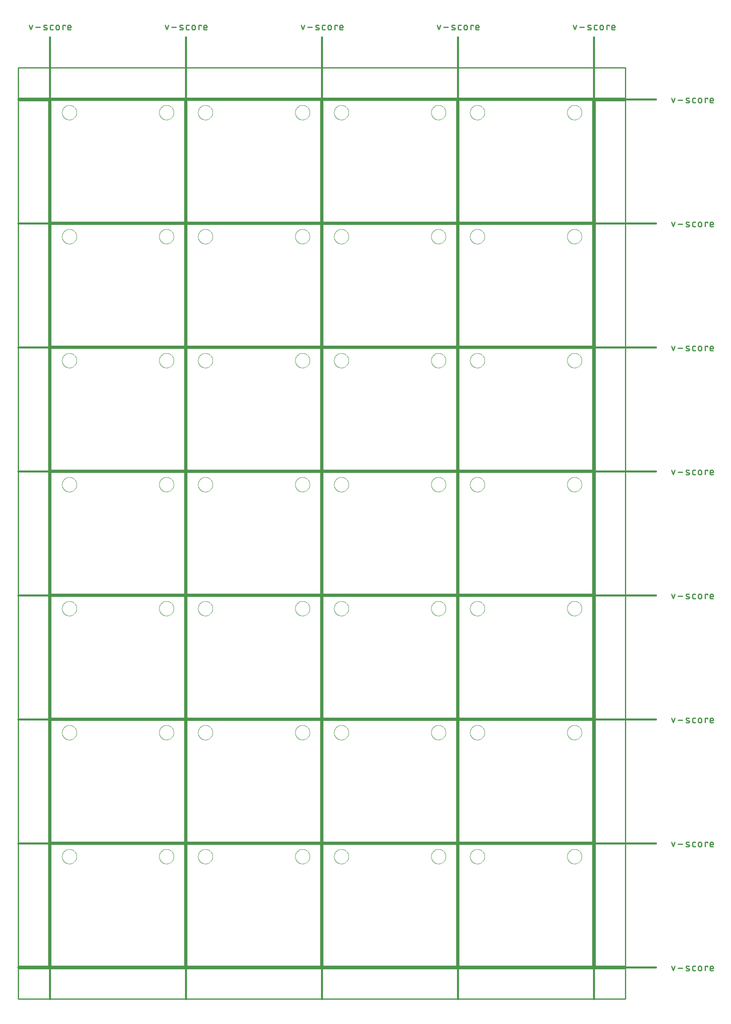
<source format=gko>
G75*
%MOIN*%
%OFA0B0*%
%FSLAX25Y25*%
%IPPOS*%
%LPD*%
%AMOC8*
5,1,8,0,0,1.08239X$1,22.5*
%
%ADD10C,0.00800*%
%ADD11C,0.01500*%
%ADD12C,0.01100*%
%ADD13C,0.01000*%
%ADD14C,0.00000*%
D10*
X0043342Y0028750D02*
X0153342Y0028750D01*
X0153342Y0128750D01*
X0043342Y0128750D01*
X0043342Y0028750D01*
X0043342Y0130750D02*
X0153342Y0130750D01*
X0153342Y0230750D01*
X0043342Y0230750D01*
X0043342Y0130750D01*
X0043342Y0232750D02*
X0153342Y0232750D01*
X0153342Y0332750D01*
X0043342Y0332750D01*
X0043342Y0232750D01*
X0043342Y0334750D02*
X0153342Y0334750D01*
X0153342Y0434750D01*
X0043342Y0434750D01*
X0043342Y0334750D01*
X0043342Y0436750D02*
X0153342Y0436750D01*
X0153342Y0536750D01*
X0043342Y0536750D01*
X0043342Y0436750D01*
X0043342Y0538750D02*
X0153342Y0538750D01*
X0153342Y0638750D01*
X0043342Y0638750D01*
X0043342Y0538750D01*
X0043342Y0640750D02*
X0153342Y0640750D01*
X0153342Y0740750D01*
X0043342Y0740750D01*
X0043342Y0640750D01*
X0155342Y0640750D02*
X0265342Y0640750D01*
X0265342Y0740750D01*
X0155342Y0740750D01*
X0155342Y0640750D01*
X0155342Y0638750D02*
X0265342Y0638750D01*
X0265342Y0538750D01*
X0155342Y0538750D01*
X0155342Y0638750D01*
X0155342Y0536750D02*
X0265342Y0536750D01*
X0265342Y0436750D01*
X0155342Y0436750D01*
X0155342Y0536750D01*
X0155342Y0434750D02*
X0265342Y0434750D01*
X0265342Y0334750D01*
X0155342Y0334750D01*
X0155342Y0434750D01*
X0155342Y0332750D02*
X0265342Y0332750D01*
X0265342Y0232750D01*
X0155342Y0232750D01*
X0155342Y0332750D01*
X0155342Y0230750D02*
X0265342Y0230750D01*
X0265342Y0130750D01*
X0155342Y0130750D01*
X0155342Y0230750D01*
X0155342Y0128750D02*
X0265342Y0128750D01*
X0265342Y0028750D01*
X0155342Y0028750D01*
X0155342Y0128750D01*
X0267342Y0128750D02*
X0267342Y0028750D01*
X0377342Y0028750D01*
X0377342Y0128750D01*
X0267342Y0128750D01*
X0267342Y0130750D02*
X0377342Y0130750D01*
X0377342Y0230750D01*
X0267342Y0230750D01*
X0267342Y0130750D01*
X0267342Y0232750D02*
X0377342Y0232750D01*
X0377342Y0332750D01*
X0267342Y0332750D01*
X0267342Y0232750D01*
X0267342Y0334750D02*
X0377342Y0334750D01*
X0377342Y0434750D01*
X0267342Y0434750D01*
X0267342Y0334750D01*
X0267342Y0436750D02*
X0377342Y0436750D01*
X0377342Y0536750D01*
X0267342Y0536750D01*
X0267342Y0436750D01*
X0267342Y0538750D02*
X0377342Y0538750D01*
X0377342Y0638750D01*
X0267342Y0638750D01*
X0267342Y0538750D01*
X0267342Y0640750D02*
X0377342Y0640750D01*
X0377342Y0740750D01*
X0267342Y0740750D01*
X0267342Y0640750D01*
X0379342Y0640750D02*
X0489342Y0640750D01*
X0489342Y0740750D01*
X0379342Y0740750D01*
X0379342Y0640750D01*
X0379342Y0638750D02*
X0489342Y0638750D01*
X0489342Y0538750D01*
X0379342Y0538750D01*
X0379342Y0638750D01*
X0379342Y0536750D02*
X0489342Y0536750D01*
X0489342Y0436750D01*
X0379342Y0436750D01*
X0379342Y0536750D01*
X0379342Y0434750D02*
X0489342Y0434750D01*
X0489342Y0334750D01*
X0379342Y0334750D01*
X0379342Y0434750D01*
X0379342Y0332750D02*
X0489342Y0332750D01*
X0489342Y0232750D01*
X0379342Y0232750D01*
X0379342Y0332750D01*
X0379342Y0230750D02*
X0489342Y0230750D01*
X0489342Y0130750D01*
X0379342Y0130750D01*
X0379342Y0230750D01*
X0379342Y0128750D02*
X0489342Y0128750D01*
X0489342Y0028750D01*
X0379342Y0028750D01*
X0379342Y0128750D01*
D11*
X0378342Y0001750D02*
X0378342Y0792750D01*
X0490342Y0792750D02*
X0490342Y0001750D01*
X0541342Y0027750D02*
X0016342Y0027750D01*
X0042342Y0001750D02*
X0042342Y0792750D01*
X0016342Y0741750D02*
X0541342Y0741750D01*
X0541342Y0639750D02*
X0016342Y0639750D01*
X0016342Y0537750D02*
X0541342Y0537750D01*
X0541342Y0435750D02*
X0016342Y0435750D01*
X0016342Y0333750D02*
X0541342Y0333750D01*
X0541342Y0231750D02*
X0016342Y0231750D01*
X0016342Y0129750D02*
X0541342Y0129750D01*
X0266342Y0001750D02*
X0266342Y0792750D01*
X0154342Y0792750D02*
X0154342Y0001750D01*
D12*
X0554133Y0028733D02*
X0555444Y0024800D01*
X0556755Y0028733D01*
X0559426Y0027094D02*
X0563359Y0027094D01*
X0566727Y0027094D02*
X0568366Y0026439D01*
X0568367Y0026439D02*
X0568419Y0026416D01*
X0568470Y0026389D01*
X0568519Y0026359D01*
X0568566Y0026326D01*
X0568611Y0026290D01*
X0568653Y0026250D01*
X0568692Y0026208D01*
X0568728Y0026164D01*
X0568761Y0026117D01*
X0568791Y0026067D01*
X0568818Y0026016D01*
X0568841Y0025964D01*
X0568860Y0025910D01*
X0568876Y0025854D01*
X0568888Y0025798D01*
X0568896Y0025741D01*
X0568900Y0025684D01*
X0568901Y0025626D01*
X0568897Y0025569D01*
X0568890Y0025512D01*
X0568878Y0025455D01*
X0568863Y0025400D01*
X0568845Y0025345D01*
X0568822Y0025292D01*
X0568796Y0025241D01*
X0568767Y0025192D01*
X0568734Y0025144D01*
X0568698Y0025099D01*
X0568660Y0025057D01*
X0568618Y0025017D01*
X0568574Y0024980D01*
X0568527Y0024946D01*
X0568479Y0024915D01*
X0568428Y0024888D01*
X0568376Y0024864D01*
X0568322Y0024844D01*
X0568267Y0024828D01*
X0568211Y0024815D01*
X0568154Y0024806D01*
X0568096Y0024801D01*
X0568039Y0024800D01*
X0568530Y0028405D02*
X0568423Y0028451D01*
X0568314Y0028494D01*
X0568204Y0028534D01*
X0568092Y0028570D01*
X0567980Y0028602D01*
X0567866Y0028631D01*
X0567752Y0028657D01*
X0567637Y0028678D01*
X0567522Y0028697D01*
X0567405Y0028711D01*
X0567289Y0028722D01*
X0567172Y0028729D01*
X0567055Y0028733D01*
X0567055Y0028734D02*
X0566998Y0028733D01*
X0566940Y0028728D01*
X0566883Y0028719D01*
X0566827Y0028706D01*
X0566772Y0028690D01*
X0566718Y0028670D01*
X0566666Y0028646D01*
X0566615Y0028619D01*
X0566567Y0028588D01*
X0566520Y0028554D01*
X0566476Y0028517D01*
X0566434Y0028477D01*
X0566396Y0028435D01*
X0566360Y0028390D01*
X0566327Y0028342D01*
X0566298Y0028293D01*
X0566272Y0028242D01*
X0566249Y0028189D01*
X0566231Y0028134D01*
X0566216Y0028079D01*
X0566204Y0028022D01*
X0566197Y0027965D01*
X0566193Y0027908D01*
X0566194Y0027850D01*
X0566198Y0027793D01*
X0566206Y0027736D01*
X0566218Y0027680D01*
X0566234Y0027624D01*
X0566253Y0027570D01*
X0566276Y0027518D01*
X0566303Y0027467D01*
X0566333Y0027417D01*
X0566366Y0027370D01*
X0566402Y0027326D01*
X0566441Y0027284D01*
X0566483Y0027244D01*
X0566528Y0027208D01*
X0566575Y0027175D01*
X0566624Y0027145D01*
X0566675Y0027118D01*
X0566727Y0027095D01*
X0566236Y0025128D02*
X0566370Y0025082D01*
X0566505Y0025039D01*
X0566641Y0025000D01*
X0566778Y0024964D01*
X0566915Y0024932D01*
X0567054Y0024903D01*
X0567193Y0024877D01*
X0567333Y0024856D01*
X0567474Y0024837D01*
X0567614Y0024823D01*
X0567756Y0024812D01*
X0567897Y0024804D01*
X0568039Y0024801D01*
X0571580Y0025783D02*
X0571580Y0027750D01*
X0571582Y0027812D01*
X0571588Y0027873D01*
X0571597Y0027934D01*
X0571611Y0027994D01*
X0571628Y0028054D01*
X0571649Y0028112D01*
X0571674Y0028169D01*
X0571702Y0028224D01*
X0571733Y0028277D01*
X0571768Y0028328D01*
X0571806Y0028377D01*
X0571846Y0028423D01*
X0571890Y0028467D01*
X0571936Y0028507D01*
X0571985Y0028545D01*
X0572036Y0028580D01*
X0572089Y0028611D01*
X0572144Y0028639D01*
X0572201Y0028664D01*
X0572259Y0028685D01*
X0572319Y0028702D01*
X0572379Y0028716D01*
X0572440Y0028725D01*
X0572501Y0028731D01*
X0572563Y0028733D01*
X0573874Y0028733D01*
X0576287Y0027422D02*
X0576287Y0026111D01*
X0576289Y0026040D01*
X0576295Y0025969D01*
X0576304Y0025899D01*
X0576318Y0025829D01*
X0576335Y0025760D01*
X0576356Y0025692D01*
X0576380Y0025626D01*
X0576408Y0025561D01*
X0576440Y0025497D01*
X0576475Y0025435D01*
X0576513Y0025375D01*
X0576554Y0025318D01*
X0576599Y0025262D01*
X0576646Y0025209D01*
X0576696Y0025159D01*
X0576749Y0025112D01*
X0576805Y0025067D01*
X0576862Y0025026D01*
X0576922Y0024988D01*
X0576984Y0024953D01*
X0577048Y0024921D01*
X0577113Y0024893D01*
X0577179Y0024869D01*
X0577247Y0024848D01*
X0577316Y0024831D01*
X0577386Y0024817D01*
X0577456Y0024808D01*
X0577527Y0024802D01*
X0577598Y0024800D01*
X0577669Y0024802D01*
X0577740Y0024808D01*
X0577810Y0024817D01*
X0577880Y0024831D01*
X0577949Y0024848D01*
X0578017Y0024869D01*
X0578083Y0024893D01*
X0578148Y0024921D01*
X0578212Y0024953D01*
X0578274Y0024988D01*
X0578334Y0025026D01*
X0578391Y0025067D01*
X0578447Y0025112D01*
X0578500Y0025159D01*
X0578550Y0025209D01*
X0578597Y0025262D01*
X0578642Y0025318D01*
X0578683Y0025375D01*
X0578721Y0025435D01*
X0578756Y0025497D01*
X0578788Y0025561D01*
X0578816Y0025626D01*
X0578840Y0025692D01*
X0578861Y0025760D01*
X0578878Y0025829D01*
X0578892Y0025899D01*
X0578901Y0025969D01*
X0578907Y0026040D01*
X0578909Y0026111D01*
X0578910Y0026111D02*
X0578910Y0027422D01*
X0578909Y0027422D02*
X0578907Y0027493D01*
X0578901Y0027564D01*
X0578892Y0027634D01*
X0578878Y0027704D01*
X0578861Y0027773D01*
X0578840Y0027841D01*
X0578816Y0027907D01*
X0578788Y0027972D01*
X0578756Y0028036D01*
X0578721Y0028098D01*
X0578683Y0028158D01*
X0578642Y0028215D01*
X0578597Y0028271D01*
X0578550Y0028324D01*
X0578500Y0028374D01*
X0578447Y0028421D01*
X0578391Y0028466D01*
X0578334Y0028507D01*
X0578274Y0028545D01*
X0578212Y0028580D01*
X0578148Y0028612D01*
X0578083Y0028640D01*
X0578017Y0028664D01*
X0577949Y0028685D01*
X0577880Y0028702D01*
X0577810Y0028716D01*
X0577740Y0028725D01*
X0577669Y0028731D01*
X0577598Y0028733D01*
X0577527Y0028731D01*
X0577456Y0028725D01*
X0577386Y0028716D01*
X0577316Y0028702D01*
X0577247Y0028685D01*
X0577179Y0028664D01*
X0577113Y0028640D01*
X0577048Y0028612D01*
X0576984Y0028580D01*
X0576922Y0028545D01*
X0576862Y0028507D01*
X0576805Y0028466D01*
X0576749Y0028421D01*
X0576696Y0028374D01*
X0576646Y0028324D01*
X0576599Y0028271D01*
X0576554Y0028215D01*
X0576513Y0028158D01*
X0576475Y0028098D01*
X0576440Y0028036D01*
X0576408Y0027972D01*
X0576380Y0027907D01*
X0576356Y0027841D01*
X0576335Y0027773D01*
X0576318Y0027704D01*
X0576304Y0027634D01*
X0576295Y0027564D01*
X0576289Y0027493D01*
X0576287Y0027422D01*
X0573874Y0024800D02*
X0572563Y0024800D01*
X0572501Y0024802D01*
X0572440Y0024808D01*
X0572379Y0024817D01*
X0572319Y0024831D01*
X0572259Y0024848D01*
X0572201Y0024869D01*
X0572144Y0024894D01*
X0572089Y0024922D01*
X0572036Y0024953D01*
X0571985Y0024988D01*
X0571936Y0025026D01*
X0571890Y0025066D01*
X0571846Y0025110D01*
X0571806Y0025156D01*
X0571768Y0025205D01*
X0571733Y0025256D01*
X0571702Y0025309D01*
X0571674Y0025364D01*
X0571649Y0025421D01*
X0571628Y0025479D01*
X0571611Y0025539D01*
X0571597Y0025599D01*
X0571588Y0025660D01*
X0571582Y0025721D01*
X0571580Y0025783D01*
X0581876Y0024800D02*
X0581876Y0028733D01*
X0583843Y0028733D01*
X0583843Y0028078D01*
X0585929Y0027422D02*
X0585929Y0025783D01*
X0585931Y0025721D01*
X0585937Y0025660D01*
X0585946Y0025599D01*
X0585960Y0025539D01*
X0585977Y0025479D01*
X0585998Y0025421D01*
X0586023Y0025364D01*
X0586051Y0025309D01*
X0586082Y0025256D01*
X0586117Y0025205D01*
X0586155Y0025156D01*
X0586195Y0025110D01*
X0586239Y0025066D01*
X0586285Y0025026D01*
X0586334Y0024988D01*
X0586385Y0024953D01*
X0586438Y0024922D01*
X0586493Y0024894D01*
X0586550Y0024869D01*
X0586608Y0024848D01*
X0586668Y0024831D01*
X0586728Y0024817D01*
X0586789Y0024808D01*
X0586850Y0024802D01*
X0586912Y0024800D01*
X0588551Y0024800D01*
X0588551Y0026767D02*
X0585929Y0026767D01*
X0585929Y0027422D02*
X0585931Y0027493D01*
X0585937Y0027564D01*
X0585946Y0027634D01*
X0585960Y0027704D01*
X0585977Y0027773D01*
X0585998Y0027841D01*
X0586022Y0027907D01*
X0586050Y0027972D01*
X0586082Y0028036D01*
X0586117Y0028098D01*
X0586155Y0028158D01*
X0586196Y0028215D01*
X0586241Y0028271D01*
X0586288Y0028324D01*
X0586338Y0028374D01*
X0586391Y0028421D01*
X0586447Y0028466D01*
X0586504Y0028507D01*
X0586564Y0028545D01*
X0586626Y0028580D01*
X0586690Y0028612D01*
X0586755Y0028640D01*
X0586821Y0028664D01*
X0586889Y0028685D01*
X0586958Y0028702D01*
X0587028Y0028716D01*
X0587098Y0028725D01*
X0587169Y0028731D01*
X0587240Y0028733D01*
X0587311Y0028731D01*
X0587382Y0028725D01*
X0587452Y0028716D01*
X0587522Y0028702D01*
X0587591Y0028685D01*
X0587659Y0028664D01*
X0587725Y0028640D01*
X0587790Y0028612D01*
X0587854Y0028580D01*
X0587916Y0028545D01*
X0587976Y0028507D01*
X0588033Y0028466D01*
X0588089Y0028421D01*
X0588142Y0028374D01*
X0588192Y0028324D01*
X0588239Y0028271D01*
X0588284Y0028215D01*
X0588325Y0028158D01*
X0588363Y0028098D01*
X0588398Y0028036D01*
X0588430Y0027972D01*
X0588458Y0027907D01*
X0588482Y0027841D01*
X0588503Y0027773D01*
X0588520Y0027704D01*
X0588534Y0027634D01*
X0588543Y0027564D01*
X0588549Y0027493D01*
X0588551Y0027422D01*
X0588551Y0026767D01*
X0588551Y0126800D02*
X0586912Y0126800D01*
X0586850Y0126802D01*
X0586789Y0126808D01*
X0586728Y0126817D01*
X0586668Y0126831D01*
X0586608Y0126848D01*
X0586550Y0126869D01*
X0586493Y0126894D01*
X0586438Y0126922D01*
X0586385Y0126953D01*
X0586334Y0126988D01*
X0586285Y0127026D01*
X0586239Y0127066D01*
X0586195Y0127110D01*
X0586155Y0127156D01*
X0586117Y0127205D01*
X0586082Y0127256D01*
X0586051Y0127309D01*
X0586023Y0127364D01*
X0585998Y0127421D01*
X0585977Y0127479D01*
X0585960Y0127539D01*
X0585946Y0127599D01*
X0585937Y0127660D01*
X0585931Y0127721D01*
X0585929Y0127783D01*
X0585929Y0129422D01*
X0585929Y0128767D02*
X0588551Y0128767D01*
X0588551Y0129422D01*
X0588549Y0129493D01*
X0588543Y0129564D01*
X0588534Y0129634D01*
X0588520Y0129704D01*
X0588503Y0129773D01*
X0588482Y0129841D01*
X0588458Y0129907D01*
X0588430Y0129972D01*
X0588398Y0130036D01*
X0588363Y0130098D01*
X0588325Y0130158D01*
X0588284Y0130215D01*
X0588239Y0130271D01*
X0588192Y0130324D01*
X0588142Y0130374D01*
X0588089Y0130421D01*
X0588033Y0130466D01*
X0587976Y0130507D01*
X0587916Y0130545D01*
X0587854Y0130580D01*
X0587790Y0130612D01*
X0587725Y0130640D01*
X0587659Y0130664D01*
X0587591Y0130685D01*
X0587522Y0130702D01*
X0587452Y0130716D01*
X0587382Y0130725D01*
X0587311Y0130731D01*
X0587240Y0130733D01*
X0587169Y0130731D01*
X0587098Y0130725D01*
X0587028Y0130716D01*
X0586958Y0130702D01*
X0586889Y0130685D01*
X0586821Y0130664D01*
X0586755Y0130640D01*
X0586690Y0130612D01*
X0586626Y0130580D01*
X0586564Y0130545D01*
X0586504Y0130507D01*
X0586447Y0130466D01*
X0586391Y0130421D01*
X0586338Y0130374D01*
X0586288Y0130324D01*
X0586241Y0130271D01*
X0586196Y0130215D01*
X0586155Y0130158D01*
X0586117Y0130098D01*
X0586082Y0130036D01*
X0586050Y0129972D01*
X0586022Y0129907D01*
X0585998Y0129841D01*
X0585977Y0129773D01*
X0585960Y0129704D01*
X0585946Y0129634D01*
X0585937Y0129564D01*
X0585931Y0129493D01*
X0585929Y0129422D01*
X0583843Y0130078D02*
X0583843Y0130733D01*
X0581876Y0130733D01*
X0581876Y0126800D01*
X0578910Y0128111D02*
X0578910Y0129422D01*
X0578909Y0129422D02*
X0578907Y0129493D01*
X0578901Y0129564D01*
X0578892Y0129634D01*
X0578878Y0129704D01*
X0578861Y0129773D01*
X0578840Y0129841D01*
X0578816Y0129907D01*
X0578788Y0129972D01*
X0578756Y0130036D01*
X0578721Y0130098D01*
X0578683Y0130158D01*
X0578642Y0130215D01*
X0578597Y0130271D01*
X0578550Y0130324D01*
X0578500Y0130374D01*
X0578447Y0130421D01*
X0578391Y0130466D01*
X0578334Y0130507D01*
X0578274Y0130545D01*
X0578212Y0130580D01*
X0578148Y0130612D01*
X0578083Y0130640D01*
X0578017Y0130664D01*
X0577949Y0130685D01*
X0577880Y0130702D01*
X0577810Y0130716D01*
X0577740Y0130725D01*
X0577669Y0130731D01*
X0577598Y0130733D01*
X0577527Y0130731D01*
X0577456Y0130725D01*
X0577386Y0130716D01*
X0577316Y0130702D01*
X0577247Y0130685D01*
X0577179Y0130664D01*
X0577113Y0130640D01*
X0577048Y0130612D01*
X0576984Y0130580D01*
X0576922Y0130545D01*
X0576862Y0130507D01*
X0576805Y0130466D01*
X0576749Y0130421D01*
X0576696Y0130374D01*
X0576646Y0130324D01*
X0576599Y0130271D01*
X0576554Y0130215D01*
X0576513Y0130158D01*
X0576475Y0130098D01*
X0576440Y0130036D01*
X0576408Y0129972D01*
X0576380Y0129907D01*
X0576356Y0129841D01*
X0576335Y0129773D01*
X0576318Y0129704D01*
X0576304Y0129634D01*
X0576295Y0129564D01*
X0576289Y0129493D01*
X0576287Y0129422D01*
X0576287Y0128111D01*
X0576289Y0128040D01*
X0576295Y0127969D01*
X0576304Y0127899D01*
X0576318Y0127829D01*
X0576335Y0127760D01*
X0576356Y0127692D01*
X0576380Y0127626D01*
X0576408Y0127561D01*
X0576440Y0127497D01*
X0576475Y0127435D01*
X0576513Y0127375D01*
X0576554Y0127318D01*
X0576599Y0127262D01*
X0576646Y0127209D01*
X0576696Y0127159D01*
X0576749Y0127112D01*
X0576805Y0127067D01*
X0576862Y0127026D01*
X0576922Y0126988D01*
X0576984Y0126953D01*
X0577048Y0126921D01*
X0577113Y0126893D01*
X0577179Y0126869D01*
X0577247Y0126848D01*
X0577316Y0126831D01*
X0577386Y0126817D01*
X0577456Y0126808D01*
X0577527Y0126802D01*
X0577598Y0126800D01*
X0577669Y0126802D01*
X0577740Y0126808D01*
X0577810Y0126817D01*
X0577880Y0126831D01*
X0577949Y0126848D01*
X0578017Y0126869D01*
X0578083Y0126893D01*
X0578148Y0126921D01*
X0578212Y0126953D01*
X0578274Y0126988D01*
X0578334Y0127026D01*
X0578391Y0127067D01*
X0578447Y0127112D01*
X0578500Y0127159D01*
X0578550Y0127209D01*
X0578597Y0127262D01*
X0578642Y0127318D01*
X0578683Y0127375D01*
X0578721Y0127435D01*
X0578756Y0127497D01*
X0578788Y0127561D01*
X0578816Y0127626D01*
X0578840Y0127692D01*
X0578861Y0127760D01*
X0578878Y0127829D01*
X0578892Y0127899D01*
X0578901Y0127969D01*
X0578907Y0128040D01*
X0578909Y0128111D01*
X0573874Y0126800D02*
X0572563Y0126800D01*
X0572501Y0126802D01*
X0572440Y0126808D01*
X0572379Y0126817D01*
X0572319Y0126831D01*
X0572259Y0126848D01*
X0572201Y0126869D01*
X0572144Y0126894D01*
X0572089Y0126922D01*
X0572036Y0126953D01*
X0571985Y0126988D01*
X0571936Y0127026D01*
X0571890Y0127066D01*
X0571846Y0127110D01*
X0571806Y0127156D01*
X0571768Y0127205D01*
X0571733Y0127256D01*
X0571702Y0127309D01*
X0571674Y0127364D01*
X0571649Y0127421D01*
X0571628Y0127479D01*
X0571611Y0127539D01*
X0571597Y0127599D01*
X0571588Y0127660D01*
X0571582Y0127721D01*
X0571580Y0127783D01*
X0571580Y0129750D01*
X0571582Y0129812D01*
X0571588Y0129873D01*
X0571597Y0129934D01*
X0571611Y0129994D01*
X0571628Y0130054D01*
X0571649Y0130112D01*
X0571674Y0130169D01*
X0571702Y0130224D01*
X0571733Y0130277D01*
X0571768Y0130328D01*
X0571806Y0130377D01*
X0571846Y0130423D01*
X0571890Y0130467D01*
X0571936Y0130507D01*
X0571985Y0130545D01*
X0572036Y0130580D01*
X0572089Y0130611D01*
X0572144Y0130639D01*
X0572201Y0130664D01*
X0572259Y0130685D01*
X0572319Y0130702D01*
X0572379Y0130716D01*
X0572440Y0130725D01*
X0572501Y0130731D01*
X0572563Y0130733D01*
X0573874Y0130733D01*
X0568366Y0128439D02*
X0566727Y0129094D01*
X0566727Y0129095D02*
X0566675Y0129118D01*
X0566624Y0129145D01*
X0566575Y0129175D01*
X0566528Y0129208D01*
X0566483Y0129244D01*
X0566441Y0129284D01*
X0566402Y0129326D01*
X0566366Y0129370D01*
X0566333Y0129417D01*
X0566303Y0129467D01*
X0566276Y0129518D01*
X0566253Y0129570D01*
X0566234Y0129624D01*
X0566218Y0129680D01*
X0566206Y0129736D01*
X0566198Y0129793D01*
X0566194Y0129850D01*
X0566193Y0129908D01*
X0566197Y0129965D01*
X0566204Y0130022D01*
X0566216Y0130079D01*
X0566231Y0130134D01*
X0566249Y0130189D01*
X0566272Y0130242D01*
X0566298Y0130293D01*
X0566327Y0130342D01*
X0566360Y0130390D01*
X0566396Y0130435D01*
X0566434Y0130477D01*
X0566476Y0130517D01*
X0566520Y0130554D01*
X0566567Y0130588D01*
X0566615Y0130619D01*
X0566666Y0130646D01*
X0566718Y0130670D01*
X0566772Y0130690D01*
X0566827Y0130706D01*
X0566883Y0130719D01*
X0566940Y0130728D01*
X0566998Y0130733D01*
X0567055Y0130734D01*
X0566236Y0127128D02*
X0566370Y0127082D01*
X0566505Y0127039D01*
X0566641Y0127000D01*
X0566778Y0126964D01*
X0566915Y0126932D01*
X0567054Y0126903D01*
X0567193Y0126877D01*
X0567333Y0126856D01*
X0567474Y0126837D01*
X0567614Y0126823D01*
X0567756Y0126812D01*
X0567897Y0126804D01*
X0568039Y0126801D01*
X0568039Y0126800D02*
X0568096Y0126801D01*
X0568154Y0126806D01*
X0568211Y0126815D01*
X0568267Y0126828D01*
X0568322Y0126844D01*
X0568376Y0126864D01*
X0568428Y0126888D01*
X0568479Y0126915D01*
X0568527Y0126946D01*
X0568574Y0126980D01*
X0568618Y0127017D01*
X0568660Y0127057D01*
X0568698Y0127099D01*
X0568734Y0127144D01*
X0568767Y0127192D01*
X0568796Y0127241D01*
X0568822Y0127292D01*
X0568845Y0127345D01*
X0568863Y0127400D01*
X0568878Y0127455D01*
X0568890Y0127512D01*
X0568897Y0127569D01*
X0568901Y0127626D01*
X0568900Y0127684D01*
X0568896Y0127741D01*
X0568888Y0127798D01*
X0568876Y0127854D01*
X0568860Y0127910D01*
X0568841Y0127964D01*
X0568818Y0128016D01*
X0568791Y0128067D01*
X0568761Y0128117D01*
X0568728Y0128164D01*
X0568692Y0128208D01*
X0568653Y0128250D01*
X0568611Y0128290D01*
X0568566Y0128326D01*
X0568519Y0128359D01*
X0568470Y0128389D01*
X0568419Y0128416D01*
X0568367Y0128439D01*
X0568530Y0130405D02*
X0568423Y0130451D01*
X0568314Y0130494D01*
X0568204Y0130534D01*
X0568092Y0130570D01*
X0567980Y0130602D01*
X0567866Y0130631D01*
X0567752Y0130657D01*
X0567637Y0130678D01*
X0567522Y0130697D01*
X0567405Y0130711D01*
X0567289Y0130722D01*
X0567172Y0130729D01*
X0567055Y0130733D01*
X0563359Y0129094D02*
X0559426Y0129094D01*
X0556755Y0130733D02*
X0555444Y0126800D01*
X0554133Y0130733D01*
X0555444Y0228800D02*
X0556755Y0232733D01*
X0554133Y0232733D02*
X0555444Y0228800D01*
X0559426Y0231094D02*
X0563359Y0231094D01*
X0566727Y0231094D02*
X0568366Y0230439D01*
X0568367Y0230439D02*
X0568419Y0230416D01*
X0568470Y0230389D01*
X0568519Y0230359D01*
X0568566Y0230326D01*
X0568611Y0230290D01*
X0568653Y0230250D01*
X0568692Y0230208D01*
X0568728Y0230164D01*
X0568761Y0230117D01*
X0568791Y0230067D01*
X0568818Y0230016D01*
X0568841Y0229964D01*
X0568860Y0229910D01*
X0568876Y0229854D01*
X0568888Y0229798D01*
X0568896Y0229741D01*
X0568900Y0229684D01*
X0568901Y0229626D01*
X0568897Y0229569D01*
X0568890Y0229512D01*
X0568878Y0229455D01*
X0568863Y0229400D01*
X0568845Y0229345D01*
X0568822Y0229292D01*
X0568796Y0229241D01*
X0568767Y0229192D01*
X0568734Y0229144D01*
X0568698Y0229099D01*
X0568660Y0229057D01*
X0568618Y0229017D01*
X0568574Y0228980D01*
X0568527Y0228946D01*
X0568479Y0228915D01*
X0568428Y0228888D01*
X0568376Y0228864D01*
X0568322Y0228844D01*
X0568267Y0228828D01*
X0568211Y0228815D01*
X0568154Y0228806D01*
X0568096Y0228801D01*
X0568039Y0228800D01*
X0568530Y0232405D02*
X0568423Y0232451D01*
X0568314Y0232494D01*
X0568204Y0232534D01*
X0568092Y0232570D01*
X0567980Y0232602D01*
X0567866Y0232631D01*
X0567752Y0232657D01*
X0567637Y0232678D01*
X0567522Y0232697D01*
X0567405Y0232711D01*
X0567289Y0232722D01*
X0567172Y0232729D01*
X0567055Y0232733D01*
X0567055Y0232734D02*
X0566998Y0232733D01*
X0566940Y0232728D01*
X0566883Y0232719D01*
X0566827Y0232706D01*
X0566772Y0232690D01*
X0566718Y0232670D01*
X0566666Y0232646D01*
X0566615Y0232619D01*
X0566567Y0232588D01*
X0566520Y0232554D01*
X0566476Y0232517D01*
X0566434Y0232477D01*
X0566396Y0232435D01*
X0566360Y0232390D01*
X0566327Y0232342D01*
X0566298Y0232293D01*
X0566272Y0232242D01*
X0566249Y0232189D01*
X0566231Y0232134D01*
X0566216Y0232079D01*
X0566204Y0232022D01*
X0566197Y0231965D01*
X0566193Y0231908D01*
X0566194Y0231850D01*
X0566198Y0231793D01*
X0566206Y0231736D01*
X0566218Y0231680D01*
X0566234Y0231624D01*
X0566253Y0231570D01*
X0566276Y0231518D01*
X0566303Y0231467D01*
X0566333Y0231417D01*
X0566366Y0231370D01*
X0566402Y0231326D01*
X0566441Y0231284D01*
X0566483Y0231244D01*
X0566528Y0231208D01*
X0566575Y0231175D01*
X0566624Y0231145D01*
X0566675Y0231118D01*
X0566727Y0231095D01*
X0566236Y0229128D02*
X0566370Y0229082D01*
X0566505Y0229039D01*
X0566641Y0229000D01*
X0566778Y0228964D01*
X0566915Y0228932D01*
X0567054Y0228903D01*
X0567193Y0228877D01*
X0567333Y0228856D01*
X0567474Y0228837D01*
X0567614Y0228823D01*
X0567756Y0228812D01*
X0567897Y0228804D01*
X0568039Y0228801D01*
X0571580Y0229783D02*
X0571580Y0231750D01*
X0571582Y0231812D01*
X0571588Y0231873D01*
X0571597Y0231934D01*
X0571611Y0231994D01*
X0571628Y0232054D01*
X0571649Y0232112D01*
X0571674Y0232169D01*
X0571702Y0232224D01*
X0571733Y0232277D01*
X0571768Y0232328D01*
X0571806Y0232377D01*
X0571846Y0232423D01*
X0571890Y0232467D01*
X0571936Y0232507D01*
X0571985Y0232545D01*
X0572036Y0232580D01*
X0572089Y0232611D01*
X0572144Y0232639D01*
X0572201Y0232664D01*
X0572259Y0232685D01*
X0572319Y0232702D01*
X0572379Y0232716D01*
X0572440Y0232725D01*
X0572501Y0232731D01*
X0572563Y0232733D01*
X0573874Y0232733D01*
X0576287Y0231422D02*
X0576287Y0230111D01*
X0576289Y0230040D01*
X0576295Y0229969D01*
X0576304Y0229899D01*
X0576318Y0229829D01*
X0576335Y0229760D01*
X0576356Y0229692D01*
X0576380Y0229626D01*
X0576408Y0229561D01*
X0576440Y0229497D01*
X0576475Y0229435D01*
X0576513Y0229375D01*
X0576554Y0229318D01*
X0576599Y0229262D01*
X0576646Y0229209D01*
X0576696Y0229159D01*
X0576749Y0229112D01*
X0576805Y0229067D01*
X0576862Y0229026D01*
X0576922Y0228988D01*
X0576984Y0228953D01*
X0577048Y0228921D01*
X0577113Y0228893D01*
X0577179Y0228869D01*
X0577247Y0228848D01*
X0577316Y0228831D01*
X0577386Y0228817D01*
X0577456Y0228808D01*
X0577527Y0228802D01*
X0577598Y0228800D01*
X0577669Y0228802D01*
X0577740Y0228808D01*
X0577810Y0228817D01*
X0577880Y0228831D01*
X0577949Y0228848D01*
X0578017Y0228869D01*
X0578083Y0228893D01*
X0578148Y0228921D01*
X0578212Y0228953D01*
X0578274Y0228988D01*
X0578334Y0229026D01*
X0578391Y0229067D01*
X0578447Y0229112D01*
X0578500Y0229159D01*
X0578550Y0229209D01*
X0578597Y0229262D01*
X0578642Y0229318D01*
X0578683Y0229375D01*
X0578721Y0229435D01*
X0578756Y0229497D01*
X0578788Y0229561D01*
X0578816Y0229626D01*
X0578840Y0229692D01*
X0578861Y0229760D01*
X0578878Y0229829D01*
X0578892Y0229899D01*
X0578901Y0229969D01*
X0578907Y0230040D01*
X0578909Y0230111D01*
X0578910Y0230111D02*
X0578910Y0231422D01*
X0578909Y0231422D02*
X0578907Y0231493D01*
X0578901Y0231564D01*
X0578892Y0231634D01*
X0578878Y0231704D01*
X0578861Y0231773D01*
X0578840Y0231841D01*
X0578816Y0231907D01*
X0578788Y0231972D01*
X0578756Y0232036D01*
X0578721Y0232098D01*
X0578683Y0232158D01*
X0578642Y0232215D01*
X0578597Y0232271D01*
X0578550Y0232324D01*
X0578500Y0232374D01*
X0578447Y0232421D01*
X0578391Y0232466D01*
X0578334Y0232507D01*
X0578274Y0232545D01*
X0578212Y0232580D01*
X0578148Y0232612D01*
X0578083Y0232640D01*
X0578017Y0232664D01*
X0577949Y0232685D01*
X0577880Y0232702D01*
X0577810Y0232716D01*
X0577740Y0232725D01*
X0577669Y0232731D01*
X0577598Y0232733D01*
X0577527Y0232731D01*
X0577456Y0232725D01*
X0577386Y0232716D01*
X0577316Y0232702D01*
X0577247Y0232685D01*
X0577179Y0232664D01*
X0577113Y0232640D01*
X0577048Y0232612D01*
X0576984Y0232580D01*
X0576922Y0232545D01*
X0576862Y0232507D01*
X0576805Y0232466D01*
X0576749Y0232421D01*
X0576696Y0232374D01*
X0576646Y0232324D01*
X0576599Y0232271D01*
X0576554Y0232215D01*
X0576513Y0232158D01*
X0576475Y0232098D01*
X0576440Y0232036D01*
X0576408Y0231972D01*
X0576380Y0231907D01*
X0576356Y0231841D01*
X0576335Y0231773D01*
X0576318Y0231704D01*
X0576304Y0231634D01*
X0576295Y0231564D01*
X0576289Y0231493D01*
X0576287Y0231422D01*
X0573874Y0228800D02*
X0572563Y0228800D01*
X0572501Y0228802D01*
X0572440Y0228808D01*
X0572379Y0228817D01*
X0572319Y0228831D01*
X0572259Y0228848D01*
X0572201Y0228869D01*
X0572144Y0228894D01*
X0572089Y0228922D01*
X0572036Y0228953D01*
X0571985Y0228988D01*
X0571936Y0229026D01*
X0571890Y0229066D01*
X0571846Y0229110D01*
X0571806Y0229156D01*
X0571768Y0229205D01*
X0571733Y0229256D01*
X0571702Y0229309D01*
X0571674Y0229364D01*
X0571649Y0229421D01*
X0571628Y0229479D01*
X0571611Y0229539D01*
X0571597Y0229599D01*
X0571588Y0229660D01*
X0571582Y0229721D01*
X0571580Y0229783D01*
X0581876Y0228800D02*
X0581876Y0232733D01*
X0583843Y0232733D01*
X0583843Y0232078D01*
X0585929Y0231422D02*
X0585929Y0229783D01*
X0585931Y0229721D01*
X0585937Y0229660D01*
X0585946Y0229599D01*
X0585960Y0229539D01*
X0585977Y0229479D01*
X0585998Y0229421D01*
X0586023Y0229364D01*
X0586051Y0229309D01*
X0586082Y0229256D01*
X0586117Y0229205D01*
X0586155Y0229156D01*
X0586195Y0229110D01*
X0586239Y0229066D01*
X0586285Y0229026D01*
X0586334Y0228988D01*
X0586385Y0228953D01*
X0586438Y0228922D01*
X0586493Y0228894D01*
X0586550Y0228869D01*
X0586608Y0228848D01*
X0586668Y0228831D01*
X0586728Y0228817D01*
X0586789Y0228808D01*
X0586850Y0228802D01*
X0586912Y0228800D01*
X0588551Y0228800D01*
X0588551Y0230767D02*
X0585929Y0230767D01*
X0585929Y0231422D02*
X0585931Y0231493D01*
X0585937Y0231564D01*
X0585946Y0231634D01*
X0585960Y0231704D01*
X0585977Y0231773D01*
X0585998Y0231841D01*
X0586022Y0231907D01*
X0586050Y0231972D01*
X0586082Y0232036D01*
X0586117Y0232098D01*
X0586155Y0232158D01*
X0586196Y0232215D01*
X0586241Y0232271D01*
X0586288Y0232324D01*
X0586338Y0232374D01*
X0586391Y0232421D01*
X0586447Y0232466D01*
X0586504Y0232507D01*
X0586564Y0232545D01*
X0586626Y0232580D01*
X0586690Y0232612D01*
X0586755Y0232640D01*
X0586821Y0232664D01*
X0586889Y0232685D01*
X0586958Y0232702D01*
X0587028Y0232716D01*
X0587098Y0232725D01*
X0587169Y0232731D01*
X0587240Y0232733D01*
X0587311Y0232731D01*
X0587382Y0232725D01*
X0587452Y0232716D01*
X0587522Y0232702D01*
X0587591Y0232685D01*
X0587659Y0232664D01*
X0587725Y0232640D01*
X0587790Y0232612D01*
X0587854Y0232580D01*
X0587916Y0232545D01*
X0587976Y0232507D01*
X0588033Y0232466D01*
X0588089Y0232421D01*
X0588142Y0232374D01*
X0588192Y0232324D01*
X0588239Y0232271D01*
X0588284Y0232215D01*
X0588325Y0232158D01*
X0588363Y0232098D01*
X0588398Y0232036D01*
X0588430Y0231972D01*
X0588458Y0231907D01*
X0588482Y0231841D01*
X0588503Y0231773D01*
X0588520Y0231704D01*
X0588534Y0231634D01*
X0588543Y0231564D01*
X0588549Y0231493D01*
X0588551Y0231422D01*
X0588551Y0230767D01*
X0588551Y0330800D02*
X0586912Y0330800D01*
X0586850Y0330802D01*
X0586789Y0330808D01*
X0586728Y0330817D01*
X0586668Y0330831D01*
X0586608Y0330848D01*
X0586550Y0330869D01*
X0586493Y0330894D01*
X0586438Y0330922D01*
X0586385Y0330953D01*
X0586334Y0330988D01*
X0586285Y0331026D01*
X0586239Y0331066D01*
X0586195Y0331110D01*
X0586155Y0331156D01*
X0586117Y0331205D01*
X0586082Y0331256D01*
X0586051Y0331309D01*
X0586023Y0331364D01*
X0585998Y0331421D01*
X0585977Y0331479D01*
X0585960Y0331539D01*
X0585946Y0331599D01*
X0585937Y0331660D01*
X0585931Y0331721D01*
X0585929Y0331783D01*
X0585929Y0333422D01*
X0585929Y0332767D02*
X0588551Y0332767D01*
X0588551Y0333422D01*
X0588549Y0333493D01*
X0588543Y0333564D01*
X0588534Y0333634D01*
X0588520Y0333704D01*
X0588503Y0333773D01*
X0588482Y0333841D01*
X0588458Y0333907D01*
X0588430Y0333972D01*
X0588398Y0334036D01*
X0588363Y0334098D01*
X0588325Y0334158D01*
X0588284Y0334215D01*
X0588239Y0334271D01*
X0588192Y0334324D01*
X0588142Y0334374D01*
X0588089Y0334421D01*
X0588033Y0334466D01*
X0587976Y0334507D01*
X0587916Y0334545D01*
X0587854Y0334580D01*
X0587790Y0334612D01*
X0587725Y0334640D01*
X0587659Y0334664D01*
X0587591Y0334685D01*
X0587522Y0334702D01*
X0587452Y0334716D01*
X0587382Y0334725D01*
X0587311Y0334731D01*
X0587240Y0334733D01*
X0587169Y0334731D01*
X0587098Y0334725D01*
X0587028Y0334716D01*
X0586958Y0334702D01*
X0586889Y0334685D01*
X0586821Y0334664D01*
X0586755Y0334640D01*
X0586690Y0334612D01*
X0586626Y0334580D01*
X0586564Y0334545D01*
X0586504Y0334507D01*
X0586447Y0334466D01*
X0586391Y0334421D01*
X0586338Y0334374D01*
X0586288Y0334324D01*
X0586241Y0334271D01*
X0586196Y0334215D01*
X0586155Y0334158D01*
X0586117Y0334098D01*
X0586082Y0334036D01*
X0586050Y0333972D01*
X0586022Y0333907D01*
X0585998Y0333841D01*
X0585977Y0333773D01*
X0585960Y0333704D01*
X0585946Y0333634D01*
X0585937Y0333564D01*
X0585931Y0333493D01*
X0585929Y0333422D01*
X0583843Y0334078D02*
X0583843Y0334733D01*
X0581876Y0334733D01*
X0581876Y0330800D01*
X0578910Y0332111D02*
X0578910Y0333422D01*
X0578909Y0333422D02*
X0578907Y0333493D01*
X0578901Y0333564D01*
X0578892Y0333634D01*
X0578878Y0333704D01*
X0578861Y0333773D01*
X0578840Y0333841D01*
X0578816Y0333907D01*
X0578788Y0333972D01*
X0578756Y0334036D01*
X0578721Y0334098D01*
X0578683Y0334158D01*
X0578642Y0334215D01*
X0578597Y0334271D01*
X0578550Y0334324D01*
X0578500Y0334374D01*
X0578447Y0334421D01*
X0578391Y0334466D01*
X0578334Y0334507D01*
X0578274Y0334545D01*
X0578212Y0334580D01*
X0578148Y0334612D01*
X0578083Y0334640D01*
X0578017Y0334664D01*
X0577949Y0334685D01*
X0577880Y0334702D01*
X0577810Y0334716D01*
X0577740Y0334725D01*
X0577669Y0334731D01*
X0577598Y0334733D01*
X0577527Y0334731D01*
X0577456Y0334725D01*
X0577386Y0334716D01*
X0577316Y0334702D01*
X0577247Y0334685D01*
X0577179Y0334664D01*
X0577113Y0334640D01*
X0577048Y0334612D01*
X0576984Y0334580D01*
X0576922Y0334545D01*
X0576862Y0334507D01*
X0576805Y0334466D01*
X0576749Y0334421D01*
X0576696Y0334374D01*
X0576646Y0334324D01*
X0576599Y0334271D01*
X0576554Y0334215D01*
X0576513Y0334158D01*
X0576475Y0334098D01*
X0576440Y0334036D01*
X0576408Y0333972D01*
X0576380Y0333907D01*
X0576356Y0333841D01*
X0576335Y0333773D01*
X0576318Y0333704D01*
X0576304Y0333634D01*
X0576295Y0333564D01*
X0576289Y0333493D01*
X0576287Y0333422D01*
X0576287Y0332111D01*
X0576289Y0332040D01*
X0576295Y0331969D01*
X0576304Y0331899D01*
X0576318Y0331829D01*
X0576335Y0331760D01*
X0576356Y0331692D01*
X0576380Y0331626D01*
X0576408Y0331561D01*
X0576440Y0331497D01*
X0576475Y0331435D01*
X0576513Y0331375D01*
X0576554Y0331318D01*
X0576599Y0331262D01*
X0576646Y0331209D01*
X0576696Y0331159D01*
X0576749Y0331112D01*
X0576805Y0331067D01*
X0576862Y0331026D01*
X0576922Y0330988D01*
X0576984Y0330953D01*
X0577048Y0330921D01*
X0577113Y0330893D01*
X0577179Y0330869D01*
X0577247Y0330848D01*
X0577316Y0330831D01*
X0577386Y0330817D01*
X0577456Y0330808D01*
X0577527Y0330802D01*
X0577598Y0330800D01*
X0577669Y0330802D01*
X0577740Y0330808D01*
X0577810Y0330817D01*
X0577880Y0330831D01*
X0577949Y0330848D01*
X0578017Y0330869D01*
X0578083Y0330893D01*
X0578148Y0330921D01*
X0578212Y0330953D01*
X0578274Y0330988D01*
X0578334Y0331026D01*
X0578391Y0331067D01*
X0578447Y0331112D01*
X0578500Y0331159D01*
X0578550Y0331209D01*
X0578597Y0331262D01*
X0578642Y0331318D01*
X0578683Y0331375D01*
X0578721Y0331435D01*
X0578756Y0331497D01*
X0578788Y0331561D01*
X0578816Y0331626D01*
X0578840Y0331692D01*
X0578861Y0331760D01*
X0578878Y0331829D01*
X0578892Y0331899D01*
X0578901Y0331969D01*
X0578907Y0332040D01*
X0578909Y0332111D01*
X0573874Y0330800D02*
X0572563Y0330800D01*
X0572501Y0330802D01*
X0572440Y0330808D01*
X0572379Y0330817D01*
X0572319Y0330831D01*
X0572259Y0330848D01*
X0572201Y0330869D01*
X0572144Y0330894D01*
X0572089Y0330922D01*
X0572036Y0330953D01*
X0571985Y0330988D01*
X0571936Y0331026D01*
X0571890Y0331066D01*
X0571846Y0331110D01*
X0571806Y0331156D01*
X0571768Y0331205D01*
X0571733Y0331256D01*
X0571702Y0331309D01*
X0571674Y0331364D01*
X0571649Y0331421D01*
X0571628Y0331479D01*
X0571611Y0331539D01*
X0571597Y0331599D01*
X0571588Y0331660D01*
X0571582Y0331721D01*
X0571580Y0331783D01*
X0571580Y0333750D01*
X0571582Y0333812D01*
X0571588Y0333873D01*
X0571597Y0333934D01*
X0571611Y0333994D01*
X0571628Y0334054D01*
X0571649Y0334112D01*
X0571674Y0334169D01*
X0571702Y0334224D01*
X0571733Y0334277D01*
X0571768Y0334328D01*
X0571806Y0334377D01*
X0571846Y0334423D01*
X0571890Y0334467D01*
X0571936Y0334507D01*
X0571985Y0334545D01*
X0572036Y0334580D01*
X0572089Y0334611D01*
X0572144Y0334639D01*
X0572201Y0334664D01*
X0572259Y0334685D01*
X0572319Y0334702D01*
X0572379Y0334716D01*
X0572440Y0334725D01*
X0572501Y0334731D01*
X0572563Y0334733D01*
X0573874Y0334733D01*
X0568366Y0332439D02*
X0566727Y0333094D01*
X0566727Y0333095D02*
X0566675Y0333118D01*
X0566624Y0333145D01*
X0566575Y0333175D01*
X0566528Y0333208D01*
X0566483Y0333244D01*
X0566441Y0333284D01*
X0566402Y0333326D01*
X0566366Y0333370D01*
X0566333Y0333417D01*
X0566303Y0333467D01*
X0566276Y0333518D01*
X0566253Y0333570D01*
X0566234Y0333624D01*
X0566218Y0333680D01*
X0566206Y0333736D01*
X0566198Y0333793D01*
X0566194Y0333850D01*
X0566193Y0333908D01*
X0566197Y0333965D01*
X0566204Y0334022D01*
X0566216Y0334079D01*
X0566231Y0334134D01*
X0566249Y0334189D01*
X0566272Y0334242D01*
X0566298Y0334293D01*
X0566327Y0334342D01*
X0566360Y0334390D01*
X0566396Y0334435D01*
X0566434Y0334477D01*
X0566476Y0334517D01*
X0566520Y0334554D01*
X0566567Y0334588D01*
X0566615Y0334619D01*
X0566666Y0334646D01*
X0566718Y0334670D01*
X0566772Y0334690D01*
X0566827Y0334706D01*
X0566883Y0334719D01*
X0566940Y0334728D01*
X0566998Y0334733D01*
X0567055Y0334734D01*
X0566236Y0331128D02*
X0566370Y0331082D01*
X0566505Y0331039D01*
X0566641Y0331000D01*
X0566778Y0330964D01*
X0566915Y0330932D01*
X0567054Y0330903D01*
X0567193Y0330877D01*
X0567333Y0330856D01*
X0567474Y0330837D01*
X0567614Y0330823D01*
X0567756Y0330812D01*
X0567897Y0330804D01*
X0568039Y0330801D01*
X0568039Y0330800D02*
X0568096Y0330801D01*
X0568154Y0330806D01*
X0568211Y0330815D01*
X0568267Y0330828D01*
X0568322Y0330844D01*
X0568376Y0330864D01*
X0568428Y0330888D01*
X0568479Y0330915D01*
X0568527Y0330946D01*
X0568574Y0330980D01*
X0568618Y0331017D01*
X0568660Y0331057D01*
X0568698Y0331099D01*
X0568734Y0331144D01*
X0568767Y0331192D01*
X0568796Y0331241D01*
X0568822Y0331292D01*
X0568845Y0331345D01*
X0568863Y0331400D01*
X0568878Y0331455D01*
X0568890Y0331512D01*
X0568897Y0331569D01*
X0568901Y0331626D01*
X0568900Y0331684D01*
X0568896Y0331741D01*
X0568888Y0331798D01*
X0568876Y0331854D01*
X0568860Y0331910D01*
X0568841Y0331964D01*
X0568818Y0332016D01*
X0568791Y0332067D01*
X0568761Y0332117D01*
X0568728Y0332164D01*
X0568692Y0332208D01*
X0568653Y0332250D01*
X0568611Y0332290D01*
X0568566Y0332326D01*
X0568519Y0332359D01*
X0568470Y0332389D01*
X0568419Y0332416D01*
X0568367Y0332439D01*
X0568530Y0334405D02*
X0568423Y0334451D01*
X0568314Y0334494D01*
X0568204Y0334534D01*
X0568092Y0334570D01*
X0567980Y0334602D01*
X0567866Y0334631D01*
X0567752Y0334657D01*
X0567637Y0334678D01*
X0567522Y0334697D01*
X0567405Y0334711D01*
X0567289Y0334722D01*
X0567172Y0334729D01*
X0567055Y0334733D01*
X0563359Y0333094D02*
X0559426Y0333094D01*
X0556755Y0334733D02*
X0555444Y0330800D01*
X0554133Y0334733D01*
X0555444Y0432800D02*
X0556755Y0436733D01*
X0554133Y0436733D02*
X0555444Y0432800D01*
X0559426Y0435094D02*
X0563359Y0435094D01*
X0566727Y0435094D02*
X0568366Y0434439D01*
X0568367Y0434439D02*
X0568419Y0434416D01*
X0568470Y0434389D01*
X0568519Y0434359D01*
X0568566Y0434326D01*
X0568611Y0434290D01*
X0568653Y0434250D01*
X0568692Y0434208D01*
X0568728Y0434164D01*
X0568761Y0434117D01*
X0568791Y0434067D01*
X0568818Y0434016D01*
X0568841Y0433964D01*
X0568860Y0433910D01*
X0568876Y0433854D01*
X0568888Y0433798D01*
X0568896Y0433741D01*
X0568900Y0433684D01*
X0568901Y0433626D01*
X0568897Y0433569D01*
X0568890Y0433512D01*
X0568878Y0433455D01*
X0568863Y0433400D01*
X0568845Y0433345D01*
X0568822Y0433292D01*
X0568796Y0433241D01*
X0568767Y0433192D01*
X0568734Y0433144D01*
X0568698Y0433099D01*
X0568660Y0433057D01*
X0568618Y0433017D01*
X0568574Y0432980D01*
X0568527Y0432946D01*
X0568479Y0432915D01*
X0568428Y0432888D01*
X0568376Y0432864D01*
X0568322Y0432844D01*
X0568267Y0432828D01*
X0568211Y0432815D01*
X0568154Y0432806D01*
X0568096Y0432801D01*
X0568039Y0432800D01*
X0568530Y0436405D02*
X0568423Y0436451D01*
X0568314Y0436494D01*
X0568204Y0436534D01*
X0568092Y0436570D01*
X0567980Y0436602D01*
X0567866Y0436631D01*
X0567752Y0436657D01*
X0567637Y0436678D01*
X0567522Y0436697D01*
X0567405Y0436711D01*
X0567289Y0436722D01*
X0567172Y0436729D01*
X0567055Y0436733D01*
X0567055Y0436734D02*
X0566998Y0436733D01*
X0566940Y0436728D01*
X0566883Y0436719D01*
X0566827Y0436706D01*
X0566772Y0436690D01*
X0566718Y0436670D01*
X0566666Y0436646D01*
X0566615Y0436619D01*
X0566567Y0436588D01*
X0566520Y0436554D01*
X0566476Y0436517D01*
X0566434Y0436477D01*
X0566396Y0436435D01*
X0566360Y0436390D01*
X0566327Y0436342D01*
X0566298Y0436293D01*
X0566272Y0436242D01*
X0566249Y0436189D01*
X0566231Y0436134D01*
X0566216Y0436079D01*
X0566204Y0436022D01*
X0566197Y0435965D01*
X0566193Y0435908D01*
X0566194Y0435850D01*
X0566198Y0435793D01*
X0566206Y0435736D01*
X0566218Y0435680D01*
X0566234Y0435624D01*
X0566253Y0435570D01*
X0566276Y0435518D01*
X0566303Y0435467D01*
X0566333Y0435417D01*
X0566366Y0435370D01*
X0566402Y0435326D01*
X0566441Y0435284D01*
X0566483Y0435244D01*
X0566528Y0435208D01*
X0566575Y0435175D01*
X0566624Y0435145D01*
X0566675Y0435118D01*
X0566727Y0435095D01*
X0566236Y0433128D02*
X0566370Y0433082D01*
X0566505Y0433039D01*
X0566641Y0433000D01*
X0566778Y0432964D01*
X0566915Y0432932D01*
X0567054Y0432903D01*
X0567193Y0432877D01*
X0567333Y0432856D01*
X0567474Y0432837D01*
X0567614Y0432823D01*
X0567756Y0432812D01*
X0567897Y0432804D01*
X0568039Y0432801D01*
X0571580Y0433783D02*
X0571580Y0435750D01*
X0571582Y0435812D01*
X0571588Y0435873D01*
X0571597Y0435934D01*
X0571611Y0435994D01*
X0571628Y0436054D01*
X0571649Y0436112D01*
X0571674Y0436169D01*
X0571702Y0436224D01*
X0571733Y0436277D01*
X0571768Y0436328D01*
X0571806Y0436377D01*
X0571846Y0436423D01*
X0571890Y0436467D01*
X0571936Y0436507D01*
X0571985Y0436545D01*
X0572036Y0436580D01*
X0572089Y0436611D01*
X0572144Y0436639D01*
X0572201Y0436664D01*
X0572259Y0436685D01*
X0572319Y0436702D01*
X0572379Y0436716D01*
X0572440Y0436725D01*
X0572501Y0436731D01*
X0572563Y0436733D01*
X0573874Y0436733D01*
X0576287Y0435422D02*
X0576287Y0434111D01*
X0576289Y0434040D01*
X0576295Y0433969D01*
X0576304Y0433899D01*
X0576318Y0433829D01*
X0576335Y0433760D01*
X0576356Y0433692D01*
X0576380Y0433626D01*
X0576408Y0433561D01*
X0576440Y0433497D01*
X0576475Y0433435D01*
X0576513Y0433375D01*
X0576554Y0433318D01*
X0576599Y0433262D01*
X0576646Y0433209D01*
X0576696Y0433159D01*
X0576749Y0433112D01*
X0576805Y0433067D01*
X0576862Y0433026D01*
X0576922Y0432988D01*
X0576984Y0432953D01*
X0577048Y0432921D01*
X0577113Y0432893D01*
X0577179Y0432869D01*
X0577247Y0432848D01*
X0577316Y0432831D01*
X0577386Y0432817D01*
X0577456Y0432808D01*
X0577527Y0432802D01*
X0577598Y0432800D01*
X0577669Y0432802D01*
X0577740Y0432808D01*
X0577810Y0432817D01*
X0577880Y0432831D01*
X0577949Y0432848D01*
X0578017Y0432869D01*
X0578083Y0432893D01*
X0578148Y0432921D01*
X0578212Y0432953D01*
X0578274Y0432988D01*
X0578334Y0433026D01*
X0578391Y0433067D01*
X0578447Y0433112D01*
X0578500Y0433159D01*
X0578550Y0433209D01*
X0578597Y0433262D01*
X0578642Y0433318D01*
X0578683Y0433375D01*
X0578721Y0433435D01*
X0578756Y0433497D01*
X0578788Y0433561D01*
X0578816Y0433626D01*
X0578840Y0433692D01*
X0578861Y0433760D01*
X0578878Y0433829D01*
X0578892Y0433899D01*
X0578901Y0433969D01*
X0578907Y0434040D01*
X0578909Y0434111D01*
X0578910Y0434111D02*
X0578910Y0435422D01*
X0578909Y0435422D02*
X0578907Y0435493D01*
X0578901Y0435564D01*
X0578892Y0435634D01*
X0578878Y0435704D01*
X0578861Y0435773D01*
X0578840Y0435841D01*
X0578816Y0435907D01*
X0578788Y0435972D01*
X0578756Y0436036D01*
X0578721Y0436098D01*
X0578683Y0436158D01*
X0578642Y0436215D01*
X0578597Y0436271D01*
X0578550Y0436324D01*
X0578500Y0436374D01*
X0578447Y0436421D01*
X0578391Y0436466D01*
X0578334Y0436507D01*
X0578274Y0436545D01*
X0578212Y0436580D01*
X0578148Y0436612D01*
X0578083Y0436640D01*
X0578017Y0436664D01*
X0577949Y0436685D01*
X0577880Y0436702D01*
X0577810Y0436716D01*
X0577740Y0436725D01*
X0577669Y0436731D01*
X0577598Y0436733D01*
X0577527Y0436731D01*
X0577456Y0436725D01*
X0577386Y0436716D01*
X0577316Y0436702D01*
X0577247Y0436685D01*
X0577179Y0436664D01*
X0577113Y0436640D01*
X0577048Y0436612D01*
X0576984Y0436580D01*
X0576922Y0436545D01*
X0576862Y0436507D01*
X0576805Y0436466D01*
X0576749Y0436421D01*
X0576696Y0436374D01*
X0576646Y0436324D01*
X0576599Y0436271D01*
X0576554Y0436215D01*
X0576513Y0436158D01*
X0576475Y0436098D01*
X0576440Y0436036D01*
X0576408Y0435972D01*
X0576380Y0435907D01*
X0576356Y0435841D01*
X0576335Y0435773D01*
X0576318Y0435704D01*
X0576304Y0435634D01*
X0576295Y0435564D01*
X0576289Y0435493D01*
X0576287Y0435422D01*
X0573874Y0432800D02*
X0572563Y0432800D01*
X0572501Y0432802D01*
X0572440Y0432808D01*
X0572379Y0432817D01*
X0572319Y0432831D01*
X0572259Y0432848D01*
X0572201Y0432869D01*
X0572144Y0432894D01*
X0572089Y0432922D01*
X0572036Y0432953D01*
X0571985Y0432988D01*
X0571936Y0433026D01*
X0571890Y0433066D01*
X0571846Y0433110D01*
X0571806Y0433156D01*
X0571768Y0433205D01*
X0571733Y0433256D01*
X0571702Y0433309D01*
X0571674Y0433364D01*
X0571649Y0433421D01*
X0571628Y0433479D01*
X0571611Y0433539D01*
X0571597Y0433599D01*
X0571588Y0433660D01*
X0571582Y0433721D01*
X0571580Y0433783D01*
X0581876Y0432800D02*
X0581876Y0436733D01*
X0583843Y0436733D01*
X0583843Y0436078D01*
X0585929Y0435422D02*
X0585929Y0433783D01*
X0585931Y0433721D01*
X0585937Y0433660D01*
X0585946Y0433599D01*
X0585960Y0433539D01*
X0585977Y0433479D01*
X0585998Y0433421D01*
X0586023Y0433364D01*
X0586051Y0433309D01*
X0586082Y0433256D01*
X0586117Y0433205D01*
X0586155Y0433156D01*
X0586195Y0433110D01*
X0586239Y0433066D01*
X0586285Y0433026D01*
X0586334Y0432988D01*
X0586385Y0432953D01*
X0586438Y0432922D01*
X0586493Y0432894D01*
X0586550Y0432869D01*
X0586608Y0432848D01*
X0586668Y0432831D01*
X0586728Y0432817D01*
X0586789Y0432808D01*
X0586850Y0432802D01*
X0586912Y0432800D01*
X0588551Y0432800D01*
X0588551Y0434767D02*
X0585929Y0434767D01*
X0585929Y0435422D02*
X0585931Y0435493D01*
X0585937Y0435564D01*
X0585946Y0435634D01*
X0585960Y0435704D01*
X0585977Y0435773D01*
X0585998Y0435841D01*
X0586022Y0435907D01*
X0586050Y0435972D01*
X0586082Y0436036D01*
X0586117Y0436098D01*
X0586155Y0436158D01*
X0586196Y0436215D01*
X0586241Y0436271D01*
X0586288Y0436324D01*
X0586338Y0436374D01*
X0586391Y0436421D01*
X0586447Y0436466D01*
X0586504Y0436507D01*
X0586564Y0436545D01*
X0586626Y0436580D01*
X0586690Y0436612D01*
X0586755Y0436640D01*
X0586821Y0436664D01*
X0586889Y0436685D01*
X0586958Y0436702D01*
X0587028Y0436716D01*
X0587098Y0436725D01*
X0587169Y0436731D01*
X0587240Y0436733D01*
X0587311Y0436731D01*
X0587382Y0436725D01*
X0587452Y0436716D01*
X0587522Y0436702D01*
X0587591Y0436685D01*
X0587659Y0436664D01*
X0587725Y0436640D01*
X0587790Y0436612D01*
X0587854Y0436580D01*
X0587916Y0436545D01*
X0587976Y0436507D01*
X0588033Y0436466D01*
X0588089Y0436421D01*
X0588142Y0436374D01*
X0588192Y0436324D01*
X0588239Y0436271D01*
X0588284Y0436215D01*
X0588325Y0436158D01*
X0588363Y0436098D01*
X0588398Y0436036D01*
X0588430Y0435972D01*
X0588458Y0435907D01*
X0588482Y0435841D01*
X0588503Y0435773D01*
X0588520Y0435704D01*
X0588534Y0435634D01*
X0588543Y0435564D01*
X0588549Y0435493D01*
X0588551Y0435422D01*
X0588551Y0434767D01*
X0588551Y0534800D02*
X0586912Y0534800D01*
X0586850Y0534802D01*
X0586789Y0534808D01*
X0586728Y0534817D01*
X0586668Y0534831D01*
X0586608Y0534848D01*
X0586550Y0534869D01*
X0586493Y0534894D01*
X0586438Y0534922D01*
X0586385Y0534953D01*
X0586334Y0534988D01*
X0586285Y0535026D01*
X0586239Y0535066D01*
X0586195Y0535110D01*
X0586155Y0535156D01*
X0586117Y0535205D01*
X0586082Y0535256D01*
X0586051Y0535309D01*
X0586023Y0535364D01*
X0585998Y0535421D01*
X0585977Y0535479D01*
X0585960Y0535539D01*
X0585946Y0535599D01*
X0585937Y0535660D01*
X0585931Y0535721D01*
X0585929Y0535783D01*
X0585929Y0537422D01*
X0585929Y0536767D02*
X0588551Y0536767D01*
X0588551Y0537422D01*
X0588549Y0537493D01*
X0588543Y0537564D01*
X0588534Y0537634D01*
X0588520Y0537704D01*
X0588503Y0537773D01*
X0588482Y0537841D01*
X0588458Y0537907D01*
X0588430Y0537972D01*
X0588398Y0538036D01*
X0588363Y0538098D01*
X0588325Y0538158D01*
X0588284Y0538215D01*
X0588239Y0538271D01*
X0588192Y0538324D01*
X0588142Y0538374D01*
X0588089Y0538421D01*
X0588033Y0538466D01*
X0587976Y0538507D01*
X0587916Y0538545D01*
X0587854Y0538580D01*
X0587790Y0538612D01*
X0587725Y0538640D01*
X0587659Y0538664D01*
X0587591Y0538685D01*
X0587522Y0538702D01*
X0587452Y0538716D01*
X0587382Y0538725D01*
X0587311Y0538731D01*
X0587240Y0538733D01*
X0587169Y0538731D01*
X0587098Y0538725D01*
X0587028Y0538716D01*
X0586958Y0538702D01*
X0586889Y0538685D01*
X0586821Y0538664D01*
X0586755Y0538640D01*
X0586690Y0538612D01*
X0586626Y0538580D01*
X0586564Y0538545D01*
X0586504Y0538507D01*
X0586447Y0538466D01*
X0586391Y0538421D01*
X0586338Y0538374D01*
X0586288Y0538324D01*
X0586241Y0538271D01*
X0586196Y0538215D01*
X0586155Y0538158D01*
X0586117Y0538098D01*
X0586082Y0538036D01*
X0586050Y0537972D01*
X0586022Y0537907D01*
X0585998Y0537841D01*
X0585977Y0537773D01*
X0585960Y0537704D01*
X0585946Y0537634D01*
X0585937Y0537564D01*
X0585931Y0537493D01*
X0585929Y0537422D01*
X0583843Y0538078D02*
X0583843Y0538733D01*
X0581876Y0538733D01*
X0581876Y0534800D01*
X0578910Y0536111D02*
X0578910Y0537422D01*
X0578909Y0537422D02*
X0578907Y0537493D01*
X0578901Y0537564D01*
X0578892Y0537634D01*
X0578878Y0537704D01*
X0578861Y0537773D01*
X0578840Y0537841D01*
X0578816Y0537907D01*
X0578788Y0537972D01*
X0578756Y0538036D01*
X0578721Y0538098D01*
X0578683Y0538158D01*
X0578642Y0538215D01*
X0578597Y0538271D01*
X0578550Y0538324D01*
X0578500Y0538374D01*
X0578447Y0538421D01*
X0578391Y0538466D01*
X0578334Y0538507D01*
X0578274Y0538545D01*
X0578212Y0538580D01*
X0578148Y0538612D01*
X0578083Y0538640D01*
X0578017Y0538664D01*
X0577949Y0538685D01*
X0577880Y0538702D01*
X0577810Y0538716D01*
X0577740Y0538725D01*
X0577669Y0538731D01*
X0577598Y0538733D01*
X0577527Y0538731D01*
X0577456Y0538725D01*
X0577386Y0538716D01*
X0577316Y0538702D01*
X0577247Y0538685D01*
X0577179Y0538664D01*
X0577113Y0538640D01*
X0577048Y0538612D01*
X0576984Y0538580D01*
X0576922Y0538545D01*
X0576862Y0538507D01*
X0576805Y0538466D01*
X0576749Y0538421D01*
X0576696Y0538374D01*
X0576646Y0538324D01*
X0576599Y0538271D01*
X0576554Y0538215D01*
X0576513Y0538158D01*
X0576475Y0538098D01*
X0576440Y0538036D01*
X0576408Y0537972D01*
X0576380Y0537907D01*
X0576356Y0537841D01*
X0576335Y0537773D01*
X0576318Y0537704D01*
X0576304Y0537634D01*
X0576295Y0537564D01*
X0576289Y0537493D01*
X0576287Y0537422D01*
X0576287Y0536111D01*
X0576289Y0536040D01*
X0576295Y0535969D01*
X0576304Y0535899D01*
X0576318Y0535829D01*
X0576335Y0535760D01*
X0576356Y0535692D01*
X0576380Y0535626D01*
X0576408Y0535561D01*
X0576440Y0535497D01*
X0576475Y0535435D01*
X0576513Y0535375D01*
X0576554Y0535318D01*
X0576599Y0535262D01*
X0576646Y0535209D01*
X0576696Y0535159D01*
X0576749Y0535112D01*
X0576805Y0535067D01*
X0576862Y0535026D01*
X0576922Y0534988D01*
X0576984Y0534953D01*
X0577048Y0534921D01*
X0577113Y0534893D01*
X0577179Y0534869D01*
X0577247Y0534848D01*
X0577316Y0534831D01*
X0577386Y0534817D01*
X0577456Y0534808D01*
X0577527Y0534802D01*
X0577598Y0534800D01*
X0577669Y0534802D01*
X0577740Y0534808D01*
X0577810Y0534817D01*
X0577880Y0534831D01*
X0577949Y0534848D01*
X0578017Y0534869D01*
X0578083Y0534893D01*
X0578148Y0534921D01*
X0578212Y0534953D01*
X0578274Y0534988D01*
X0578334Y0535026D01*
X0578391Y0535067D01*
X0578447Y0535112D01*
X0578500Y0535159D01*
X0578550Y0535209D01*
X0578597Y0535262D01*
X0578642Y0535318D01*
X0578683Y0535375D01*
X0578721Y0535435D01*
X0578756Y0535497D01*
X0578788Y0535561D01*
X0578816Y0535626D01*
X0578840Y0535692D01*
X0578861Y0535760D01*
X0578878Y0535829D01*
X0578892Y0535899D01*
X0578901Y0535969D01*
X0578907Y0536040D01*
X0578909Y0536111D01*
X0573874Y0534800D02*
X0572563Y0534800D01*
X0572501Y0534802D01*
X0572440Y0534808D01*
X0572379Y0534817D01*
X0572319Y0534831D01*
X0572259Y0534848D01*
X0572201Y0534869D01*
X0572144Y0534894D01*
X0572089Y0534922D01*
X0572036Y0534953D01*
X0571985Y0534988D01*
X0571936Y0535026D01*
X0571890Y0535066D01*
X0571846Y0535110D01*
X0571806Y0535156D01*
X0571768Y0535205D01*
X0571733Y0535256D01*
X0571702Y0535309D01*
X0571674Y0535364D01*
X0571649Y0535421D01*
X0571628Y0535479D01*
X0571611Y0535539D01*
X0571597Y0535599D01*
X0571588Y0535660D01*
X0571582Y0535721D01*
X0571580Y0535783D01*
X0571580Y0537750D01*
X0571582Y0537812D01*
X0571588Y0537873D01*
X0571597Y0537934D01*
X0571611Y0537994D01*
X0571628Y0538054D01*
X0571649Y0538112D01*
X0571674Y0538169D01*
X0571702Y0538224D01*
X0571733Y0538277D01*
X0571768Y0538328D01*
X0571806Y0538377D01*
X0571846Y0538423D01*
X0571890Y0538467D01*
X0571936Y0538507D01*
X0571985Y0538545D01*
X0572036Y0538580D01*
X0572089Y0538611D01*
X0572144Y0538639D01*
X0572201Y0538664D01*
X0572259Y0538685D01*
X0572319Y0538702D01*
X0572379Y0538716D01*
X0572440Y0538725D01*
X0572501Y0538731D01*
X0572563Y0538733D01*
X0573874Y0538733D01*
X0568366Y0536439D02*
X0566727Y0537094D01*
X0566727Y0537095D02*
X0566675Y0537118D01*
X0566624Y0537145D01*
X0566575Y0537175D01*
X0566528Y0537208D01*
X0566483Y0537244D01*
X0566441Y0537284D01*
X0566402Y0537326D01*
X0566366Y0537370D01*
X0566333Y0537417D01*
X0566303Y0537467D01*
X0566276Y0537518D01*
X0566253Y0537570D01*
X0566234Y0537624D01*
X0566218Y0537680D01*
X0566206Y0537736D01*
X0566198Y0537793D01*
X0566194Y0537850D01*
X0566193Y0537908D01*
X0566197Y0537965D01*
X0566204Y0538022D01*
X0566216Y0538079D01*
X0566231Y0538134D01*
X0566249Y0538189D01*
X0566272Y0538242D01*
X0566298Y0538293D01*
X0566327Y0538342D01*
X0566360Y0538390D01*
X0566396Y0538435D01*
X0566434Y0538477D01*
X0566476Y0538517D01*
X0566520Y0538554D01*
X0566567Y0538588D01*
X0566615Y0538619D01*
X0566666Y0538646D01*
X0566718Y0538670D01*
X0566772Y0538690D01*
X0566827Y0538706D01*
X0566883Y0538719D01*
X0566940Y0538728D01*
X0566998Y0538733D01*
X0567055Y0538734D01*
X0566236Y0535128D02*
X0566370Y0535082D01*
X0566505Y0535039D01*
X0566641Y0535000D01*
X0566778Y0534964D01*
X0566915Y0534932D01*
X0567054Y0534903D01*
X0567193Y0534877D01*
X0567333Y0534856D01*
X0567474Y0534837D01*
X0567614Y0534823D01*
X0567756Y0534812D01*
X0567897Y0534804D01*
X0568039Y0534801D01*
X0568039Y0534800D02*
X0568096Y0534801D01*
X0568154Y0534806D01*
X0568211Y0534815D01*
X0568267Y0534828D01*
X0568322Y0534844D01*
X0568376Y0534864D01*
X0568428Y0534888D01*
X0568479Y0534915D01*
X0568527Y0534946D01*
X0568574Y0534980D01*
X0568618Y0535017D01*
X0568660Y0535057D01*
X0568698Y0535099D01*
X0568734Y0535144D01*
X0568767Y0535192D01*
X0568796Y0535241D01*
X0568822Y0535292D01*
X0568845Y0535345D01*
X0568863Y0535400D01*
X0568878Y0535455D01*
X0568890Y0535512D01*
X0568897Y0535569D01*
X0568901Y0535626D01*
X0568900Y0535684D01*
X0568896Y0535741D01*
X0568888Y0535798D01*
X0568876Y0535854D01*
X0568860Y0535910D01*
X0568841Y0535964D01*
X0568818Y0536016D01*
X0568791Y0536067D01*
X0568761Y0536117D01*
X0568728Y0536164D01*
X0568692Y0536208D01*
X0568653Y0536250D01*
X0568611Y0536290D01*
X0568566Y0536326D01*
X0568519Y0536359D01*
X0568470Y0536389D01*
X0568419Y0536416D01*
X0568367Y0536439D01*
X0568530Y0538405D02*
X0568423Y0538451D01*
X0568314Y0538494D01*
X0568204Y0538534D01*
X0568092Y0538570D01*
X0567980Y0538602D01*
X0567866Y0538631D01*
X0567752Y0538657D01*
X0567637Y0538678D01*
X0567522Y0538697D01*
X0567405Y0538711D01*
X0567289Y0538722D01*
X0567172Y0538729D01*
X0567055Y0538733D01*
X0563359Y0537094D02*
X0559426Y0537094D01*
X0556755Y0538733D02*
X0555444Y0534800D01*
X0554133Y0538733D01*
X0555444Y0636800D02*
X0556755Y0640733D01*
X0554133Y0640733D02*
X0555444Y0636800D01*
X0559426Y0639094D02*
X0563359Y0639094D01*
X0566727Y0639094D02*
X0568366Y0638439D01*
X0568367Y0638439D02*
X0568419Y0638416D01*
X0568470Y0638389D01*
X0568519Y0638359D01*
X0568566Y0638326D01*
X0568611Y0638290D01*
X0568653Y0638250D01*
X0568692Y0638208D01*
X0568728Y0638164D01*
X0568761Y0638117D01*
X0568791Y0638067D01*
X0568818Y0638016D01*
X0568841Y0637964D01*
X0568860Y0637910D01*
X0568876Y0637854D01*
X0568888Y0637798D01*
X0568896Y0637741D01*
X0568900Y0637684D01*
X0568901Y0637626D01*
X0568897Y0637569D01*
X0568890Y0637512D01*
X0568878Y0637455D01*
X0568863Y0637400D01*
X0568845Y0637345D01*
X0568822Y0637292D01*
X0568796Y0637241D01*
X0568767Y0637192D01*
X0568734Y0637144D01*
X0568698Y0637099D01*
X0568660Y0637057D01*
X0568618Y0637017D01*
X0568574Y0636980D01*
X0568527Y0636946D01*
X0568479Y0636915D01*
X0568428Y0636888D01*
X0568376Y0636864D01*
X0568322Y0636844D01*
X0568267Y0636828D01*
X0568211Y0636815D01*
X0568154Y0636806D01*
X0568096Y0636801D01*
X0568039Y0636800D01*
X0568530Y0640405D02*
X0568423Y0640451D01*
X0568314Y0640494D01*
X0568204Y0640534D01*
X0568092Y0640570D01*
X0567980Y0640602D01*
X0567866Y0640631D01*
X0567752Y0640657D01*
X0567637Y0640678D01*
X0567522Y0640697D01*
X0567405Y0640711D01*
X0567289Y0640722D01*
X0567172Y0640729D01*
X0567055Y0640733D01*
X0567055Y0640734D02*
X0566998Y0640733D01*
X0566940Y0640728D01*
X0566883Y0640719D01*
X0566827Y0640706D01*
X0566772Y0640690D01*
X0566718Y0640670D01*
X0566666Y0640646D01*
X0566615Y0640619D01*
X0566567Y0640588D01*
X0566520Y0640554D01*
X0566476Y0640517D01*
X0566434Y0640477D01*
X0566396Y0640435D01*
X0566360Y0640390D01*
X0566327Y0640342D01*
X0566298Y0640293D01*
X0566272Y0640242D01*
X0566249Y0640189D01*
X0566231Y0640134D01*
X0566216Y0640079D01*
X0566204Y0640022D01*
X0566197Y0639965D01*
X0566193Y0639908D01*
X0566194Y0639850D01*
X0566198Y0639793D01*
X0566206Y0639736D01*
X0566218Y0639680D01*
X0566234Y0639624D01*
X0566253Y0639570D01*
X0566276Y0639518D01*
X0566303Y0639467D01*
X0566333Y0639417D01*
X0566366Y0639370D01*
X0566402Y0639326D01*
X0566441Y0639284D01*
X0566483Y0639244D01*
X0566528Y0639208D01*
X0566575Y0639175D01*
X0566624Y0639145D01*
X0566675Y0639118D01*
X0566727Y0639095D01*
X0566236Y0637128D02*
X0566370Y0637082D01*
X0566505Y0637039D01*
X0566641Y0637000D01*
X0566778Y0636964D01*
X0566915Y0636932D01*
X0567054Y0636903D01*
X0567193Y0636877D01*
X0567333Y0636856D01*
X0567474Y0636837D01*
X0567614Y0636823D01*
X0567756Y0636812D01*
X0567897Y0636804D01*
X0568039Y0636801D01*
X0571580Y0637783D02*
X0571580Y0639750D01*
X0571582Y0639812D01*
X0571588Y0639873D01*
X0571597Y0639934D01*
X0571611Y0639994D01*
X0571628Y0640054D01*
X0571649Y0640112D01*
X0571674Y0640169D01*
X0571702Y0640224D01*
X0571733Y0640277D01*
X0571768Y0640328D01*
X0571806Y0640377D01*
X0571846Y0640423D01*
X0571890Y0640467D01*
X0571936Y0640507D01*
X0571985Y0640545D01*
X0572036Y0640580D01*
X0572089Y0640611D01*
X0572144Y0640639D01*
X0572201Y0640664D01*
X0572259Y0640685D01*
X0572319Y0640702D01*
X0572379Y0640716D01*
X0572440Y0640725D01*
X0572501Y0640731D01*
X0572563Y0640733D01*
X0573874Y0640733D01*
X0576287Y0639422D02*
X0576287Y0638111D01*
X0576289Y0638040D01*
X0576295Y0637969D01*
X0576304Y0637899D01*
X0576318Y0637829D01*
X0576335Y0637760D01*
X0576356Y0637692D01*
X0576380Y0637626D01*
X0576408Y0637561D01*
X0576440Y0637497D01*
X0576475Y0637435D01*
X0576513Y0637375D01*
X0576554Y0637318D01*
X0576599Y0637262D01*
X0576646Y0637209D01*
X0576696Y0637159D01*
X0576749Y0637112D01*
X0576805Y0637067D01*
X0576862Y0637026D01*
X0576922Y0636988D01*
X0576984Y0636953D01*
X0577048Y0636921D01*
X0577113Y0636893D01*
X0577179Y0636869D01*
X0577247Y0636848D01*
X0577316Y0636831D01*
X0577386Y0636817D01*
X0577456Y0636808D01*
X0577527Y0636802D01*
X0577598Y0636800D01*
X0577669Y0636802D01*
X0577740Y0636808D01*
X0577810Y0636817D01*
X0577880Y0636831D01*
X0577949Y0636848D01*
X0578017Y0636869D01*
X0578083Y0636893D01*
X0578148Y0636921D01*
X0578212Y0636953D01*
X0578274Y0636988D01*
X0578334Y0637026D01*
X0578391Y0637067D01*
X0578447Y0637112D01*
X0578500Y0637159D01*
X0578550Y0637209D01*
X0578597Y0637262D01*
X0578642Y0637318D01*
X0578683Y0637375D01*
X0578721Y0637435D01*
X0578756Y0637497D01*
X0578788Y0637561D01*
X0578816Y0637626D01*
X0578840Y0637692D01*
X0578861Y0637760D01*
X0578878Y0637829D01*
X0578892Y0637899D01*
X0578901Y0637969D01*
X0578907Y0638040D01*
X0578909Y0638111D01*
X0578910Y0638111D02*
X0578910Y0639422D01*
X0578909Y0639422D02*
X0578907Y0639493D01*
X0578901Y0639564D01*
X0578892Y0639634D01*
X0578878Y0639704D01*
X0578861Y0639773D01*
X0578840Y0639841D01*
X0578816Y0639907D01*
X0578788Y0639972D01*
X0578756Y0640036D01*
X0578721Y0640098D01*
X0578683Y0640158D01*
X0578642Y0640215D01*
X0578597Y0640271D01*
X0578550Y0640324D01*
X0578500Y0640374D01*
X0578447Y0640421D01*
X0578391Y0640466D01*
X0578334Y0640507D01*
X0578274Y0640545D01*
X0578212Y0640580D01*
X0578148Y0640612D01*
X0578083Y0640640D01*
X0578017Y0640664D01*
X0577949Y0640685D01*
X0577880Y0640702D01*
X0577810Y0640716D01*
X0577740Y0640725D01*
X0577669Y0640731D01*
X0577598Y0640733D01*
X0577527Y0640731D01*
X0577456Y0640725D01*
X0577386Y0640716D01*
X0577316Y0640702D01*
X0577247Y0640685D01*
X0577179Y0640664D01*
X0577113Y0640640D01*
X0577048Y0640612D01*
X0576984Y0640580D01*
X0576922Y0640545D01*
X0576862Y0640507D01*
X0576805Y0640466D01*
X0576749Y0640421D01*
X0576696Y0640374D01*
X0576646Y0640324D01*
X0576599Y0640271D01*
X0576554Y0640215D01*
X0576513Y0640158D01*
X0576475Y0640098D01*
X0576440Y0640036D01*
X0576408Y0639972D01*
X0576380Y0639907D01*
X0576356Y0639841D01*
X0576335Y0639773D01*
X0576318Y0639704D01*
X0576304Y0639634D01*
X0576295Y0639564D01*
X0576289Y0639493D01*
X0576287Y0639422D01*
X0573874Y0636800D02*
X0572563Y0636800D01*
X0572501Y0636802D01*
X0572440Y0636808D01*
X0572379Y0636817D01*
X0572319Y0636831D01*
X0572259Y0636848D01*
X0572201Y0636869D01*
X0572144Y0636894D01*
X0572089Y0636922D01*
X0572036Y0636953D01*
X0571985Y0636988D01*
X0571936Y0637026D01*
X0571890Y0637066D01*
X0571846Y0637110D01*
X0571806Y0637156D01*
X0571768Y0637205D01*
X0571733Y0637256D01*
X0571702Y0637309D01*
X0571674Y0637364D01*
X0571649Y0637421D01*
X0571628Y0637479D01*
X0571611Y0637539D01*
X0571597Y0637599D01*
X0571588Y0637660D01*
X0571582Y0637721D01*
X0571580Y0637783D01*
X0581876Y0636800D02*
X0581876Y0640733D01*
X0583843Y0640733D01*
X0583843Y0640078D01*
X0585929Y0639422D02*
X0585929Y0637783D01*
X0585931Y0637721D01*
X0585937Y0637660D01*
X0585946Y0637599D01*
X0585960Y0637539D01*
X0585977Y0637479D01*
X0585998Y0637421D01*
X0586023Y0637364D01*
X0586051Y0637309D01*
X0586082Y0637256D01*
X0586117Y0637205D01*
X0586155Y0637156D01*
X0586195Y0637110D01*
X0586239Y0637066D01*
X0586285Y0637026D01*
X0586334Y0636988D01*
X0586385Y0636953D01*
X0586438Y0636922D01*
X0586493Y0636894D01*
X0586550Y0636869D01*
X0586608Y0636848D01*
X0586668Y0636831D01*
X0586728Y0636817D01*
X0586789Y0636808D01*
X0586850Y0636802D01*
X0586912Y0636800D01*
X0588551Y0636800D01*
X0588551Y0638767D02*
X0585929Y0638767D01*
X0585929Y0639422D02*
X0585931Y0639493D01*
X0585937Y0639564D01*
X0585946Y0639634D01*
X0585960Y0639704D01*
X0585977Y0639773D01*
X0585998Y0639841D01*
X0586022Y0639907D01*
X0586050Y0639972D01*
X0586082Y0640036D01*
X0586117Y0640098D01*
X0586155Y0640158D01*
X0586196Y0640215D01*
X0586241Y0640271D01*
X0586288Y0640324D01*
X0586338Y0640374D01*
X0586391Y0640421D01*
X0586447Y0640466D01*
X0586504Y0640507D01*
X0586564Y0640545D01*
X0586626Y0640580D01*
X0586690Y0640612D01*
X0586755Y0640640D01*
X0586821Y0640664D01*
X0586889Y0640685D01*
X0586958Y0640702D01*
X0587028Y0640716D01*
X0587098Y0640725D01*
X0587169Y0640731D01*
X0587240Y0640733D01*
X0587311Y0640731D01*
X0587382Y0640725D01*
X0587452Y0640716D01*
X0587522Y0640702D01*
X0587591Y0640685D01*
X0587659Y0640664D01*
X0587725Y0640640D01*
X0587790Y0640612D01*
X0587854Y0640580D01*
X0587916Y0640545D01*
X0587976Y0640507D01*
X0588033Y0640466D01*
X0588089Y0640421D01*
X0588142Y0640374D01*
X0588192Y0640324D01*
X0588239Y0640271D01*
X0588284Y0640215D01*
X0588325Y0640158D01*
X0588363Y0640098D01*
X0588398Y0640036D01*
X0588430Y0639972D01*
X0588458Y0639907D01*
X0588482Y0639841D01*
X0588503Y0639773D01*
X0588520Y0639704D01*
X0588534Y0639634D01*
X0588543Y0639564D01*
X0588549Y0639493D01*
X0588551Y0639422D01*
X0588551Y0638767D01*
X0588551Y0738800D02*
X0586912Y0738800D01*
X0586850Y0738802D01*
X0586789Y0738808D01*
X0586728Y0738817D01*
X0586668Y0738831D01*
X0586608Y0738848D01*
X0586550Y0738869D01*
X0586493Y0738894D01*
X0586438Y0738922D01*
X0586385Y0738953D01*
X0586334Y0738988D01*
X0586285Y0739026D01*
X0586239Y0739066D01*
X0586195Y0739110D01*
X0586155Y0739156D01*
X0586117Y0739205D01*
X0586082Y0739256D01*
X0586051Y0739309D01*
X0586023Y0739364D01*
X0585998Y0739421D01*
X0585977Y0739479D01*
X0585960Y0739539D01*
X0585946Y0739599D01*
X0585937Y0739660D01*
X0585931Y0739721D01*
X0585929Y0739783D01*
X0585929Y0741422D01*
X0585929Y0740767D02*
X0588551Y0740767D01*
X0588551Y0741422D01*
X0588549Y0741493D01*
X0588543Y0741564D01*
X0588534Y0741634D01*
X0588520Y0741704D01*
X0588503Y0741773D01*
X0588482Y0741841D01*
X0588458Y0741907D01*
X0588430Y0741972D01*
X0588398Y0742036D01*
X0588363Y0742098D01*
X0588325Y0742158D01*
X0588284Y0742215D01*
X0588239Y0742271D01*
X0588192Y0742324D01*
X0588142Y0742374D01*
X0588089Y0742421D01*
X0588033Y0742466D01*
X0587976Y0742507D01*
X0587916Y0742545D01*
X0587854Y0742580D01*
X0587790Y0742612D01*
X0587725Y0742640D01*
X0587659Y0742664D01*
X0587591Y0742685D01*
X0587522Y0742702D01*
X0587452Y0742716D01*
X0587382Y0742725D01*
X0587311Y0742731D01*
X0587240Y0742733D01*
X0587169Y0742731D01*
X0587098Y0742725D01*
X0587028Y0742716D01*
X0586958Y0742702D01*
X0586889Y0742685D01*
X0586821Y0742664D01*
X0586755Y0742640D01*
X0586690Y0742612D01*
X0586626Y0742580D01*
X0586564Y0742545D01*
X0586504Y0742507D01*
X0586447Y0742466D01*
X0586391Y0742421D01*
X0586338Y0742374D01*
X0586288Y0742324D01*
X0586241Y0742271D01*
X0586196Y0742215D01*
X0586155Y0742158D01*
X0586117Y0742098D01*
X0586082Y0742036D01*
X0586050Y0741972D01*
X0586022Y0741907D01*
X0585998Y0741841D01*
X0585977Y0741773D01*
X0585960Y0741704D01*
X0585946Y0741634D01*
X0585937Y0741564D01*
X0585931Y0741493D01*
X0585929Y0741422D01*
X0583843Y0742078D02*
X0583843Y0742733D01*
X0581876Y0742733D01*
X0581876Y0738800D01*
X0578910Y0740111D02*
X0578910Y0741422D01*
X0578909Y0741422D02*
X0578907Y0741493D01*
X0578901Y0741564D01*
X0578892Y0741634D01*
X0578878Y0741704D01*
X0578861Y0741773D01*
X0578840Y0741841D01*
X0578816Y0741907D01*
X0578788Y0741972D01*
X0578756Y0742036D01*
X0578721Y0742098D01*
X0578683Y0742158D01*
X0578642Y0742215D01*
X0578597Y0742271D01*
X0578550Y0742324D01*
X0578500Y0742374D01*
X0578447Y0742421D01*
X0578391Y0742466D01*
X0578334Y0742507D01*
X0578274Y0742545D01*
X0578212Y0742580D01*
X0578148Y0742612D01*
X0578083Y0742640D01*
X0578017Y0742664D01*
X0577949Y0742685D01*
X0577880Y0742702D01*
X0577810Y0742716D01*
X0577740Y0742725D01*
X0577669Y0742731D01*
X0577598Y0742733D01*
X0577527Y0742731D01*
X0577456Y0742725D01*
X0577386Y0742716D01*
X0577316Y0742702D01*
X0577247Y0742685D01*
X0577179Y0742664D01*
X0577113Y0742640D01*
X0577048Y0742612D01*
X0576984Y0742580D01*
X0576922Y0742545D01*
X0576862Y0742507D01*
X0576805Y0742466D01*
X0576749Y0742421D01*
X0576696Y0742374D01*
X0576646Y0742324D01*
X0576599Y0742271D01*
X0576554Y0742215D01*
X0576513Y0742158D01*
X0576475Y0742098D01*
X0576440Y0742036D01*
X0576408Y0741972D01*
X0576380Y0741907D01*
X0576356Y0741841D01*
X0576335Y0741773D01*
X0576318Y0741704D01*
X0576304Y0741634D01*
X0576295Y0741564D01*
X0576289Y0741493D01*
X0576287Y0741422D01*
X0576287Y0740111D01*
X0576289Y0740040D01*
X0576295Y0739969D01*
X0576304Y0739899D01*
X0576318Y0739829D01*
X0576335Y0739760D01*
X0576356Y0739692D01*
X0576380Y0739626D01*
X0576408Y0739561D01*
X0576440Y0739497D01*
X0576475Y0739435D01*
X0576513Y0739375D01*
X0576554Y0739318D01*
X0576599Y0739262D01*
X0576646Y0739209D01*
X0576696Y0739159D01*
X0576749Y0739112D01*
X0576805Y0739067D01*
X0576862Y0739026D01*
X0576922Y0738988D01*
X0576984Y0738953D01*
X0577048Y0738921D01*
X0577113Y0738893D01*
X0577179Y0738869D01*
X0577247Y0738848D01*
X0577316Y0738831D01*
X0577386Y0738817D01*
X0577456Y0738808D01*
X0577527Y0738802D01*
X0577598Y0738800D01*
X0577669Y0738802D01*
X0577740Y0738808D01*
X0577810Y0738817D01*
X0577880Y0738831D01*
X0577949Y0738848D01*
X0578017Y0738869D01*
X0578083Y0738893D01*
X0578148Y0738921D01*
X0578212Y0738953D01*
X0578274Y0738988D01*
X0578334Y0739026D01*
X0578391Y0739067D01*
X0578447Y0739112D01*
X0578500Y0739159D01*
X0578550Y0739209D01*
X0578597Y0739262D01*
X0578642Y0739318D01*
X0578683Y0739375D01*
X0578721Y0739435D01*
X0578756Y0739497D01*
X0578788Y0739561D01*
X0578816Y0739626D01*
X0578840Y0739692D01*
X0578861Y0739760D01*
X0578878Y0739829D01*
X0578892Y0739899D01*
X0578901Y0739969D01*
X0578907Y0740040D01*
X0578909Y0740111D01*
X0573874Y0738800D02*
X0572563Y0738800D01*
X0572501Y0738802D01*
X0572440Y0738808D01*
X0572379Y0738817D01*
X0572319Y0738831D01*
X0572259Y0738848D01*
X0572201Y0738869D01*
X0572144Y0738894D01*
X0572089Y0738922D01*
X0572036Y0738953D01*
X0571985Y0738988D01*
X0571936Y0739026D01*
X0571890Y0739066D01*
X0571846Y0739110D01*
X0571806Y0739156D01*
X0571768Y0739205D01*
X0571733Y0739256D01*
X0571702Y0739309D01*
X0571674Y0739364D01*
X0571649Y0739421D01*
X0571628Y0739479D01*
X0571611Y0739539D01*
X0571597Y0739599D01*
X0571588Y0739660D01*
X0571582Y0739721D01*
X0571580Y0739783D01*
X0571580Y0741750D01*
X0571582Y0741812D01*
X0571588Y0741873D01*
X0571597Y0741934D01*
X0571611Y0741994D01*
X0571628Y0742054D01*
X0571649Y0742112D01*
X0571674Y0742169D01*
X0571702Y0742224D01*
X0571733Y0742277D01*
X0571768Y0742328D01*
X0571806Y0742377D01*
X0571846Y0742423D01*
X0571890Y0742467D01*
X0571936Y0742507D01*
X0571985Y0742545D01*
X0572036Y0742580D01*
X0572089Y0742611D01*
X0572144Y0742639D01*
X0572201Y0742664D01*
X0572259Y0742685D01*
X0572319Y0742702D01*
X0572379Y0742716D01*
X0572440Y0742725D01*
X0572501Y0742731D01*
X0572563Y0742733D01*
X0573874Y0742733D01*
X0568366Y0740439D02*
X0566727Y0741094D01*
X0566727Y0741095D02*
X0566675Y0741118D01*
X0566624Y0741145D01*
X0566575Y0741175D01*
X0566528Y0741208D01*
X0566483Y0741244D01*
X0566441Y0741284D01*
X0566402Y0741326D01*
X0566366Y0741370D01*
X0566333Y0741417D01*
X0566303Y0741467D01*
X0566276Y0741518D01*
X0566253Y0741570D01*
X0566234Y0741624D01*
X0566218Y0741680D01*
X0566206Y0741736D01*
X0566198Y0741793D01*
X0566194Y0741850D01*
X0566193Y0741908D01*
X0566197Y0741965D01*
X0566204Y0742022D01*
X0566216Y0742079D01*
X0566231Y0742134D01*
X0566249Y0742189D01*
X0566272Y0742242D01*
X0566298Y0742293D01*
X0566327Y0742342D01*
X0566360Y0742390D01*
X0566396Y0742435D01*
X0566434Y0742477D01*
X0566476Y0742517D01*
X0566520Y0742554D01*
X0566567Y0742588D01*
X0566615Y0742619D01*
X0566666Y0742646D01*
X0566718Y0742670D01*
X0566772Y0742690D01*
X0566827Y0742706D01*
X0566883Y0742719D01*
X0566940Y0742728D01*
X0566998Y0742733D01*
X0567055Y0742734D01*
X0566236Y0739128D02*
X0566370Y0739082D01*
X0566505Y0739039D01*
X0566641Y0739000D01*
X0566778Y0738964D01*
X0566915Y0738932D01*
X0567054Y0738903D01*
X0567193Y0738877D01*
X0567333Y0738856D01*
X0567474Y0738837D01*
X0567614Y0738823D01*
X0567756Y0738812D01*
X0567897Y0738804D01*
X0568039Y0738801D01*
X0568039Y0738800D02*
X0568096Y0738801D01*
X0568154Y0738806D01*
X0568211Y0738815D01*
X0568267Y0738828D01*
X0568322Y0738844D01*
X0568376Y0738864D01*
X0568428Y0738888D01*
X0568479Y0738915D01*
X0568527Y0738946D01*
X0568574Y0738980D01*
X0568618Y0739017D01*
X0568660Y0739057D01*
X0568698Y0739099D01*
X0568734Y0739144D01*
X0568767Y0739192D01*
X0568796Y0739241D01*
X0568822Y0739292D01*
X0568845Y0739345D01*
X0568863Y0739400D01*
X0568878Y0739455D01*
X0568890Y0739512D01*
X0568897Y0739569D01*
X0568901Y0739626D01*
X0568900Y0739684D01*
X0568896Y0739741D01*
X0568888Y0739798D01*
X0568876Y0739854D01*
X0568860Y0739910D01*
X0568841Y0739964D01*
X0568818Y0740016D01*
X0568791Y0740067D01*
X0568761Y0740117D01*
X0568728Y0740164D01*
X0568692Y0740208D01*
X0568653Y0740250D01*
X0568611Y0740290D01*
X0568566Y0740326D01*
X0568519Y0740359D01*
X0568470Y0740389D01*
X0568419Y0740416D01*
X0568367Y0740439D01*
X0568530Y0742405D02*
X0568423Y0742451D01*
X0568314Y0742494D01*
X0568204Y0742534D01*
X0568092Y0742570D01*
X0567980Y0742602D01*
X0567866Y0742631D01*
X0567752Y0742657D01*
X0567637Y0742678D01*
X0567522Y0742697D01*
X0567405Y0742711D01*
X0567289Y0742722D01*
X0567172Y0742729D01*
X0567055Y0742733D01*
X0563359Y0741094D02*
X0559426Y0741094D01*
X0556755Y0742733D02*
X0555444Y0738800D01*
X0554133Y0742733D01*
X0507551Y0798800D02*
X0505912Y0798800D01*
X0505850Y0798802D01*
X0505789Y0798808D01*
X0505728Y0798817D01*
X0505668Y0798831D01*
X0505608Y0798848D01*
X0505550Y0798869D01*
X0505493Y0798894D01*
X0505438Y0798922D01*
X0505385Y0798953D01*
X0505334Y0798988D01*
X0505285Y0799026D01*
X0505239Y0799066D01*
X0505195Y0799110D01*
X0505155Y0799156D01*
X0505117Y0799205D01*
X0505082Y0799256D01*
X0505051Y0799309D01*
X0505023Y0799364D01*
X0504998Y0799421D01*
X0504977Y0799479D01*
X0504960Y0799539D01*
X0504946Y0799599D01*
X0504937Y0799660D01*
X0504931Y0799721D01*
X0504929Y0799783D01*
X0504929Y0801422D01*
X0504929Y0800767D02*
X0507551Y0800767D01*
X0507551Y0801422D01*
X0507549Y0801493D01*
X0507543Y0801564D01*
X0507534Y0801634D01*
X0507520Y0801704D01*
X0507503Y0801773D01*
X0507482Y0801841D01*
X0507458Y0801907D01*
X0507430Y0801972D01*
X0507398Y0802036D01*
X0507363Y0802098D01*
X0507325Y0802158D01*
X0507284Y0802215D01*
X0507239Y0802271D01*
X0507192Y0802324D01*
X0507142Y0802374D01*
X0507089Y0802421D01*
X0507033Y0802466D01*
X0506976Y0802507D01*
X0506916Y0802545D01*
X0506854Y0802580D01*
X0506790Y0802612D01*
X0506725Y0802640D01*
X0506659Y0802664D01*
X0506591Y0802685D01*
X0506522Y0802702D01*
X0506452Y0802716D01*
X0506382Y0802725D01*
X0506311Y0802731D01*
X0506240Y0802733D01*
X0506169Y0802731D01*
X0506098Y0802725D01*
X0506028Y0802716D01*
X0505958Y0802702D01*
X0505889Y0802685D01*
X0505821Y0802664D01*
X0505755Y0802640D01*
X0505690Y0802612D01*
X0505626Y0802580D01*
X0505564Y0802545D01*
X0505504Y0802507D01*
X0505447Y0802466D01*
X0505391Y0802421D01*
X0505338Y0802374D01*
X0505288Y0802324D01*
X0505241Y0802271D01*
X0505196Y0802215D01*
X0505155Y0802158D01*
X0505117Y0802098D01*
X0505082Y0802036D01*
X0505050Y0801972D01*
X0505022Y0801907D01*
X0504998Y0801841D01*
X0504977Y0801773D01*
X0504960Y0801704D01*
X0504946Y0801634D01*
X0504937Y0801564D01*
X0504931Y0801493D01*
X0504929Y0801422D01*
X0502843Y0802078D02*
X0502843Y0802733D01*
X0500876Y0802733D01*
X0500876Y0798800D01*
X0497910Y0800111D02*
X0497910Y0801422D01*
X0497909Y0801422D02*
X0497907Y0801493D01*
X0497901Y0801564D01*
X0497892Y0801634D01*
X0497878Y0801704D01*
X0497861Y0801773D01*
X0497840Y0801841D01*
X0497816Y0801907D01*
X0497788Y0801972D01*
X0497756Y0802036D01*
X0497721Y0802098D01*
X0497683Y0802158D01*
X0497642Y0802215D01*
X0497597Y0802271D01*
X0497550Y0802324D01*
X0497500Y0802374D01*
X0497447Y0802421D01*
X0497391Y0802466D01*
X0497334Y0802507D01*
X0497274Y0802545D01*
X0497212Y0802580D01*
X0497148Y0802612D01*
X0497083Y0802640D01*
X0497017Y0802664D01*
X0496949Y0802685D01*
X0496880Y0802702D01*
X0496810Y0802716D01*
X0496740Y0802725D01*
X0496669Y0802731D01*
X0496598Y0802733D01*
X0496527Y0802731D01*
X0496456Y0802725D01*
X0496386Y0802716D01*
X0496316Y0802702D01*
X0496247Y0802685D01*
X0496179Y0802664D01*
X0496113Y0802640D01*
X0496048Y0802612D01*
X0495984Y0802580D01*
X0495922Y0802545D01*
X0495862Y0802507D01*
X0495805Y0802466D01*
X0495749Y0802421D01*
X0495696Y0802374D01*
X0495646Y0802324D01*
X0495599Y0802271D01*
X0495554Y0802215D01*
X0495513Y0802158D01*
X0495475Y0802098D01*
X0495440Y0802036D01*
X0495408Y0801972D01*
X0495380Y0801907D01*
X0495356Y0801841D01*
X0495335Y0801773D01*
X0495318Y0801704D01*
X0495304Y0801634D01*
X0495295Y0801564D01*
X0495289Y0801493D01*
X0495287Y0801422D01*
X0495287Y0800111D01*
X0495289Y0800040D01*
X0495295Y0799969D01*
X0495304Y0799899D01*
X0495318Y0799829D01*
X0495335Y0799760D01*
X0495356Y0799692D01*
X0495380Y0799626D01*
X0495408Y0799561D01*
X0495440Y0799497D01*
X0495475Y0799435D01*
X0495513Y0799375D01*
X0495554Y0799318D01*
X0495599Y0799262D01*
X0495646Y0799209D01*
X0495696Y0799159D01*
X0495749Y0799112D01*
X0495805Y0799067D01*
X0495862Y0799026D01*
X0495922Y0798988D01*
X0495984Y0798953D01*
X0496048Y0798921D01*
X0496113Y0798893D01*
X0496179Y0798869D01*
X0496247Y0798848D01*
X0496316Y0798831D01*
X0496386Y0798817D01*
X0496456Y0798808D01*
X0496527Y0798802D01*
X0496598Y0798800D01*
X0496669Y0798802D01*
X0496740Y0798808D01*
X0496810Y0798817D01*
X0496880Y0798831D01*
X0496949Y0798848D01*
X0497017Y0798869D01*
X0497083Y0798893D01*
X0497148Y0798921D01*
X0497212Y0798953D01*
X0497274Y0798988D01*
X0497334Y0799026D01*
X0497391Y0799067D01*
X0497447Y0799112D01*
X0497500Y0799159D01*
X0497550Y0799209D01*
X0497597Y0799262D01*
X0497642Y0799318D01*
X0497683Y0799375D01*
X0497721Y0799435D01*
X0497756Y0799497D01*
X0497788Y0799561D01*
X0497816Y0799626D01*
X0497840Y0799692D01*
X0497861Y0799760D01*
X0497878Y0799829D01*
X0497892Y0799899D01*
X0497901Y0799969D01*
X0497907Y0800040D01*
X0497909Y0800111D01*
X0492874Y0798800D02*
X0491563Y0798800D01*
X0491501Y0798802D01*
X0491440Y0798808D01*
X0491379Y0798817D01*
X0491319Y0798831D01*
X0491259Y0798848D01*
X0491201Y0798869D01*
X0491144Y0798894D01*
X0491089Y0798922D01*
X0491036Y0798953D01*
X0490985Y0798988D01*
X0490936Y0799026D01*
X0490890Y0799066D01*
X0490846Y0799110D01*
X0490806Y0799156D01*
X0490768Y0799205D01*
X0490733Y0799256D01*
X0490702Y0799309D01*
X0490674Y0799364D01*
X0490649Y0799421D01*
X0490628Y0799479D01*
X0490611Y0799539D01*
X0490597Y0799599D01*
X0490588Y0799660D01*
X0490582Y0799721D01*
X0490580Y0799783D01*
X0490580Y0801750D01*
X0490582Y0801812D01*
X0490588Y0801873D01*
X0490597Y0801934D01*
X0490611Y0801994D01*
X0490628Y0802054D01*
X0490649Y0802112D01*
X0490674Y0802169D01*
X0490702Y0802224D01*
X0490733Y0802277D01*
X0490768Y0802328D01*
X0490806Y0802377D01*
X0490846Y0802423D01*
X0490890Y0802467D01*
X0490936Y0802507D01*
X0490985Y0802545D01*
X0491036Y0802580D01*
X0491089Y0802611D01*
X0491144Y0802639D01*
X0491201Y0802664D01*
X0491259Y0802685D01*
X0491319Y0802702D01*
X0491379Y0802716D01*
X0491440Y0802725D01*
X0491501Y0802731D01*
X0491563Y0802733D01*
X0492874Y0802733D01*
X0487366Y0800439D02*
X0485727Y0801094D01*
X0485727Y0801095D02*
X0485675Y0801118D01*
X0485624Y0801145D01*
X0485575Y0801175D01*
X0485528Y0801208D01*
X0485483Y0801244D01*
X0485441Y0801284D01*
X0485402Y0801326D01*
X0485366Y0801370D01*
X0485333Y0801417D01*
X0485303Y0801467D01*
X0485276Y0801518D01*
X0485253Y0801570D01*
X0485234Y0801624D01*
X0485218Y0801680D01*
X0485206Y0801736D01*
X0485198Y0801793D01*
X0485194Y0801850D01*
X0485193Y0801908D01*
X0485197Y0801965D01*
X0485204Y0802022D01*
X0485216Y0802079D01*
X0485231Y0802134D01*
X0485249Y0802189D01*
X0485272Y0802242D01*
X0485298Y0802293D01*
X0485327Y0802342D01*
X0485360Y0802390D01*
X0485396Y0802435D01*
X0485434Y0802477D01*
X0485476Y0802517D01*
X0485520Y0802554D01*
X0485567Y0802588D01*
X0485615Y0802619D01*
X0485666Y0802646D01*
X0485718Y0802670D01*
X0485772Y0802690D01*
X0485827Y0802706D01*
X0485883Y0802719D01*
X0485940Y0802728D01*
X0485998Y0802733D01*
X0486055Y0802734D01*
X0485236Y0799128D02*
X0485370Y0799082D01*
X0485505Y0799039D01*
X0485641Y0799000D01*
X0485778Y0798964D01*
X0485915Y0798932D01*
X0486054Y0798903D01*
X0486193Y0798877D01*
X0486333Y0798856D01*
X0486474Y0798837D01*
X0486614Y0798823D01*
X0486756Y0798812D01*
X0486897Y0798804D01*
X0487039Y0798801D01*
X0487039Y0798800D02*
X0487096Y0798801D01*
X0487154Y0798806D01*
X0487211Y0798815D01*
X0487267Y0798828D01*
X0487322Y0798844D01*
X0487376Y0798864D01*
X0487428Y0798888D01*
X0487479Y0798915D01*
X0487527Y0798946D01*
X0487574Y0798980D01*
X0487618Y0799017D01*
X0487660Y0799057D01*
X0487698Y0799099D01*
X0487734Y0799144D01*
X0487767Y0799192D01*
X0487796Y0799241D01*
X0487822Y0799292D01*
X0487845Y0799345D01*
X0487863Y0799400D01*
X0487878Y0799455D01*
X0487890Y0799512D01*
X0487897Y0799569D01*
X0487901Y0799626D01*
X0487900Y0799684D01*
X0487896Y0799741D01*
X0487888Y0799798D01*
X0487876Y0799854D01*
X0487860Y0799910D01*
X0487841Y0799964D01*
X0487818Y0800016D01*
X0487791Y0800067D01*
X0487761Y0800117D01*
X0487728Y0800164D01*
X0487692Y0800208D01*
X0487653Y0800250D01*
X0487611Y0800290D01*
X0487566Y0800326D01*
X0487519Y0800359D01*
X0487470Y0800389D01*
X0487419Y0800416D01*
X0487367Y0800439D01*
X0487530Y0802405D02*
X0487423Y0802451D01*
X0487314Y0802494D01*
X0487204Y0802534D01*
X0487092Y0802570D01*
X0486980Y0802602D01*
X0486866Y0802631D01*
X0486752Y0802657D01*
X0486637Y0802678D01*
X0486522Y0802697D01*
X0486405Y0802711D01*
X0486289Y0802722D01*
X0486172Y0802729D01*
X0486055Y0802733D01*
X0482359Y0801094D02*
X0478426Y0801094D01*
X0475755Y0802733D02*
X0474444Y0798800D01*
X0473133Y0802733D01*
X0395551Y0801422D02*
X0395551Y0800767D01*
X0392929Y0800767D01*
X0392929Y0801422D02*
X0392929Y0799783D01*
X0392931Y0799721D01*
X0392937Y0799660D01*
X0392946Y0799599D01*
X0392960Y0799539D01*
X0392977Y0799479D01*
X0392998Y0799421D01*
X0393023Y0799364D01*
X0393051Y0799309D01*
X0393082Y0799256D01*
X0393117Y0799205D01*
X0393155Y0799156D01*
X0393195Y0799110D01*
X0393239Y0799066D01*
X0393285Y0799026D01*
X0393334Y0798988D01*
X0393385Y0798953D01*
X0393438Y0798922D01*
X0393493Y0798894D01*
X0393550Y0798869D01*
X0393608Y0798848D01*
X0393668Y0798831D01*
X0393728Y0798817D01*
X0393789Y0798808D01*
X0393850Y0798802D01*
X0393912Y0798800D01*
X0395551Y0798800D01*
X0395551Y0801422D02*
X0395549Y0801493D01*
X0395543Y0801564D01*
X0395534Y0801634D01*
X0395520Y0801704D01*
X0395503Y0801773D01*
X0395482Y0801841D01*
X0395458Y0801907D01*
X0395430Y0801972D01*
X0395398Y0802036D01*
X0395363Y0802098D01*
X0395325Y0802158D01*
X0395284Y0802215D01*
X0395239Y0802271D01*
X0395192Y0802324D01*
X0395142Y0802374D01*
X0395089Y0802421D01*
X0395033Y0802466D01*
X0394976Y0802507D01*
X0394916Y0802545D01*
X0394854Y0802580D01*
X0394790Y0802612D01*
X0394725Y0802640D01*
X0394659Y0802664D01*
X0394591Y0802685D01*
X0394522Y0802702D01*
X0394452Y0802716D01*
X0394382Y0802725D01*
X0394311Y0802731D01*
X0394240Y0802733D01*
X0394169Y0802731D01*
X0394098Y0802725D01*
X0394028Y0802716D01*
X0393958Y0802702D01*
X0393889Y0802685D01*
X0393821Y0802664D01*
X0393755Y0802640D01*
X0393690Y0802612D01*
X0393626Y0802580D01*
X0393564Y0802545D01*
X0393504Y0802507D01*
X0393447Y0802466D01*
X0393391Y0802421D01*
X0393338Y0802374D01*
X0393288Y0802324D01*
X0393241Y0802271D01*
X0393196Y0802215D01*
X0393155Y0802158D01*
X0393117Y0802098D01*
X0393082Y0802036D01*
X0393050Y0801972D01*
X0393022Y0801907D01*
X0392998Y0801841D01*
X0392977Y0801773D01*
X0392960Y0801704D01*
X0392946Y0801634D01*
X0392937Y0801564D01*
X0392931Y0801493D01*
X0392929Y0801422D01*
X0390843Y0802078D02*
X0390843Y0802733D01*
X0388876Y0802733D01*
X0388876Y0798800D01*
X0385910Y0800111D02*
X0385910Y0801422D01*
X0385909Y0801422D02*
X0385907Y0801493D01*
X0385901Y0801564D01*
X0385892Y0801634D01*
X0385878Y0801704D01*
X0385861Y0801773D01*
X0385840Y0801841D01*
X0385816Y0801907D01*
X0385788Y0801972D01*
X0385756Y0802036D01*
X0385721Y0802098D01*
X0385683Y0802158D01*
X0385642Y0802215D01*
X0385597Y0802271D01*
X0385550Y0802324D01*
X0385500Y0802374D01*
X0385447Y0802421D01*
X0385391Y0802466D01*
X0385334Y0802507D01*
X0385274Y0802545D01*
X0385212Y0802580D01*
X0385148Y0802612D01*
X0385083Y0802640D01*
X0385017Y0802664D01*
X0384949Y0802685D01*
X0384880Y0802702D01*
X0384810Y0802716D01*
X0384740Y0802725D01*
X0384669Y0802731D01*
X0384598Y0802733D01*
X0384527Y0802731D01*
X0384456Y0802725D01*
X0384386Y0802716D01*
X0384316Y0802702D01*
X0384247Y0802685D01*
X0384179Y0802664D01*
X0384113Y0802640D01*
X0384048Y0802612D01*
X0383984Y0802580D01*
X0383922Y0802545D01*
X0383862Y0802507D01*
X0383805Y0802466D01*
X0383749Y0802421D01*
X0383696Y0802374D01*
X0383646Y0802324D01*
X0383599Y0802271D01*
X0383554Y0802215D01*
X0383513Y0802158D01*
X0383475Y0802098D01*
X0383440Y0802036D01*
X0383408Y0801972D01*
X0383380Y0801907D01*
X0383356Y0801841D01*
X0383335Y0801773D01*
X0383318Y0801704D01*
X0383304Y0801634D01*
X0383295Y0801564D01*
X0383289Y0801493D01*
X0383287Y0801422D01*
X0383287Y0800111D01*
X0383289Y0800040D01*
X0383295Y0799969D01*
X0383304Y0799899D01*
X0383318Y0799829D01*
X0383335Y0799760D01*
X0383356Y0799692D01*
X0383380Y0799626D01*
X0383408Y0799561D01*
X0383440Y0799497D01*
X0383475Y0799435D01*
X0383513Y0799375D01*
X0383554Y0799318D01*
X0383599Y0799262D01*
X0383646Y0799209D01*
X0383696Y0799159D01*
X0383749Y0799112D01*
X0383805Y0799067D01*
X0383862Y0799026D01*
X0383922Y0798988D01*
X0383984Y0798953D01*
X0384048Y0798921D01*
X0384113Y0798893D01*
X0384179Y0798869D01*
X0384247Y0798848D01*
X0384316Y0798831D01*
X0384386Y0798817D01*
X0384456Y0798808D01*
X0384527Y0798802D01*
X0384598Y0798800D01*
X0384669Y0798802D01*
X0384740Y0798808D01*
X0384810Y0798817D01*
X0384880Y0798831D01*
X0384949Y0798848D01*
X0385017Y0798869D01*
X0385083Y0798893D01*
X0385148Y0798921D01*
X0385212Y0798953D01*
X0385274Y0798988D01*
X0385334Y0799026D01*
X0385391Y0799067D01*
X0385447Y0799112D01*
X0385500Y0799159D01*
X0385550Y0799209D01*
X0385597Y0799262D01*
X0385642Y0799318D01*
X0385683Y0799375D01*
X0385721Y0799435D01*
X0385756Y0799497D01*
X0385788Y0799561D01*
X0385816Y0799626D01*
X0385840Y0799692D01*
X0385861Y0799760D01*
X0385878Y0799829D01*
X0385892Y0799899D01*
X0385901Y0799969D01*
X0385907Y0800040D01*
X0385909Y0800111D01*
X0380874Y0798800D02*
X0379563Y0798800D01*
X0379501Y0798802D01*
X0379440Y0798808D01*
X0379379Y0798817D01*
X0379319Y0798831D01*
X0379259Y0798848D01*
X0379201Y0798869D01*
X0379144Y0798894D01*
X0379089Y0798922D01*
X0379036Y0798953D01*
X0378985Y0798988D01*
X0378936Y0799026D01*
X0378890Y0799066D01*
X0378846Y0799110D01*
X0378806Y0799156D01*
X0378768Y0799205D01*
X0378733Y0799256D01*
X0378702Y0799309D01*
X0378674Y0799364D01*
X0378649Y0799421D01*
X0378628Y0799479D01*
X0378611Y0799539D01*
X0378597Y0799599D01*
X0378588Y0799660D01*
X0378582Y0799721D01*
X0378580Y0799783D01*
X0378580Y0801750D01*
X0378582Y0801812D01*
X0378588Y0801873D01*
X0378597Y0801934D01*
X0378611Y0801994D01*
X0378628Y0802054D01*
X0378649Y0802112D01*
X0378674Y0802169D01*
X0378702Y0802224D01*
X0378733Y0802277D01*
X0378768Y0802328D01*
X0378806Y0802377D01*
X0378846Y0802423D01*
X0378890Y0802467D01*
X0378936Y0802507D01*
X0378985Y0802545D01*
X0379036Y0802580D01*
X0379089Y0802611D01*
X0379144Y0802639D01*
X0379201Y0802664D01*
X0379259Y0802685D01*
X0379319Y0802702D01*
X0379379Y0802716D01*
X0379440Y0802725D01*
X0379501Y0802731D01*
X0379563Y0802733D01*
X0380874Y0802733D01*
X0375366Y0800439D02*
X0373727Y0801094D01*
X0373727Y0801095D02*
X0373675Y0801118D01*
X0373624Y0801145D01*
X0373575Y0801175D01*
X0373528Y0801208D01*
X0373483Y0801244D01*
X0373441Y0801284D01*
X0373402Y0801326D01*
X0373366Y0801370D01*
X0373333Y0801417D01*
X0373303Y0801467D01*
X0373276Y0801518D01*
X0373253Y0801570D01*
X0373234Y0801624D01*
X0373218Y0801680D01*
X0373206Y0801736D01*
X0373198Y0801793D01*
X0373194Y0801850D01*
X0373193Y0801908D01*
X0373197Y0801965D01*
X0373204Y0802022D01*
X0373216Y0802079D01*
X0373231Y0802134D01*
X0373249Y0802189D01*
X0373272Y0802242D01*
X0373298Y0802293D01*
X0373327Y0802342D01*
X0373360Y0802390D01*
X0373396Y0802435D01*
X0373434Y0802477D01*
X0373476Y0802517D01*
X0373520Y0802554D01*
X0373567Y0802588D01*
X0373615Y0802619D01*
X0373666Y0802646D01*
X0373718Y0802670D01*
X0373772Y0802690D01*
X0373827Y0802706D01*
X0373883Y0802719D01*
X0373940Y0802728D01*
X0373998Y0802733D01*
X0374055Y0802734D01*
X0373236Y0799128D02*
X0373370Y0799082D01*
X0373505Y0799039D01*
X0373641Y0799000D01*
X0373778Y0798964D01*
X0373915Y0798932D01*
X0374054Y0798903D01*
X0374193Y0798877D01*
X0374333Y0798856D01*
X0374474Y0798837D01*
X0374614Y0798823D01*
X0374756Y0798812D01*
X0374897Y0798804D01*
X0375039Y0798801D01*
X0375039Y0798800D02*
X0375096Y0798801D01*
X0375154Y0798806D01*
X0375211Y0798815D01*
X0375267Y0798828D01*
X0375322Y0798844D01*
X0375376Y0798864D01*
X0375428Y0798888D01*
X0375479Y0798915D01*
X0375527Y0798946D01*
X0375574Y0798980D01*
X0375618Y0799017D01*
X0375660Y0799057D01*
X0375698Y0799099D01*
X0375734Y0799144D01*
X0375767Y0799192D01*
X0375796Y0799241D01*
X0375822Y0799292D01*
X0375845Y0799345D01*
X0375863Y0799400D01*
X0375878Y0799455D01*
X0375890Y0799512D01*
X0375897Y0799569D01*
X0375901Y0799626D01*
X0375900Y0799684D01*
X0375896Y0799741D01*
X0375888Y0799798D01*
X0375876Y0799854D01*
X0375860Y0799910D01*
X0375841Y0799964D01*
X0375818Y0800016D01*
X0375791Y0800067D01*
X0375761Y0800117D01*
X0375728Y0800164D01*
X0375692Y0800208D01*
X0375653Y0800250D01*
X0375611Y0800290D01*
X0375566Y0800326D01*
X0375519Y0800359D01*
X0375470Y0800389D01*
X0375419Y0800416D01*
X0375367Y0800439D01*
X0375530Y0802405D02*
X0375423Y0802451D01*
X0375314Y0802494D01*
X0375204Y0802534D01*
X0375092Y0802570D01*
X0374980Y0802602D01*
X0374866Y0802631D01*
X0374752Y0802657D01*
X0374637Y0802678D01*
X0374522Y0802697D01*
X0374405Y0802711D01*
X0374289Y0802722D01*
X0374172Y0802729D01*
X0374055Y0802733D01*
X0370359Y0801094D02*
X0366426Y0801094D01*
X0363755Y0802733D02*
X0362444Y0798800D01*
X0361133Y0802733D01*
X0283551Y0801422D02*
X0283551Y0800767D01*
X0280929Y0800767D01*
X0280929Y0801422D02*
X0280929Y0799783D01*
X0280931Y0799721D01*
X0280937Y0799660D01*
X0280946Y0799599D01*
X0280960Y0799539D01*
X0280977Y0799479D01*
X0280998Y0799421D01*
X0281023Y0799364D01*
X0281051Y0799309D01*
X0281082Y0799256D01*
X0281117Y0799205D01*
X0281155Y0799156D01*
X0281195Y0799110D01*
X0281239Y0799066D01*
X0281285Y0799026D01*
X0281334Y0798988D01*
X0281385Y0798953D01*
X0281438Y0798922D01*
X0281493Y0798894D01*
X0281550Y0798869D01*
X0281608Y0798848D01*
X0281668Y0798831D01*
X0281728Y0798817D01*
X0281789Y0798808D01*
X0281850Y0798802D01*
X0281912Y0798800D01*
X0283551Y0798800D01*
X0283551Y0801422D02*
X0283549Y0801493D01*
X0283543Y0801564D01*
X0283534Y0801634D01*
X0283520Y0801704D01*
X0283503Y0801773D01*
X0283482Y0801841D01*
X0283458Y0801907D01*
X0283430Y0801972D01*
X0283398Y0802036D01*
X0283363Y0802098D01*
X0283325Y0802158D01*
X0283284Y0802215D01*
X0283239Y0802271D01*
X0283192Y0802324D01*
X0283142Y0802374D01*
X0283089Y0802421D01*
X0283033Y0802466D01*
X0282976Y0802507D01*
X0282916Y0802545D01*
X0282854Y0802580D01*
X0282790Y0802612D01*
X0282725Y0802640D01*
X0282659Y0802664D01*
X0282591Y0802685D01*
X0282522Y0802702D01*
X0282452Y0802716D01*
X0282382Y0802725D01*
X0282311Y0802731D01*
X0282240Y0802733D01*
X0282169Y0802731D01*
X0282098Y0802725D01*
X0282028Y0802716D01*
X0281958Y0802702D01*
X0281889Y0802685D01*
X0281821Y0802664D01*
X0281755Y0802640D01*
X0281690Y0802612D01*
X0281626Y0802580D01*
X0281564Y0802545D01*
X0281504Y0802507D01*
X0281447Y0802466D01*
X0281391Y0802421D01*
X0281338Y0802374D01*
X0281288Y0802324D01*
X0281241Y0802271D01*
X0281196Y0802215D01*
X0281155Y0802158D01*
X0281117Y0802098D01*
X0281082Y0802036D01*
X0281050Y0801972D01*
X0281022Y0801907D01*
X0280998Y0801841D01*
X0280977Y0801773D01*
X0280960Y0801704D01*
X0280946Y0801634D01*
X0280937Y0801564D01*
X0280931Y0801493D01*
X0280929Y0801422D01*
X0278843Y0802078D02*
X0278843Y0802733D01*
X0276876Y0802733D01*
X0276876Y0798800D01*
X0273910Y0800111D02*
X0273910Y0801422D01*
X0273909Y0801422D02*
X0273907Y0801493D01*
X0273901Y0801564D01*
X0273892Y0801634D01*
X0273878Y0801704D01*
X0273861Y0801773D01*
X0273840Y0801841D01*
X0273816Y0801907D01*
X0273788Y0801972D01*
X0273756Y0802036D01*
X0273721Y0802098D01*
X0273683Y0802158D01*
X0273642Y0802215D01*
X0273597Y0802271D01*
X0273550Y0802324D01*
X0273500Y0802374D01*
X0273447Y0802421D01*
X0273391Y0802466D01*
X0273334Y0802507D01*
X0273274Y0802545D01*
X0273212Y0802580D01*
X0273148Y0802612D01*
X0273083Y0802640D01*
X0273017Y0802664D01*
X0272949Y0802685D01*
X0272880Y0802702D01*
X0272810Y0802716D01*
X0272740Y0802725D01*
X0272669Y0802731D01*
X0272598Y0802733D01*
X0272527Y0802731D01*
X0272456Y0802725D01*
X0272386Y0802716D01*
X0272316Y0802702D01*
X0272247Y0802685D01*
X0272179Y0802664D01*
X0272113Y0802640D01*
X0272048Y0802612D01*
X0271984Y0802580D01*
X0271922Y0802545D01*
X0271862Y0802507D01*
X0271805Y0802466D01*
X0271749Y0802421D01*
X0271696Y0802374D01*
X0271646Y0802324D01*
X0271599Y0802271D01*
X0271554Y0802215D01*
X0271513Y0802158D01*
X0271475Y0802098D01*
X0271440Y0802036D01*
X0271408Y0801972D01*
X0271380Y0801907D01*
X0271356Y0801841D01*
X0271335Y0801773D01*
X0271318Y0801704D01*
X0271304Y0801634D01*
X0271295Y0801564D01*
X0271289Y0801493D01*
X0271287Y0801422D01*
X0271287Y0800111D01*
X0271289Y0800040D01*
X0271295Y0799969D01*
X0271304Y0799899D01*
X0271318Y0799829D01*
X0271335Y0799760D01*
X0271356Y0799692D01*
X0271380Y0799626D01*
X0271408Y0799561D01*
X0271440Y0799497D01*
X0271475Y0799435D01*
X0271513Y0799375D01*
X0271554Y0799318D01*
X0271599Y0799262D01*
X0271646Y0799209D01*
X0271696Y0799159D01*
X0271749Y0799112D01*
X0271805Y0799067D01*
X0271862Y0799026D01*
X0271922Y0798988D01*
X0271984Y0798953D01*
X0272048Y0798921D01*
X0272113Y0798893D01*
X0272179Y0798869D01*
X0272247Y0798848D01*
X0272316Y0798831D01*
X0272386Y0798817D01*
X0272456Y0798808D01*
X0272527Y0798802D01*
X0272598Y0798800D01*
X0272669Y0798802D01*
X0272740Y0798808D01*
X0272810Y0798817D01*
X0272880Y0798831D01*
X0272949Y0798848D01*
X0273017Y0798869D01*
X0273083Y0798893D01*
X0273148Y0798921D01*
X0273212Y0798953D01*
X0273274Y0798988D01*
X0273334Y0799026D01*
X0273391Y0799067D01*
X0273447Y0799112D01*
X0273500Y0799159D01*
X0273550Y0799209D01*
X0273597Y0799262D01*
X0273642Y0799318D01*
X0273683Y0799375D01*
X0273721Y0799435D01*
X0273756Y0799497D01*
X0273788Y0799561D01*
X0273816Y0799626D01*
X0273840Y0799692D01*
X0273861Y0799760D01*
X0273878Y0799829D01*
X0273892Y0799899D01*
X0273901Y0799969D01*
X0273907Y0800040D01*
X0273909Y0800111D01*
X0268874Y0798800D02*
X0267563Y0798800D01*
X0267501Y0798802D01*
X0267440Y0798808D01*
X0267379Y0798817D01*
X0267319Y0798831D01*
X0267259Y0798848D01*
X0267201Y0798869D01*
X0267144Y0798894D01*
X0267089Y0798922D01*
X0267036Y0798953D01*
X0266985Y0798988D01*
X0266936Y0799026D01*
X0266890Y0799066D01*
X0266846Y0799110D01*
X0266806Y0799156D01*
X0266768Y0799205D01*
X0266733Y0799256D01*
X0266702Y0799309D01*
X0266674Y0799364D01*
X0266649Y0799421D01*
X0266628Y0799479D01*
X0266611Y0799539D01*
X0266597Y0799599D01*
X0266588Y0799660D01*
X0266582Y0799721D01*
X0266580Y0799783D01*
X0266580Y0801750D01*
X0266582Y0801812D01*
X0266588Y0801873D01*
X0266597Y0801934D01*
X0266611Y0801994D01*
X0266628Y0802054D01*
X0266649Y0802112D01*
X0266674Y0802169D01*
X0266702Y0802224D01*
X0266733Y0802277D01*
X0266768Y0802328D01*
X0266806Y0802377D01*
X0266846Y0802423D01*
X0266890Y0802467D01*
X0266936Y0802507D01*
X0266985Y0802545D01*
X0267036Y0802580D01*
X0267089Y0802611D01*
X0267144Y0802639D01*
X0267201Y0802664D01*
X0267259Y0802685D01*
X0267319Y0802702D01*
X0267379Y0802716D01*
X0267440Y0802725D01*
X0267501Y0802731D01*
X0267563Y0802733D01*
X0268874Y0802733D01*
X0263366Y0800439D02*
X0261727Y0801094D01*
X0261727Y0801095D02*
X0261675Y0801118D01*
X0261624Y0801145D01*
X0261575Y0801175D01*
X0261528Y0801208D01*
X0261483Y0801244D01*
X0261441Y0801284D01*
X0261402Y0801326D01*
X0261366Y0801370D01*
X0261333Y0801417D01*
X0261303Y0801467D01*
X0261276Y0801518D01*
X0261253Y0801570D01*
X0261234Y0801624D01*
X0261218Y0801680D01*
X0261206Y0801736D01*
X0261198Y0801793D01*
X0261194Y0801850D01*
X0261193Y0801908D01*
X0261197Y0801965D01*
X0261204Y0802022D01*
X0261216Y0802079D01*
X0261231Y0802134D01*
X0261249Y0802189D01*
X0261272Y0802242D01*
X0261298Y0802293D01*
X0261327Y0802342D01*
X0261360Y0802390D01*
X0261396Y0802435D01*
X0261434Y0802477D01*
X0261476Y0802517D01*
X0261520Y0802554D01*
X0261567Y0802588D01*
X0261615Y0802619D01*
X0261666Y0802646D01*
X0261718Y0802670D01*
X0261772Y0802690D01*
X0261827Y0802706D01*
X0261883Y0802719D01*
X0261940Y0802728D01*
X0261998Y0802733D01*
X0262055Y0802734D01*
X0261236Y0799128D02*
X0261370Y0799082D01*
X0261505Y0799039D01*
X0261641Y0799000D01*
X0261778Y0798964D01*
X0261915Y0798932D01*
X0262054Y0798903D01*
X0262193Y0798877D01*
X0262333Y0798856D01*
X0262474Y0798837D01*
X0262614Y0798823D01*
X0262756Y0798812D01*
X0262897Y0798804D01*
X0263039Y0798801D01*
X0263039Y0798800D02*
X0263096Y0798801D01*
X0263154Y0798806D01*
X0263211Y0798815D01*
X0263267Y0798828D01*
X0263322Y0798844D01*
X0263376Y0798864D01*
X0263428Y0798888D01*
X0263479Y0798915D01*
X0263527Y0798946D01*
X0263574Y0798980D01*
X0263618Y0799017D01*
X0263660Y0799057D01*
X0263698Y0799099D01*
X0263734Y0799144D01*
X0263767Y0799192D01*
X0263796Y0799241D01*
X0263822Y0799292D01*
X0263845Y0799345D01*
X0263863Y0799400D01*
X0263878Y0799455D01*
X0263890Y0799512D01*
X0263897Y0799569D01*
X0263901Y0799626D01*
X0263900Y0799684D01*
X0263896Y0799741D01*
X0263888Y0799798D01*
X0263876Y0799854D01*
X0263860Y0799910D01*
X0263841Y0799964D01*
X0263818Y0800016D01*
X0263791Y0800067D01*
X0263761Y0800117D01*
X0263728Y0800164D01*
X0263692Y0800208D01*
X0263653Y0800250D01*
X0263611Y0800290D01*
X0263566Y0800326D01*
X0263519Y0800359D01*
X0263470Y0800389D01*
X0263419Y0800416D01*
X0263367Y0800439D01*
X0263530Y0802405D02*
X0263423Y0802451D01*
X0263314Y0802494D01*
X0263204Y0802534D01*
X0263092Y0802570D01*
X0262980Y0802602D01*
X0262866Y0802631D01*
X0262752Y0802657D01*
X0262637Y0802678D01*
X0262522Y0802697D01*
X0262405Y0802711D01*
X0262289Y0802722D01*
X0262172Y0802729D01*
X0262055Y0802733D01*
X0258359Y0801094D02*
X0254426Y0801094D01*
X0251755Y0802733D02*
X0250444Y0798800D01*
X0249133Y0802733D01*
X0171551Y0801422D02*
X0171551Y0800767D01*
X0168929Y0800767D01*
X0168929Y0801422D02*
X0168929Y0799783D01*
X0168931Y0799721D01*
X0168937Y0799660D01*
X0168946Y0799599D01*
X0168960Y0799539D01*
X0168977Y0799479D01*
X0168998Y0799421D01*
X0169023Y0799364D01*
X0169051Y0799309D01*
X0169082Y0799256D01*
X0169117Y0799205D01*
X0169155Y0799156D01*
X0169195Y0799110D01*
X0169239Y0799066D01*
X0169285Y0799026D01*
X0169334Y0798988D01*
X0169385Y0798953D01*
X0169438Y0798922D01*
X0169493Y0798894D01*
X0169550Y0798869D01*
X0169608Y0798848D01*
X0169668Y0798831D01*
X0169728Y0798817D01*
X0169789Y0798808D01*
X0169850Y0798802D01*
X0169912Y0798800D01*
X0171551Y0798800D01*
X0171551Y0801422D02*
X0171549Y0801493D01*
X0171543Y0801564D01*
X0171534Y0801634D01*
X0171520Y0801704D01*
X0171503Y0801773D01*
X0171482Y0801841D01*
X0171458Y0801907D01*
X0171430Y0801972D01*
X0171398Y0802036D01*
X0171363Y0802098D01*
X0171325Y0802158D01*
X0171284Y0802215D01*
X0171239Y0802271D01*
X0171192Y0802324D01*
X0171142Y0802374D01*
X0171089Y0802421D01*
X0171033Y0802466D01*
X0170976Y0802507D01*
X0170916Y0802545D01*
X0170854Y0802580D01*
X0170790Y0802612D01*
X0170725Y0802640D01*
X0170659Y0802664D01*
X0170591Y0802685D01*
X0170522Y0802702D01*
X0170452Y0802716D01*
X0170382Y0802725D01*
X0170311Y0802731D01*
X0170240Y0802733D01*
X0170169Y0802731D01*
X0170098Y0802725D01*
X0170028Y0802716D01*
X0169958Y0802702D01*
X0169889Y0802685D01*
X0169821Y0802664D01*
X0169755Y0802640D01*
X0169690Y0802612D01*
X0169626Y0802580D01*
X0169564Y0802545D01*
X0169504Y0802507D01*
X0169447Y0802466D01*
X0169391Y0802421D01*
X0169338Y0802374D01*
X0169288Y0802324D01*
X0169241Y0802271D01*
X0169196Y0802215D01*
X0169155Y0802158D01*
X0169117Y0802098D01*
X0169082Y0802036D01*
X0169050Y0801972D01*
X0169022Y0801907D01*
X0168998Y0801841D01*
X0168977Y0801773D01*
X0168960Y0801704D01*
X0168946Y0801634D01*
X0168937Y0801564D01*
X0168931Y0801493D01*
X0168929Y0801422D01*
X0166843Y0802078D02*
X0166843Y0802733D01*
X0164876Y0802733D01*
X0164876Y0798800D01*
X0161910Y0800111D02*
X0161910Y0801422D01*
X0161909Y0801422D02*
X0161907Y0801493D01*
X0161901Y0801564D01*
X0161892Y0801634D01*
X0161878Y0801704D01*
X0161861Y0801773D01*
X0161840Y0801841D01*
X0161816Y0801907D01*
X0161788Y0801972D01*
X0161756Y0802036D01*
X0161721Y0802098D01*
X0161683Y0802158D01*
X0161642Y0802215D01*
X0161597Y0802271D01*
X0161550Y0802324D01*
X0161500Y0802374D01*
X0161447Y0802421D01*
X0161391Y0802466D01*
X0161334Y0802507D01*
X0161274Y0802545D01*
X0161212Y0802580D01*
X0161148Y0802612D01*
X0161083Y0802640D01*
X0161017Y0802664D01*
X0160949Y0802685D01*
X0160880Y0802702D01*
X0160810Y0802716D01*
X0160740Y0802725D01*
X0160669Y0802731D01*
X0160598Y0802733D01*
X0160527Y0802731D01*
X0160456Y0802725D01*
X0160386Y0802716D01*
X0160316Y0802702D01*
X0160247Y0802685D01*
X0160179Y0802664D01*
X0160113Y0802640D01*
X0160048Y0802612D01*
X0159984Y0802580D01*
X0159922Y0802545D01*
X0159862Y0802507D01*
X0159805Y0802466D01*
X0159749Y0802421D01*
X0159696Y0802374D01*
X0159646Y0802324D01*
X0159599Y0802271D01*
X0159554Y0802215D01*
X0159513Y0802158D01*
X0159475Y0802098D01*
X0159440Y0802036D01*
X0159408Y0801972D01*
X0159380Y0801907D01*
X0159356Y0801841D01*
X0159335Y0801773D01*
X0159318Y0801704D01*
X0159304Y0801634D01*
X0159295Y0801564D01*
X0159289Y0801493D01*
X0159287Y0801422D01*
X0159287Y0800111D01*
X0159289Y0800040D01*
X0159295Y0799969D01*
X0159304Y0799899D01*
X0159318Y0799829D01*
X0159335Y0799760D01*
X0159356Y0799692D01*
X0159380Y0799626D01*
X0159408Y0799561D01*
X0159440Y0799497D01*
X0159475Y0799435D01*
X0159513Y0799375D01*
X0159554Y0799318D01*
X0159599Y0799262D01*
X0159646Y0799209D01*
X0159696Y0799159D01*
X0159749Y0799112D01*
X0159805Y0799067D01*
X0159862Y0799026D01*
X0159922Y0798988D01*
X0159984Y0798953D01*
X0160048Y0798921D01*
X0160113Y0798893D01*
X0160179Y0798869D01*
X0160247Y0798848D01*
X0160316Y0798831D01*
X0160386Y0798817D01*
X0160456Y0798808D01*
X0160527Y0798802D01*
X0160598Y0798800D01*
X0160669Y0798802D01*
X0160740Y0798808D01*
X0160810Y0798817D01*
X0160880Y0798831D01*
X0160949Y0798848D01*
X0161017Y0798869D01*
X0161083Y0798893D01*
X0161148Y0798921D01*
X0161212Y0798953D01*
X0161274Y0798988D01*
X0161334Y0799026D01*
X0161391Y0799067D01*
X0161447Y0799112D01*
X0161500Y0799159D01*
X0161550Y0799209D01*
X0161597Y0799262D01*
X0161642Y0799318D01*
X0161683Y0799375D01*
X0161721Y0799435D01*
X0161756Y0799497D01*
X0161788Y0799561D01*
X0161816Y0799626D01*
X0161840Y0799692D01*
X0161861Y0799760D01*
X0161878Y0799829D01*
X0161892Y0799899D01*
X0161901Y0799969D01*
X0161907Y0800040D01*
X0161909Y0800111D01*
X0156874Y0798800D02*
X0155563Y0798800D01*
X0155501Y0798802D01*
X0155440Y0798808D01*
X0155379Y0798817D01*
X0155319Y0798831D01*
X0155259Y0798848D01*
X0155201Y0798869D01*
X0155144Y0798894D01*
X0155089Y0798922D01*
X0155036Y0798953D01*
X0154985Y0798988D01*
X0154936Y0799026D01*
X0154890Y0799066D01*
X0154846Y0799110D01*
X0154806Y0799156D01*
X0154768Y0799205D01*
X0154733Y0799256D01*
X0154702Y0799309D01*
X0154674Y0799364D01*
X0154649Y0799421D01*
X0154628Y0799479D01*
X0154611Y0799539D01*
X0154597Y0799599D01*
X0154588Y0799660D01*
X0154582Y0799721D01*
X0154580Y0799783D01*
X0154580Y0801750D01*
X0154582Y0801812D01*
X0154588Y0801873D01*
X0154597Y0801934D01*
X0154611Y0801994D01*
X0154628Y0802054D01*
X0154649Y0802112D01*
X0154674Y0802169D01*
X0154702Y0802224D01*
X0154733Y0802277D01*
X0154768Y0802328D01*
X0154806Y0802377D01*
X0154846Y0802423D01*
X0154890Y0802467D01*
X0154936Y0802507D01*
X0154985Y0802545D01*
X0155036Y0802580D01*
X0155089Y0802611D01*
X0155144Y0802639D01*
X0155201Y0802664D01*
X0155259Y0802685D01*
X0155319Y0802702D01*
X0155379Y0802716D01*
X0155440Y0802725D01*
X0155501Y0802731D01*
X0155563Y0802733D01*
X0156874Y0802733D01*
X0151366Y0800439D02*
X0149727Y0801094D01*
X0149727Y0801095D02*
X0149675Y0801118D01*
X0149624Y0801145D01*
X0149575Y0801175D01*
X0149528Y0801208D01*
X0149483Y0801244D01*
X0149441Y0801284D01*
X0149402Y0801326D01*
X0149366Y0801370D01*
X0149333Y0801417D01*
X0149303Y0801467D01*
X0149276Y0801518D01*
X0149253Y0801570D01*
X0149234Y0801624D01*
X0149218Y0801680D01*
X0149206Y0801736D01*
X0149198Y0801793D01*
X0149194Y0801850D01*
X0149193Y0801908D01*
X0149197Y0801965D01*
X0149204Y0802022D01*
X0149216Y0802079D01*
X0149231Y0802134D01*
X0149249Y0802189D01*
X0149272Y0802242D01*
X0149298Y0802293D01*
X0149327Y0802342D01*
X0149360Y0802390D01*
X0149396Y0802435D01*
X0149434Y0802477D01*
X0149476Y0802517D01*
X0149520Y0802554D01*
X0149567Y0802588D01*
X0149615Y0802619D01*
X0149666Y0802646D01*
X0149718Y0802670D01*
X0149772Y0802690D01*
X0149827Y0802706D01*
X0149883Y0802719D01*
X0149940Y0802728D01*
X0149998Y0802733D01*
X0150055Y0802734D01*
X0149236Y0799128D02*
X0149370Y0799082D01*
X0149505Y0799039D01*
X0149641Y0799000D01*
X0149778Y0798964D01*
X0149915Y0798932D01*
X0150054Y0798903D01*
X0150193Y0798877D01*
X0150333Y0798856D01*
X0150474Y0798837D01*
X0150614Y0798823D01*
X0150756Y0798812D01*
X0150897Y0798804D01*
X0151039Y0798801D01*
X0151039Y0798800D02*
X0151096Y0798801D01*
X0151154Y0798806D01*
X0151211Y0798815D01*
X0151267Y0798828D01*
X0151322Y0798844D01*
X0151376Y0798864D01*
X0151428Y0798888D01*
X0151479Y0798915D01*
X0151527Y0798946D01*
X0151574Y0798980D01*
X0151618Y0799017D01*
X0151660Y0799057D01*
X0151698Y0799099D01*
X0151734Y0799144D01*
X0151767Y0799192D01*
X0151796Y0799241D01*
X0151822Y0799292D01*
X0151845Y0799345D01*
X0151863Y0799400D01*
X0151878Y0799455D01*
X0151890Y0799512D01*
X0151897Y0799569D01*
X0151901Y0799626D01*
X0151900Y0799684D01*
X0151896Y0799741D01*
X0151888Y0799798D01*
X0151876Y0799854D01*
X0151860Y0799910D01*
X0151841Y0799964D01*
X0151818Y0800016D01*
X0151791Y0800067D01*
X0151761Y0800117D01*
X0151728Y0800164D01*
X0151692Y0800208D01*
X0151653Y0800250D01*
X0151611Y0800290D01*
X0151566Y0800326D01*
X0151519Y0800359D01*
X0151470Y0800389D01*
X0151419Y0800416D01*
X0151367Y0800439D01*
X0151530Y0802405D02*
X0151423Y0802451D01*
X0151314Y0802494D01*
X0151204Y0802534D01*
X0151092Y0802570D01*
X0150980Y0802602D01*
X0150866Y0802631D01*
X0150752Y0802657D01*
X0150637Y0802678D01*
X0150522Y0802697D01*
X0150405Y0802711D01*
X0150289Y0802722D01*
X0150172Y0802729D01*
X0150055Y0802733D01*
X0146359Y0801094D02*
X0142426Y0801094D01*
X0139755Y0802733D02*
X0138444Y0798800D01*
X0137133Y0802733D01*
X0059551Y0801422D02*
X0059551Y0800767D01*
X0056929Y0800767D01*
X0056929Y0801422D02*
X0056929Y0799783D01*
X0056931Y0799721D01*
X0056937Y0799660D01*
X0056946Y0799599D01*
X0056960Y0799539D01*
X0056977Y0799479D01*
X0056998Y0799421D01*
X0057023Y0799364D01*
X0057051Y0799309D01*
X0057082Y0799256D01*
X0057117Y0799205D01*
X0057155Y0799156D01*
X0057195Y0799110D01*
X0057239Y0799066D01*
X0057285Y0799026D01*
X0057334Y0798988D01*
X0057385Y0798953D01*
X0057438Y0798922D01*
X0057493Y0798894D01*
X0057550Y0798869D01*
X0057608Y0798848D01*
X0057668Y0798831D01*
X0057728Y0798817D01*
X0057789Y0798808D01*
X0057850Y0798802D01*
X0057912Y0798800D01*
X0059551Y0798800D01*
X0059551Y0801422D02*
X0059549Y0801493D01*
X0059543Y0801564D01*
X0059534Y0801634D01*
X0059520Y0801704D01*
X0059503Y0801773D01*
X0059482Y0801841D01*
X0059458Y0801907D01*
X0059430Y0801972D01*
X0059398Y0802036D01*
X0059363Y0802098D01*
X0059325Y0802158D01*
X0059284Y0802215D01*
X0059239Y0802271D01*
X0059192Y0802324D01*
X0059142Y0802374D01*
X0059089Y0802421D01*
X0059033Y0802466D01*
X0058976Y0802507D01*
X0058916Y0802545D01*
X0058854Y0802580D01*
X0058790Y0802612D01*
X0058725Y0802640D01*
X0058659Y0802664D01*
X0058591Y0802685D01*
X0058522Y0802702D01*
X0058452Y0802716D01*
X0058382Y0802725D01*
X0058311Y0802731D01*
X0058240Y0802733D01*
X0058169Y0802731D01*
X0058098Y0802725D01*
X0058028Y0802716D01*
X0057958Y0802702D01*
X0057889Y0802685D01*
X0057821Y0802664D01*
X0057755Y0802640D01*
X0057690Y0802612D01*
X0057626Y0802580D01*
X0057564Y0802545D01*
X0057504Y0802507D01*
X0057447Y0802466D01*
X0057391Y0802421D01*
X0057338Y0802374D01*
X0057288Y0802324D01*
X0057241Y0802271D01*
X0057196Y0802215D01*
X0057155Y0802158D01*
X0057117Y0802098D01*
X0057082Y0802036D01*
X0057050Y0801972D01*
X0057022Y0801907D01*
X0056998Y0801841D01*
X0056977Y0801773D01*
X0056960Y0801704D01*
X0056946Y0801634D01*
X0056937Y0801564D01*
X0056931Y0801493D01*
X0056929Y0801422D01*
X0054843Y0802078D02*
X0054843Y0802733D01*
X0052876Y0802733D01*
X0052876Y0798800D01*
X0049910Y0800111D02*
X0049910Y0801422D01*
X0049909Y0801422D02*
X0049907Y0801493D01*
X0049901Y0801564D01*
X0049892Y0801634D01*
X0049878Y0801704D01*
X0049861Y0801773D01*
X0049840Y0801841D01*
X0049816Y0801907D01*
X0049788Y0801972D01*
X0049756Y0802036D01*
X0049721Y0802098D01*
X0049683Y0802158D01*
X0049642Y0802215D01*
X0049597Y0802271D01*
X0049550Y0802324D01*
X0049500Y0802374D01*
X0049447Y0802421D01*
X0049391Y0802466D01*
X0049334Y0802507D01*
X0049274Y0802545D01*
X0049212Y0802580D01*
X0049148Y0802612D01*
X0049083Y0802640D01*
X0049017Y0802664D01*
X0048949Y0802685D01*
X0048880Y0802702D01*
X0048810Y0802716D01*
X0048740Y0802725D01*
X0048669Y0802731D01*
X0048598Y0802733D01*
X0048527Y0802731D01*
X0048456Y0802725D01*
X0048386Y0802716D01*
X0048316Y0802702D01*
X0048247Y0802685D01*
X0048179Y0802664D01*
X0048113Y0802640D01*
X0048048Y0802612D01*
X0047984Y0802580D01*
X0047922Y0802545D01*
X0047862Y0802507D01*
X0047805Y0802466D01*
X0047749Y0802421D01*
X0047696Y0802374D01*
X0047646Y0802324D01*
X0047599Y0802271D01*
X0047554Y0802215D01*
X0047513Y0802158D01*
X0047475Y0802098D01*
X0047440Y0802036D01*
X0047408Y0801972D01*
X0047380Y0801907D01*
X0047356Y0801841D01*
X0047335Y0801773D01*
X0047318Y0801704D01*
X0047304Y0801634D01*
X0047295Y0801564D01*
X0047289Y0801493D01*
X0047287Y0801422D01*
X0047287Y0800111D01*
X0047289Y0800040D01*
X0047295Y0799969D01*
X0047304Y0799899D01*
X0047318Y0799829D01*
X0047335Y0799760D01*
X0047356Y0799692D01*
X0047380Y0799626D01*
X0047408Y0799561D01*
X0047440Y0799497D01*
X0047475Y0799435D01*
X0047513Y0799375D01*
X0047554Y0799318D01*
X0047599Y0799262D01*
X0047646Y0799209D01*
X0047696Y0799159D01*
X0047749Y0799112D01*
X0047805Y0799067D01*
X0047862Y0799026D01*
X0047922Y0798988D01*
X0047984Y0798953D01*
X0048048Y0798921D01*
X0048113Y0798893D01*
X0048179Y0798869D01*
X0048247Y0798848D01*
X0048316Y0798831D01*
X0048386Y0798817D01*
X0048456Y0798808D01*
X0048527Y0798802D01*
X0048598Y0798800D01*
X0048669Y0798802D01*
X0048740Y0798808D01*
X0048810Y0798817D01*
X0048880Y0798831D01*
X0048949Y0798848D01*
X0049017Y0798869D01*
X0049083Y0798893D01*
X0049148Y0798921D01*
X0049212Y0798953D01*
X0049274Y0798988D01*
X0049334Y0799026D01*
X0049391Y0799067D01*
X0049447Y0799112D01*
X0049500Y0799159D01*
X0049550Y0799209D01*
X0049597Y0799262D01*
X0049642Y0799318D01*
X0049683Y0799375D01*
X0049721Y0799435D01*
X0049756Y0799497D01*
X0049788Y0799561D01*
X0049816Y0799626D01*
X0049840Y0799692D01*
X0049861Y0799760D01*
X0049878Y0799829D01*
X0049892Y0799899D01*
X0049901Y0799969D01*
X0049907Y0800040D01*
X0049909Y0800111D01*
X0044874Y0798800D02*
X0043563Y0798800D01*
X0043501Y0798802D01*
X0043440Y0798808D01*
X0043379Y0798817D01*
X0043319Y0798831D01*
X0043259Y0798848D01*
X0043201Y0798869D01*
X0043144Y0798894D01*
X0043089Y0798922D01*
X0043036Y0798953D01*
X0042985Y0798988D01*
X0042936Y0799026D01*
X0042890Y0799066D01*
X0042846Y0799110D01*
X0042806Y0799156D01*
X0042768Y0799205D01*
X0042733Y0799256D01*
X0042702Y0799309D01*
X0042674Y0799364D01*
X0042649Y0799421D01*
X0042628Y0799479D01*
X0042611Y0799539D01*
X0042597Y0799599D01*
X0042588Y0799660D01*
X0042582Y0799721D01*
X0042580Y0799783D01*
X0042580Y0801750D01*
X0042582Y0801812D01*
X0042588Y0801873D01*
X0042597Y0801934D01*
X0042611Y0801994D01*
X0042628Y0802054D01*
X0042649Y0802112D01*
X0042674Y0802169D01*
X0042702Y0802224D01*
X0042733Y0802277D01*
X0042768Y0802328D01*
X0042806Y0802377D01*
X0042846Y0802423D01*
X0042890Y0802467D01*
X0042936Y0802507D01*
X0042985Y0802545D01*
X0043036Y0802580D01*
X0043089Y0802611D01*
X0043144Y0802639D01*
X0043201Y0802664D01*
X0043259Y0802685D01*
X0043319Y0802702D01*
X0043379Y0802716D01*
X0043440Y0802725D01*
X0043501Y0802731D01*
X0043563Y0802733D01*
X0044874Y0802733D01*
X0039366Y0800439D02*
X0037727Y0801094D01*
X0037727Y0801095D02*
X0037675Y0801118D01*
X0037624Y0801145D01*
X0037575Y0801175D01*
X0037528Y0801208D01*
X0037483Y0801244D01*
X0037441Y0801284D01*
X0037402Y0801326D01*
X0037366Y0801370D01*
X0037333Y0801417D01*
X0037303Y0801467D01*
X0037276Y0801518D01*
X0037253Y0801570D01*
X0037234Y0801624D01*
X0037218Y0801680D01*
X0037206Y0801736D01*
X0037198Y0801793D01*
X0037194Y0801850D01*
X0037193Y0801908D01*
X0037197Y0801965D01*
X0037204Y0802022D01*
X0037216Y0802079D01*
X0037231Y0802134D01*
X0037249Y0802189D01*
X0037272Y0802242D01*
X0037298Y0802293D01*
X0037327Y0802342D01*
X0037360Y0802390D01*
X0037396Y0802435D01*
X0037434Y0802477D01*
X0037476Y0802517D01*
X0037520Y0802554D01*
X0037567Y0802588D01*
X0037615Y0802619D01*
X0037666Y0802646D01*
X0037718Y0802670D01*
X0037772Y0802690D01*
X0037827Y0802706D01*
X0037883Y0802719D01*
X0037940Y0802728D01*
X0037998Y0802733D01*
X0038055Y0802734D01*
X0037236Y0799128D02*
X0037370Y0799082D01*
X0037505Y0799039D01*
X0037641Y0799000D01*
X0037778Y0798964D01*
X0037915Y0798932D01*
X0038054Y0798903D01*
X0038193Y0798877D01*
X0038333Y0798856D01*
X0038474Y0798837D01*
X0038614Y0798823D01*
X0038756Y0798812D01*
X0038897Y0798804D01*
X0039039Y0798801D01*
X0039039Y0798800D02*
X0039096Y0798801D01*
X0039154Y0798806D01*
X0039211Y0798815D01*
X0039267Y0798828D01*
X0039322Y0798844D01*
X0039376Y0798864D01*
X0039428Y0798888D01*
X0039479Y0798915D01*
X0039527Y0798946D01*
X0039574Y0798980D01*
X0039618Y0799017D01*
X0039660Y0799057D01*
X0039698Y0799099D01*
X0039734Y0799144D01*
X0039767Y0799192D01*
X0039796Y0799241D01*
X0039822Y0799292D01*
X0039845Y0799345D01*
X0039863Y0799400D01*
X0039878Y0799455D01*
X0039890Y0799512D01*
X0039897Y0799569D01*
X0039901Y0799626D01*
X0039900Y0799684D01*
X0039896Y0799741D01*
X0039888Y0799798D01*
X0039876Y0799854D01*
X0039860Y0799910D01*
X0039841Y0799964D01*
X0039818Y0800016D01*
X0039791Y0800067D01*
X0039761Y0800117D01*
X0039728Y0800164D01*
X0039692Y0800208D01*
X0039653Y0800250D01*
X0039611Y0800290D01*
X0039566Y0800326D01*
X0039519Y0800359D01*
X0039470Y0800389D01*
X0039419Y0800416D01*
X0039367Y0800439D01*
X0039530Y0802405D02*
X0039423Y0802451D01*
X0039314Y0802494D01*
X0039204Y0802534D01*
X0039092Y0802570D01*
X0038980Y0802602D01*
X0038866Y0802631D01*
X0038752Y0802657D01*
X0038637Y0802678D01*
X0038522Y0802697D01*
X0038405Y0802711D01*
X0038289Y0802722D01*
X0038172Y0802729D01*
X0038055Y0802733D01*
X0034359Y0801094D02*
X0030426Y0801094D01*
X0027755Y0802733D02*
X0026444Y0798800D01*
X0025133Y0802733D01*
D13*
X0016342Y0026750D02*
X0016342Y0001750D01*
X0516342Y0001750D01*
X0516342Y0026750D01*
X0016342Y0026750D01*
X0016342Y0028750D02*
X0016342Y0740750D01*
X0041342Y0740750D01*
X0041342Y0028750D01*
X0016342Y0028750D01*
X0491342Y0028750D02*
X0491342Y0740750D01*
X0516342Y0740750D01*
X0516342Y0028750D01*
X0491342Y0028750D01*
X0516342Y0742750D02*
X0016342Y0742750D01*
X0016342Y0767750D01*
X0516342Y0767750D01*
X0516342Y0742750D01*
D14*
X0468342Y0730750D02*
X0468344Y0730904D01*
X0468350Y0731059D01*
X0468360Y0731213D01*
X0468374Y0731367D01*
X0468392Y0731520D01*
X0468413Y0731673D01*
X0468439Y0731826D01*
X0468469Y0731977D01*
X0468502Y0732128D01*
X0468540Y0732278D01*
X0468581Y0732427D01*
X0468626Y0732575D01*
X0468675Y0732721D01*
X0468728Y0732867D01*
X0468784Y0733010D01*
X0468844Y0733153D01*
X0468908Y0733293D01*
X0468975Y0733433D01*
X0469046Y0733570D01*
X0469120Y0733705D01*
X0469198Y0733839D01*
X0469279Y0733970D01*
X0469364Y0734099D01*
X0469452Y0734227D01*
X0469543Y0734351D01*
X0469637Y0734474D01*
X0469735Y0734594D01*
X0469835Y0734711D01*
X0469939Y0734826D01*
X0470045Y0734938D01*
X0470154Y0735047D01*
X0470266Y0735153D01*
X0470381Y0735257D01*
X0470498Y0735357D01*
X0470618Y0735455D01*
X0470741Y0735549D01*
X0470865Y0735640D01*
X0470993Y0735728D01*
X0471122Y0735813D01*
X0471253Y0735894D01*
X0471387Y0735972D01*
X0471522Y0736046D01*
X0471659Y0736117D01*
X0471799Y0736184D01*
X0471939Y0736248D01*
X0472082Y0736308D01*
X0472225Y0736364D01*
X0472371Y0736417D01*
X0472517Y0736466D01*
X0472665Y0736511D01*
X0472814Y0736552D01*
X0472964Y0736590D01*
X0473115Y0736623D01*
X0473266Y0736653D01*
X0473419Y0736679D01*
X0473572Y0736700D01*
X0473725Y0736718D01*
X0473879Y0736732D01*
X0474033Y0736742D01*
X0474188Y0736748D01*
X0474342Y0736750D01*
X0474496Y0736748D01*
X0474651Y0736742D01*
X0474805Y0736732D01*
X0474959Y0736718D01*
X0475112Y0736700D01*
X0475265Y0736679D01*
X0475418Y0736653D01*
X0475569Y0736623D01*
X0475720Y0736590D01*
X0475870Y0736552D01*
X0476019Y0736511D01*
X0476167Y0736466D01*
X0476313Y0736417D01*
X0476459Y0736364D01*
X0476602Y0736308D01*
X0476745Y0736248D01*
X0476885Y0736184D01*
X0477025Y0736117D01*
X0477162Y0736046D01*
X0477297Y0735972D01*
X0477431Y0735894D01*
X0477562Y0735813D01*
X0477691Y0735728D01*
X0477819Y0735640D01*
X0477943Y0735549D01*
X0478066Y0735455D01*
X0478186Y0735357D01*
X0478303Y0735257D01*
X0478418Y0735153D01*
X0478530Y0735047D01*
X0478639Y0734938D01*
X0478745Y0734826D01*
X0478849Y0734711D01*
X0478949Y0734594D01*
X0479047Y0734474D01*
X0479141Y0734351D01*
X0479232Y0734227D01*
X0479320Y0734099D01*
X0479405Y0733970D01*
X0479486Y0733839D01*
X0479564Y0733705D01*
X0479638Y0733570D01*
X0479709Y0733433D01*
X0479776Y0733293D01*
X0479840Y0733153D01*
X0479900Y0733010D01*
X0479956Y0732867D01*
X0480009Y0732721D01*
X0480058Y0732575D01*
X0480103Y0732427D01*
X0480144Y0732278D01*
X0480182Y0732128D01*
X0480215Y0731977D01*
X0480245Y0731826D01*
X0480271Y0731673D01*
X0480292Y0731520D01*
X0480310Y0731367D01*
X0480324Y0731213D01*
X0480334Y0731059D01*
X0480340Y0730904D01*
X0480342Y0730750D01*
X0480340Y0730596D01*
X0480334Y0730441D01*
X0480324Y0730287D01*
X0480310Y0730133D01*
X0480292Y0729980D01*
X0480271Y0729827D01*
X0480245Y0729674D01*
X0480215Y0729523D01*
X0480182Y0729372D01*
X0480144Y0729222D01*
X0480103Y0729073D01*
X0480058Y0728925D01*
X0480009Y0728779D01*
X0479956Y0728633D01*
X0479900Y0728490D01*
X0479840Y0728347D01*
X0479776Y0728207D01*
X0479709Y0728067D01*
X0479638Y0727930D01*
X0479564Y0727795D01*
X0479486Y0727661D01*
X0479405Y0727530D01*
X0479320Y0727401D01*
X0479232Y0727273D01*
X0479141Y0727149D01*
X0479047Y0727026D01*
X0478949Y0726906D01*
X0478849Y0726789D01*
X0478745Y0726674D01*
X0478639Y0726562D01*
X0478530Y0726453D01*
X0478418Y0726347D01*
X0478303Y0726243D01*
X0478186Y0726143D01*
X0478066Y0726045D01*
X0477943Y0725951D01*
X0477819Y0725860D01*
X0477691Y0725772D01*
X0477562Y0725687D01*
X0477431Y0725606D01*
X0477297Y0725528D01*
X0477162Y0725454D01*
X0477025Y0725383D01*
X0476885Y0725316D01*
X0476745Y0725252D01*
X0476602Y0725192D01*
X0476459Y0725136D01*
X0476313Y0725083D01*
X0476167Y0725034D01*
X0476019Y0724989D01*
X0475870Y0724948D01*
X0475720Y0724910D01*
X0475569Y0724877D01*
X0475418Y0724847D01*
X0475265Y0724821D01*
X0475112Y0724800D01*
X0474959Y0724782D01*
X0474805Y0724768D01*
X0474651Y0724758D01*
X0474496Y0724752D01*
X0474342Y0724750D01*
X0474188Y0724752D01*
X0474033Y0724758D01*
X0473879Y0724768D01*
X0473725Y0724782D01*
X0473572Y0724800D01*
X0473419Y0724821D01*
X0473266Y0724847D01*
X0473115Y0724877D01*
X0472964Y0724910D01*
X0472814Y0724948D01*
X0472665Y0724989D01*
X0472517Y0725034D01*
X0472371Y0725083D01*
X0472225Y0725136D01*
X0472082Y0725192D01*
X0471939Y0725252D01*
X0471799Y0725316D01*
X0471659Y0725383D01*
X0471522Y0725454D01*
X0471387Y0725528D01*
X0471253Y0725606D01*
X0471122Y0725687D01*
X0470993Y0725772D01*
X0470865Y0725860D01*
X0470741Y0725951D01*
X0470618Y0726045D01*
X0470498Y0726143D01*
X0470381Y0726243D01*
X0470266Y0726347D01*
X0470154Y0726453D01*
X0470045Y0726562D01*
X0469939Y0726674D01*
X0469835Y0726789D01*
X0469735Y0726906D01*
X0469637Y0727026D01*
X0469543Y0727149D01*
X0469452Y0727273D01*
X0469364Y0727401D01*
X0469279Y0727530D01*
X0469198Y0727661D01*
X0469120Y0727795D01*
X0469046Y0727930D01*
X0468975Y0728067D01*
X0468908Y0728207D01*
X0468844Y0728347D01*
X0468784Y0728490D01*
X0468728Y0728633D01*
X0468675Y0728779D01*
X0468626Y0728925D01*
X0468581Y0729073D01*
X0468540Y0729222D01*
X0468502Y0729372D01*
X0468469Y0729523D01*
X0468439Y0729674D01*
X0468413Y0729827D01*
X0468392Y0729980D01*
X0468374Y0730133D01*
X0468360Y0730287D01*
X0468350Y0730441D01*
X0468344Y0730596D01*
X0468342Y0730750D01*
X0388342Y0730750D02*
X0388344Y0730904D01*
X0388350Y0731059D01*
X0388360Y0731213D01*
X0388374Y0731367D01*
X0388392Y0731520D01*
X0388413Y0731673D01*
X0388439Y0731826D01*
X0388469Y0731977D01*
X0388502Y0732128D01*
X0388540Y0732278D01*
X0388581Y0732427D01*
X0388626Y0732575D01*
X0388675Y0732721D01*
X0388728Y0732867D01*
X0388784Y0733010D01*
X0388844Y0733153D01*
X0388908Y0733293D01*
X0388975Y0733433D01*
X0389046Y0733570D01*
X0389120Y0733705D01*
X0389198Y0733839D01*
X0389279Y0733970D01*
X0389364Y0734099D01*
X0389452Y0734227D01*
X0389543Y0734351D01*
X0389637Y0734474D01*
X0389735Y0734594D01*
X0389835Y0734711D01*
X0389939Y0734826D01*
X0390045Y0734938D01*
X0390154Y0735047D01*
X0390266Y0735153D01*
X0390381Y0735257D01*
X0390498Y0735357D01*
X0390618Y0735455D01*
X0390741Y0735549D01*
X0390865Y0735640D01*
X0390993Y0735728D01*
X0391122Y0735813D01*
X0391253Y0735894D01*
X0391387Y0735972D01*
X0391522Y0736046D01*
X0391659Y0736117D01*
X0391799Y0736184D01*
X0391939Y0736248D01*
X0392082Y0736308D01*
X0392225Y0736364D01*
X0392371Y0736417D01*
X0392517Y0736466D01*
X0392665Y0736511D01*
X0392814Y0736552D01*
X0392964Y0736590D01*
X0393115Y0736623D01*
X0393266Y0736653D01*
X0393419Y0736679D01*
X0393572Y0736700D01*
X0393725Y0736718D01*
X0393879Y0736732D01*
X0394033Y0736742D01*
X0394188Y0736748D01*
X0394342Y0736750D01*
X0394496Y0736748D01*
X0394651Y0736742D01*
X0394805Y0736732D01*
X0394959Y0736718D01*
X0395112Y0736700D01*
X0395265Y0736679D01*
X0395418Y0736653D01*
X0395569Y0736623D01*
X0395720Y0736590D01*
X0395870Y0736552D01*
X0396019Y0736511D01*
X0396167Y0736466D01*
X0396313Y0736417D01*
X0396459Y0736364D01*
X0396602Y0736308D01*
X0396745Y0736248D01*
X0396885Y0736184D01*
X0397025Y0736117D01*
X0397162Y0736046D01*
X0397297Y0735972D01*
X0397431Y0735894D01*
X0397562Y0735813D01*
X0397691Y0735728D01*
X0397819Y0735640D01*
X0397943Y0735549D01*
X0398066Y0735455D01*
X0398186Y0735357D01*
X0398303Y0735257D01*
X0398418Y0735153D01*
X0398530Y0735047D01*
X0398639Y0734938D01*
X0398745Y0734826D01*
X0398849Y0734711D01*
X0398949Y0734594D01*
X0399047Y0734474D01*
X0399141Y0734351D01*
X0399232Y0734227D01*
X0399320Y0734099D01*
X0399405Y0733970D01*
X0399486Y0733839D01*
X0399564Y0733705D01*
X0399638Y0733570D01*
X0399709Y0733433D01*
X0399776Y0733293D01*
X0399840Y0733153D01*
X0399900Y0733010D01*
X0399956Y0732867D01*
X0400009Y0732721D01*
X0400058Y0732575D01*
X0400103Y0732427D01*
X0400144Y0732278D01*
X0400182Y0732128D01*
X0400215Y0731977D01*
X0400245Y0731826D01*
X0400271Y0731673D01*
X0400292Y0731520D01*
X0400310Y0731367D01*
X0400324Y0731213D01*
X0400334Y0731059D01*
X0400340Y0730904D01*
X0400342Y0730750D01*
X0400340Y0730596D01*
X0400334Y0730441D01*
X0400324Y0730287D01*
X0400310Y0730133D01*
X0400292Y0729980D01*
X0400271Y0729827D01*
X0400245Y0729674D01*
X0400215Y0729523D01*
X0400182Y0729372D01*
X0400144Y0729222D01*
X0400103Y0729073D01*
X0400058Y0728925D01*
X0400009Y0728779D01*
X0399956Y0728633D01*
X0399900Y0728490D01*
X0399840Y0728347D01*
X0399776Y0728207D01*
X0399709Y0728067D01*
X0399638Y0727930D01*
X0399564Y0727795D01*
X0399486Y0727661D01*
X0399405Y0727530D01*
X0399320Y0727401D01*
X0399232Y0727273D01*
X0399141Y0727149D01*
X0399047Y0727026D01*
X0398949Y0726906D01*
X0398849Y0726789D01*
X0398745Y0726674D01*
X0398639Y0726562D01*
X0398530Y0726453D01*
X0398418Y0726347D01*
X0398303Y0726243D01*
X0398186Y0726143D01*
X0398066Y0726045D01*
X0397943Y0725951D01*
X0397819Y0725860D01*
X0397691Y0725772D01*
X0397562Y0725687D01*
X0397431Y0725606D01*
X0397297Y0725528D01*
X0397162Y0725454D01*
X0397025Y0725383D01*
X0396885Y0725316D01*
X0396745Y0725252D01*
X0396602Y0725192D01*
X0396459Y0725136D01*
X0396313Y0725083D01*
X0396167Y0725034D01*
X0396019Y0724989D01*
X0395870Y0724948D01*
X0395720Y0724910D01*
X0395569Y0724877D01*
X0395418Y0724847D01*
X0395265Y0724821D01*
X0395112Y0724800D01*
X0394959Y0724782D01*
X0394805Y0724768D01*
X0394651Y0724758D01*
X0394496Y0724752D01*
X0394342Y0724750D01*
X0394188Y0724752D01*
X0394033Y0724758D01*
X0393879Y0724768D01*
X0393725Y0724782D01*
X0393572Y0724800D01*
X0393419Y0724821D01*
X0393266Y0724847D01*
X0393115Y0724877D01*
X0392964Y0724910D01*
X0392814Y0724948D01*
X0392665Y0724989D01*
X0392517Y0725034D01*
X0392371Y0725083D01*
X0392225Y0725136D01*
X0392082Y0725192D01*
X0391939Y0725252D01*
X0391799Y0725316D01*
X0391659Y0725383D01*
X0391522Y0725454D01*
X0391387Y0725528D01*
X0391253Y0725606D01*
X0391122Y0725687D01*
X0390993Y0725772D01*
X0390865Y0725860D01*
X0390741Y0725951D01*
X0390618Y0726045D01*
X0390498Y0726143D01*
X0390381Y0726243D01*
X0390266Y0726347D01*
X0390154Y0726453D01*
X0390045Y0726562D01*
X0389939Y0726674D01*
X0389835Y0726789D01*
X0389735Y0726906D01*
X0389637Y0727026D01*
X0389543Y0727149D01*
X0389452Y0727273D01*
X0389364Y0727401D01*
X0389279Y0727530D01*
X0389198Y0727661D01*
X0389120Y0727795D01*
X0389046Y0727930D01*
X0388975Y0728067D01*
X0388908Y0728207D01*
X0388844Y0728347D01*
X0388784Y0728490D01*
X0388728Y0728633D01*
X0388675Y0728779D01*
X0388626Y0728925D01*
X0388581Y0729073D01*
X0388540Y0729222D01*
X0388502Y0729372D01*
X0388469Y0729523D01*
X0388439Y0729674D01*
X0388413Y0729827D01*
X0388392Y0729980D01*
X0388374Y0730133D01*
X0388360Y0730287D01*
X0388350Y0730441D01*
X0388344Y0730596D01*
X0388342Y0730750D01*
X0356342Y0730750D02*
X0356344Y0730904D01*
X0356350Y0731059D01*
X0356360Y0731213D01*
X0356374Y0731367D01*
X0356392Y0731520D01*
X0356413Y0731673D01*
X0356439Y0731826D01*
X0356469Y0731977D01*
X0356502Y0732128D01*
X0356540Y0732278D01*
X0356581Y0732427D01*
X0356626Y0732575D01*
X0356675Y0732721D01*
X0356728Y0732867D01*
X0356784Y0733010D01*
X0356844Y0733153D01*
X0356908Y0733293D01*
X0356975Y0733433D01*
X0357046Y0733570D01*
X0357120Y0733705D01*
X0357198Y0733839D01*
X0357279Y0733970D01*
X0357364Y0734099D01*
X0357452Y0734227D01*
X0357543Y0734351D01*
X0357637Y0734474D01*
X0357735Y0734594D01*
X0357835Y0734711D01*
X0357939Y0734826D01*
X0358045Y0734938D01*
X0358154Y0735047D01*
X0358266Y0735153D01*
X0358381Y0735257D01*
X0358498Y0735357D01*
X0358618Y0735455D01*
X0358741Y0735549D01*
X0358865Y0735640D01*
X0358993Y0735728D01*
X0359122Y0735813D01*
X0359253Y0735894D01*
X0359387Y0735972D01*
X0359522Y0736046D01*
X0359659Y0736117D01*
X0359799Y0736184D01*
X0359939Y0736248D01*
X0360082Y0736308D01*
X0360225Y0736364D01*
X0360371Y0736417D01*
X0360517Y0736466D01*
X0360665Y0736511D01*
X0360814Y0736552D01*
X0360964Y0736590D01*
X0361115Y0736623D01*
X0361266Y0736653D01*
X0361419Y0736679D01*
X0361572Y0736700D01*
X0361725Y0736718D01*
X0361879Y0736732D01*
X0362033Y0736742D01*
X0362188Y0736748D01*
X0362342Y0736750D01*
X0362496Y0736748D01*
X0362651Y0736742D01*
X0362805Y0736732D01*
X0362959Y0736718D01*
X0363112Y0736700D01*
X0363265Y0736679D01*
X0363418Y0736653D01*
X0363569Y0736623D01*
X0363720Y0736590D01*
X0363870Y0736552D01*
X0364019Y0736511D01*
X0364167Y0736466D01*
X0364313Y0736417D01*
X0364459Y0736364D01*
X0364602Y0736308D01*
X0364745Y0736248D01*
X0364885Y0736184D01*
X0365025Y0736117D01*
X0365162Y0736046D01*
X0365297Y0735972D01*
X0365431Y0735894D01*
X0365562Y0735813D01*
X0365691Y0735728D01*
X0365819Y0735640D01*
X0365943Y0735549D01*
X0366066Y0735455D01*
X0366186Y0735357D01*
X0366303Y0735257D01*
X0366418Y0735153D01*
X0366530Y0735047D01*
X0366639Y0734938D01*
X0366745Y0734826D01*
X0366849Y0734711D01*
X0366949Y0734594D01*
X0367047Y0734474D01*
X0367141Y0734351D01*
X0367232Y0734227D01*
X0367320Y0734099D01*
X0367405Y0733970D01*
X0367486Y0733839D01*
X0367564Y0733705D01*
X0367638Y0733570D01*
X0367709Y0733433D01*
X0367776Y0733293D01*
X0367840Y0733153D01*
X0367900Y0733010D01*
X0367956Y0732867D01*
X0368009Y0732721D01*
X0368058Y0732575D01*
X0368103Y0732427D01*
X0368144Y0732278D01*
X0368182Y0732128D01*
X0368215Y0731977D01*
X0368245Y0731826D01*
X0368271Y0731673D01*
X0368292Y0731520D01*
X0368310Y0731367D01*
X0368324Y0731213D01*
X0368334Y0731059D01*
X0368340Y0730904D01*
X0368342Y0730750D01*
X0368340Y0730596D01*
X0368334Y0730441D01*
X0368324Y0730287D01*
X0368310Y0730133D01*
X0368292Y0729980D01*
X0368271Y0729827D01*
X0368245Y0729674D01*
X0368215Y0729523D01*
X0368182Y0729372D01*
X0368144Y0729222D01*
X0368103Y0729073D01*
X0368058Y0728925D01*
X0368009Y0728779D01*
X0367956Y0728633D01*
X0367900Y0728490D01*
X0367840Y0728347D01*
X0367776Y0728207D01*
X0367709Y0728067D01*
X0367638Y0727930D01*
X0367564Y0727795D01*
X0367486Y0727661D01*
X0367405Y0727530D01*
X0367320Y0727401D01*
X0367232Y0727273D01*
X0367141Y0727149D01*
X0367047Y0727026D01*
X0366949Y0726906D01*
X0366849Y0726789D01*
X0366745Y0726674D01*
X0366639Y0726562D01*
X0366530Y0726453D01*
X0366418Y0726347D01*
X0366303Y0726243D01*
X0366186Y0726143D01*
X0366066Y0726045D01*
X0365943Y0725951D01*
X0365819Y0725860D01*
X0365691Y0725772D01*
X0365562Y0725687D01*
X0365431Y0725606D01*
X0365297Y0725528D01*
X0365162Y0725454D01*
X0365025Y0725383D01*
X0364885Y0725316D01*
X0364745Y0725252D01*
X0364602Y0725192D01*
X0364459Y0725136D01*
X0364313Y0725083D01*
X0364167Y0725034D01*
X0364019Y0724989D01*
X0363870Y0724948D01*
X0363720Y0724910D01*
X0363569Y0724877D01*
X0363418Y0724847D01*
X0363265Y0724821D01*
X0363112Y0724800D01*
X0362959Y0724782D01*
X0362805Y0724768D01*
X0362651Y0724758D01*
X0362496Y0724752D01*
X0362342Y0724750D01*
X0362188Y0724752D01*
X0362033Y0724758D01*
X0361879Y0724768D01*
X0361725Y0724782D01*
X0361572Y0724800D01*
X0361419Y0724821D01*
X0361266Y0724847D01*
X0361115Y0724877D01*
X0360964Y0724910D01*
X0360814Y0724948D01*
X0360665Y0724989D01*
X0360517Y0725034D01*
X0360371Y0725083D01*
X0360225Y0725136D01*
X0360082Y0725192D01*
X0359939Y0725252D01*
X0359799Y0725316D01*
X0359659Y0725383D01*
X0359522Y0725454D01*
X0359387Y0725528D01*
X0359253Y0725606D01*
X0359122Y0725687D01*
X0358993Y0725772D01*
X0358865Y0725860D01*
X0358741Y0725951D01*
X0358618Y0726045D01*
X0358498Y0726143D01*
X0358381Y0726243D01*
X0358266Y0726347D01*
X0358154Y0726453D01*
X0358045Y0726562D01*
X0357939Y0726674D01*
X0357835Y0726789D01*
X0357735Y0726906D01*
X0357637Y0727026D01*
X0357543Y0727149D01*
X0357452Y0727273D01*
X0357364Y0727401D01*
X0357279Y0727530D01*
X0357198Y0727661D01*
X0357120Y0727795D01*
X0357046Y0727930D01*
X0356975Y0728067D01*
X0356908Y0728207D01*
X0356844Y0728347D01*
X0356784Y0728490D01*
X0356728Y0728633D01*
X0356675Y0728779D01*
X0356626Y0728925D01*
X0356581Y0729073D01*
X0356540Y0729222D01*
X0356502Y0729372D01*
X0356469Y0729523D01*
X0356439Y0729674D01*
X0356413Y0729827D01*
X0356392Y0729980D01*
X0356374Y0730133D01*
X0356360Y0730287D01*
X0356350Y0730441D01*
X0356344Y0730596D01*
X0356342Y0730750D01*
X0276342Y0730750D02*
X0276344Y0730904D01*
X0276350Y0731059D01*
X0276360Y0731213D01*
X0276374Y0731367D01*
X0276392Y0731520D01*
X0276413Y0731673D01*
X0276439Y0731826D01*
X0276469Y0731977D01*
X0276502Y0732128D01*
X0276540Y0732278D01*
X0276581Y0732427D01*
X0276626Y0732575D01*
X0276675Y0732721D01*
X0276728Y0732867D01*
X0276784Y0733010D01*
X0276844Y0733153D01*
X0276908Y0733293D01*
X0276975Y0733433D01*
X0277046Y0733570D01*
X0277120Y0733705D01*
X0277198Y0733839D01*
X0277279Y0733970D01*
X0277364Y0734099D01*
X0277452Y0734227D01*
X0277543Y0734351D01*
X0277637Y0734474D01*
X0277735Y0734594D01*
X0277835Y0734711D01*
X0277939Y0734826D01*
X0278045Y0734938D01*
X0278154Y0735047D01*
X0278266Y0735153D01*
X0278381Y0735257D01*
X0278498Y0735357D01*
X0278618Y0735455D01*
X0278741Y0735549D01*
X0278865Y0735640D01*
X0278993Y0735728D01*
X0279122Y0735813D01*
X0279253Y0735894D01*
X0279387Y0735972D01*
X0279522Y0736046D01*
X0279659Y0736117D01*
X0279799Y0736184D01*
X0279939Y0736248D01*
X0280082Y0736308D01*
X0280225Y0736364D01*
X0280371Y0736417D01*
X0280517Y0736466D01*
X0280665Y0736511D01*
X0280814Y0736552D01*
X0280964Y0736590D01*
X0281115Y0736623D01*
X0281266Y0736653D01*
X0281419Y0736679D01*
X0281572Y0736700D01*
X0281725Y0736718D01*
X0281879Y0736732D01*
X0282033Y0736742D01*
X0282188Y0736748D01*
X0282342Y0736750D01*
X0282496Y0736748D01*
X0282651Y0736742D01*
X0282805Y0736732D01*
X0282959Y0736718D01*
X0283112Y0736700D01*
X0283265Y0736679D01*
X0283418Y0736653D01*
X0283569Y0736623D01*
X0283720Y0736590D01*
X0283870Y0736552D01*
X0284019Y0736511D01*
X0284167Y0736466D01*
X0284313Y0736417D01*
X0284459Y0736364D01*
X0284602Y0736308D01*
X0284745Y0736248D01*
X0284885Y0736184D01*
X0285025Y0736117D01*
X0285162Y0736046D01*
X0285297Y0735972D01*
X0285431Y0735894D01*
X0285562Y0735813D01*
X0285691Y0735728D01*
X0285819Y0735640D01*
X0285943Y0735549D01*
X0286066Y0735455D01*
X0286186Y0735357D01*
X0286303Y0735257D01*
X0286418Y0735153D01*
X0286530Y0735047D01*
X0286639Y0734938D01*
X0286745Y0734826D01*
X0286849Y0734711D01*
X0286949Y0734594D01*
X0287047Y0734474D01*
X0287141Y0734351D01*
X0287232Y0734227D01*
X0287320Y0734099D01*
X0287405Y0733970D01*
X0287486Y0733839D01*
X0287564Y0733705D01*
X0287638Y0733570D01*
X0287709Y0733433D01*
X0287776Y0733293D01*
X0287840Y0733153D01*
X0287900Y0733010D01*
X0287956Y0732867D01*
X0288009Y0732721D01*
X0288058Y0732575D01*
X0288103Y0732427D01*
X0288144Y0732278D01*
X0288182Y0732128D01*
X0288215Y0731977D01*
X0288245Y0731826D01*
X0288271Y0731673D01*
X0288292Y0731520D01*
X0288310Y0731367D01*
X0288324Y0731213D01*
X0288334Y0731059D01*
X0288340Y0730904D01*
X0288342Y0730750D01*
X0288340Y0730596D01*
X0288334Y0730441D01*
X0288324Y0730287D01*
X0288310Y0730133D01*
X0288292Y0729980D01*
X0288271Y0729827D01*
X0288245Y0729674D01*
X0288215Y0729523D01*
X0288182Y0729372D01*
X0288144Y0729222D01*
X0288103Y0729073D01*
X0288058Y0728925D01*
X0288009Y0728779D01*
X0287956Y0728633D01*
X0287900Y0728490D01*
X0287840Y0728347D01*
X0287776Y0728207D01*
X0287709Y0728067D01*
X0287638Y0727930D01*
X0287564Y0727795D01*
X0287486Y0727661D01*
X0287405Y0727530D01*
X0287320Y0727401D01*
X0287232Y0727273D01*
X0287141Y0727149D01*
X0287047Y0727026D01*
X0286949Y0726906D01*
X0286849Y0726789D01*
X0286745Y0726674D01*
X0286639Y0726562D01*
X0286530Y0726453D01*
X0286418Y0726347D01*
X0286303Y0726243D01*
X0286186Y0726143D01*
X0286066Y0726045D01*
X0285943Y0725951D01*
X0285819Y0725860D01*
X0285691Y0725772D01*
X0285562Y0725687D01*
X0285431Y0725606D01*
X0285297Y0725528D01*
X0285162Y0725454D01*
X0285025Y0725383D01*
X0284885Y0725316D01*
X0284745Y0725252D01*
X0284602Y0725192D01*
X0284459Y0725136D01*
X0284313Y0725083D01*
X0284167Y0725034D01*
X0284019Y0724989D01*
X0283870Y0724948D01*
X0283720Y0724910D01*
X0283569Y0724877D01*
X0283418Y0724847D01*
X0283265Y0724821D01*
X0283112Y0724800D01*
X0282959Y0724782D01*
X0282805Y0724768D01*
X0282651Y0724758D01*
X0282496Y0724752D01*
X0282342Y0724750D01*
X0282188Y0724752D01*
X0282033Y0724758D01*
X0281879Y0724768D01*
X0281725Y0724782D01*
X0281572Y0724800D01*
X0281419Y0724821D01*
X0281266Y0724847D01*
X0281115Y0724877D01*
X0280964Y0724910D01*
X0280814Y0724948D01*
X0280665Y0724989D01*
X0280517Y0725034D01*
X0280371Y0725083D01*
X0280225Y0725136D01*
X0280082Y0725192D01*
X0279939Y0725252D01*
X0279799Y0725316D01*
X0279659Y0725383D01*
X0279522Y0725454D01*
X0279387Y0725528D01*
X0279253Y0725606D01*
X0279122Y0725687D01*
X0278993Y0725772D01*
X0278865Y0725860D01*
X0278741Y0725951D01*
X0278618Y0726045D01*
X0278498Y0726143D01*
X0278381Y0726243D01*
X0278266Y0726347D01*
X0278154Y0726453D01*
X0278045Y0726562D01*
X0277939Y0726674D01*
X0277835Y0726789D01*
X0277735Y0726906D01*
X0277637Y0727026D01*
X0277543Y0727149D01*
X0277452Y0727273D01*
X0277364Y0727401D01*
X0277279Y0727530D01*
X0277198Y0727661D01*
X0277120Y0727795D01*
X0277046Y0727930D01*
X0276975Y0728067D01*
X0276908Y0728207D01*
X0276844Y0728347D01*
X0276784Y0728490D01*
X0276728Y0728633D01*
X0276675Y0728779D01*
X0276626Y0728925D01*
X0276581Y0729073D01*
X0276540Y0729222D01*
X0276502Y0729372D01*
X0276469Y0729523D01*
X0276439Y0729674D01*
X0276413Y0729827D01*
X0276392Y0729980D01*
X0276374Y0730133D01*
X0276360Y0730287D01*
X0276350Y0730441D01*
X0276344Y0730596D01*
X0276342Y0730750D01*
X0244342Y0730750D02*
X0244344Y0730904D01*
X0244350Y0731059D01*
X0244360Y0731213D01*
X0244374Y0731367D01*
X0244392Y0731520D01*
X0244413Y0731673D01*
X0244439Y0731826D01*
X0244469Y0731977D01*
X0244502Y0732128D01*
X0244540Y0732278D01*
X0244581Y0732427D01*
X0244626Y0732575D01*
X0244675Y0732721D01*
X0244728Y0732867D01*
X0244784Y0733010D01*
X0244844Y0733153D01*
X0244908Y0733293D01*
X0244975Y0733433D01*
X0245046Y0733570D01*
X0245120Y0733705D01*
X0245198Y0733839D01*
X0245279Y0733970D01*
X0245364Y0734099D01*
X0245452Y0734227D01*
X0245543Y0734351D01*
X0245637Y0734474D01*
X0245735Y0734594D01*
X0245835Y0734711D01*
X0245939Y0734826D01*
X0246045Y0734938D01*
X0246154Y0735047D01*
X0246266Y0735153D01*
X0246381Y0735257D01*
X0246498Y0735357D01*
X0246618Y0735455D01*
X0246741Y0735549D01*
X0246865Y0735640D01*
X0246993Y0735728D01*
X0247122Y0735813D01*
X0247253Y0735894D01*
X0247387Y0735972D01*
X0247522Y0736046D01*
X0247659Y0736117D01*
X0247799Y0736184D01*
X0247939Y0736248D01*
X0248082Y0736308D01*
X0248225Y0736364D01*
X0248371Y0736417D01*
X0248517Y0736466D01*
X0248665Y0736511D01*
X0248814Y0736552D01*
X0248964Y0736590D01*
X0249115Y0736623D01*
X0249266Y0736653D01*
X0249419Y0736679D01*
X0249572Y0736700D01*
X0249725Y0736718D01*
X0249879Y0736732D01*
X0250033Y0736742D01*
X0250188Y0736748D01*
X0250342Y0736750D01*
X0250496Y0736748D01*
X0250651Y0736742D01*
X0250805Y0736732D01*
X0250959Y0736718D01*
X0251112Y0736700D01*
X0251265Y0736679D01*
X0251418Y0736653D01*
X0251569Y0736623D01*
X0251720Y0736590D01*
X0251870Y0736552D01*
X0252019Y0736511D01*
X0252167Y0736466D01*
X0252313Y0736417D01*
X0252459Y0736364D01*
X0252602Y0736308D01*
X0252745Y0736248D01*
X0252885Y0736184D01*
X0253025Y0736117D01*
X0253162Y0736046D01*
X0253297Y0735972D01*
X0253431Y0735894D01*
X0253562Y0735813D01*
X0253691Y0735728D01*
X0253819Y0735640D01*
X0253943Y0735549D01*
X0254066Y0735455D01*
X0254186Y0735357D01*
X0254303Y0735257D01*
X0254418Y0735153D01*
X0254530Y0735047D01*
X0254639Y0734938D01*
X0254745Y0734826D01*
X0254849Y0734711D01*
X0254949Y0734594D01*
X0255047Y0734474D01*
X0255141Y0734351D01*
X0255232Y0734227D01*
X0255320Y0734099D01*
X0255405Y0733970D01*
X0255486Y0733839D01*
X0255564Y0733705D01*
X0255638Y0733570D01*
X0255709Y0733433D01*
X0255776Y0733293D01*
X0255840Y0733153D01*
X0255900Y0733010D01*
X0255956Y0732867D01*
X0256009Y0732721D01*
X0256058Y0732575D01*
X0256103Y0732427D01*
X0256144Y0732278D01*
X0256182Y0732128D01*
X0256215Y0731977D01*
X0256245Y0731826D01*
X0256271Y0731673D01*
X0256292Y0731520D01*
X0256310Y0731367D01*
X0256324Y0731213D01*
X0256334Y0731059D01*
X0256340Y0730904D01*
X0256342Y0730750D01*
X0256340Y0730596D01*
X0256334Y0730441D01*
X0256324Y0730287D01*
X0256310Y0730133D01*
X0256292Y0729980D01*
X0256271Y0729827D01*
X0256245Y0729674D01*
X0256215Y0729523D01*
X0256182Y0729372D01*
X0256144Y0729222D01*
X0256103Y0729073D01*
X0256058Y0728925D01*
X0256009Y0728779D01*
X0255956Y0728633D01*
X0255900Y0728490D01*
X0255840Y0728347D01*
X0255776Y0728207D01*
X0255709Y0728067D01*
X0255638Y0727930D01*
X0255564Y0727795D01*
X0255486Y0727661D01*
X0255405Y0727530D01*
X0255320Y0727401D01*
X0255232Y0727273D01*
X0255141Y0727149D01*
X0255047Y0727026D01*
X0254949Y0726906D01*
X0254849Y0726789D01*
X0254745Y0726674D01*
X0254639Y0726562D01*
X0254530Y0726453D01*
X0254418Y0726347D01*
X0254303Y0726243D01*
X0254186Y0726143D01*
X0254066Y0726045D01*
X0253943Y0725951D01*
X0253819Y0725860D01*
X0253691Y0725772D01*
X0253562Y0725687D01*
X0253431Y0725606D01*
X0253297Y0725528D01*
X0253162Y0725454D01*
X0253025Y0725383D01*
X0252885Y0725316D01*
X0252745Y0725252D01*
X0252602Y0725192D01*
X0252459Y0725136D01*
X0252313Y0725083D01*
X0252167Y0725034D01*
X0252019Y0724989D01*
X0251870Y0724948D01*
X0251720Y0724910D01*
X0251569Y0724877D01*
X0251418Y0724847D01*
X0251265Y0724821D01*
X0251112Y0724800D01*
X0250959Y0724782D01*
X0250805Y0724768D01*
X0250651Y0724758D01*
X0250496Y0724752D01*
X0250342Y0724750D01*
X0250188Y0724752D01*
X0250033Y0724758D01*
X0249879Y0724768D01*
X0249725Y0724782D01*
X0249572Y0724800D01*
X0249419Y0724821D01*
X0249266Y0724847D01*
X0249115Y0724877D01*
X0248964Y0724910D01*
X0248814Y0724948D01*
X0248665Y0724989D01*
X0248517Y0725034D01*
X0248371Y0725083D01*
X0248225Y0725136D01*
X0248082Y0725192D01*
X0247939Y0725252D01*
X0247799Y0725316D01*
X0247659Y0725383D01*
X0247522Y0725454D01*
X0247387Y0725528D01*
X0247253Y0725606D01*
X0247122Y0725687D01*
X0246993Y0725772D01*
X0246865Y0725860D01*
X0246741Y0725951D01*
X0246618Y0726045D01*
X0246498Y0726143D01*
X0246381Y0726243D01*
X0246266Y0726347D01*
X0246154Y0726453D01*
X0246045Y0726562D01*
X0245939Y0726674D01*
X0245835Y0726789D01*
X0245735Y0726906D01*
X0245637Y0727026D01*
X0245543Y0727149D01*
X0245452Y0727273D01*
X0245364Y0727401D01*
X0245279Y0727530D01*
X0245198Y0727661D01*
X0245120Y0727795D01*
X0245046Y0727930D01*
X0244975Y0728067D01*
X0244908Y0728207D01*
X0244844Y0728347D01*
X0244784Y0728490D01*
X0244728Y0728633D01*
X0244675Y0728779D01*
X0244626Y0728925D01*
X0244581Y0729073D01*
X0244540Y0729222D01*
X0244502Y0729372D01*
X0244469Y0729523D01*
X0244439Y0729674D01*
X0244413Y0729827D01*
X0244392Y0729980D01*
X0244374Y0730133D01*
X0244360Y0730287D01*
X0244350Y0730441D01*
X0244344Y0730596D01*
X0244342Y0730750D01*
X0164342Y0730750D02*
X0164344Y0730904D01*
X0164350Y0731059D01*
X0164360Y0731213D01*
X0164374Y0731367D01*
X0164392Y0731520D01*
X0164413Y0731673D01*
X0164439Y0731826D01*
X0164469Y0731977D01*
X0164502Y0732128D01*
X0164540Y0732278D01*
X0164581Y0732427D01*
X0164626Y0732575D01*
X0164675Y0732721D01*
X0164728Y0732867D01*
X0164784Y0733010D01*
X0164844Y0733153D01*
X0164908Y0733293D01*
X0164975Y0733433D01*
X0165046Y0733570D01*
X0165120Y0733705D01*
X0165198Y0733839D01*
X0165279Y0733970D01*
X0165364Y0734099D01*
X0165452Y0734227D01*
X0165543Y0734351D01*
X0165637Y0734474D01*
X0165735Y0734594D01*
X0165835Y0734711D01*
X0165939Y0734826D01*
X0166045Y0734938D01*
X0166154Y0735047D01*
X0166266Y0735153D01*
X0166381Y0735257D01*
X0166498Y0735357D01*
X0166618Y0735455D01*
X0166741Y0735549D01*
X0166865Y0735640D01*
X0166993Y0735728D01*
X0167122Y0735813D01*
X0167253Y0735894D01*
X0167387Y0735972D01*
X0167522Y0736046D01*
X0167659Y0736117D01*
X0167799Y0736184D01*
X0167939Y0736248D01*
X0168082Y0736308D01*
X0168225Y0736364D01*
X0168371Y0736417D01*
X0168517Y0736466D01*
X0168665Y0736511D01*
X0168814Y0736552D01*
X0168964Y0736590D01*
X0169115Y0736623D01*
X0169266Y0736653D01*
X0169419Y0736679D01*
X0169572Y0736700D01*
X0169725Y0736718D01*
X0169879Y0736732D01*
X0170033Y0736742D01*
X0170188Y0736748D01*
X0170342Y0736750D01*
X0170496Y0736748D01*
X0170651Y0736742D01*
X0170805Y0736732D01*
X0170959Y0736718D01*
X0171112Y0736700D01*
X0171265Y0736679D01*
X0171418Y0736653D01*
X0171569Y0736623D01*
X0171720Y0736590D01*
X0171870Y0736552D01*
X0172019Y0736511D01*
X0172167Y0736466D01*
X0172313Y0736417D01*
X0172459Y0736364D01*
X0172602Y0736308D01*
X0172745Y0736248D01*
X0172885Y0736184D01*
X0173025Y0736117D01*
X0173162Y0736046D01*
X0173297Y0735972D01*
X0173431Y0735894D01*
X0173562Y0735813D01*
X0173691Y0735728D01*
X0173819Y0735640D01*
X0173943Y0735549D01*
X0174066Y0735455D01*
X0174186Y0735357D01*
X0174303Y0735257D01*
X0174418Y0735153D01*
X0174530Y0735047D01*
X0174639Y0734938D01*
X0174745Y0734826D01*
X0174849Y0734711D01*
X0174949Y0734594D01*
X0175047Y0734474D01*
X0175141Y0734351D01*
X0175232Y0734227D01*
X0175320Y0734099D01*
X0175405Y0733970D01*
X0175486Y0733839D01*
X0175564Y0733705D01*
X0175638Y0733570D01*
X0175709Y0733433D01*
X0175776Y0733293D01*
X0175840Y0733153D01*
X0175900Y0733010D01*
X0175956Y0732867D01*
X0176009Y0732721D01*
X0176058Y0732575D01*
X0176103Y0732427D01*
X0176144Y0732278D01*
X0176182Y0732128D01*
X0176215Y0731977D01*
X0176245Y0731826D01*
X0176271Y0731673D01*
X0176292Y0731520D01*
X0176310Y0731367D01*
X0176324Y0731213D01*
X0176334Y0731059D01*
X0176340Y0730904D01*
X0176342Y0730750D01*
X0176340Y0730596D01*
X0176334Y0730441D01*
X0176324Y0730287D01*
X0176310Y0730133D01*
X0176292Y0729980D01*
X0176271Y0729827D01*
X0176245Y0729674D01*
X0176215Y0729523D01*
X0176182Y0729372D01*
X0176144Y0729222D01*
X0176103Y0729073D01*
X0176058Y0728925D01*
X0176009Y0728779D01*
X0175956Y0728633D01*
X0175900Y0728490D01*
X0175840Y0728347D01*
X0175776Y0728207D01*
X0175709Y0728067D01*
X0175638Y0727930D01*
X0175564Y0727795D01*
X0175486Y0727661D01*
X0175405Y0727530D01*
X0175320Y0727401D01*
X0175232Y0727273D01*
X0175141Y0727149D01*
X0175047Y0727026D01*
X0174949Y0726906D01*
X0174849Y0726789D01*
X0174745Y0726674D01*
X0174639Y0726562D01*
X0174530Y0726453D01*
X0174418Y0726347D01*
X0174303Y0726243D01*
X0174186Y0726143D01*
X0174066Y0726045D01*
X0173943Y0725951D01*
X0173819Y0725860D01*
X0173691Y0725772D01*
X0173562Y0725687D01*
X0173431Y0725606D01*
X0173297Y0725528D01*
X0173162Y0725454D01*
X0173025Y0725383D01*
X0172885Y0725316D01*
X0172745Y0725252D01*
X0172602Y0725192D01*
X0172459Y0725136D01*
X0172313Y0725083D01*
X0172167Y0725034D01*
X0172019Y0724989D01*
X0171870Y0724948D01*
X0171720Y0724910D01*
X0171569Y0724877D01*
X0171418Y0724847D01*
X0171265Y0724821D01*
X0171112Y0724800D01*
X0170959Y0724782D01*
X0170805Y0724768D01*
X0170651Y0724758D01*
X0170496Y0724752D01*
X0170342Y0724750D01*
X0170188Y0724752D01*
X0170033Y0724758D01*
X0169879Y0724768D01*
X0169725Y0724782D01*
X0169572Y0724800D01*
X0169419Y0724821D01*
X0169266Y0724847D01*
X0169115Y0724877D01*
X0168964Y0724910D01*
X0168814Y0724948D01*
X0168665Y0724989D01*
X0168517Y0725034D01*
X0168371Y0725083D01*
X0168225Y0725136D01*
X0168082Y0725192D01*
X0167939Y0725252D01*
X0167799Y0725316D01*
X0167659Y0725383D01*
X0167522Y0725454D01*
X0167387Y0725528D01*
X0167253Y0725606D01*
X0167122Y0725687D01*
X0166993Y0725772D01*
X0166865Y0725860D01*
X0166741Y0725951D01*
X0166618Y0726045D01*
X0166498Y0726143D01*
X0166381Y0726243D01*
X0166266Y0726347D01*
X0166154Y0726453D01*
X0166045Y0726562D01*
X0165939Y0726674D01*
X0165835Y0726789D01*
X0165735Y0726906D01*
X0165637Y0727026D01*
X0165543Y0727149D01*
X0165452Y0727273D01*
X0165364Y0727401D01*
X0165279Y0727530D01*
X0165198Y0727661D01*
X0165120Y0727795D01*
X0165046Y0727930D01*
X0164975Y0728067D01*
X0164908Y0728207D01*
X0164844Y0728347D01*
X0164784Y0728490D01*
X0164728Y0728633D01*
X0164675Y0728779D01*
X0164626Y0728925D01*
X0164581Y0729073D01*
X0164540Y0729222D01*
X0164502Y0729372D01*
X0164469Y0729523D01*
X0164439Y0729674D01*
X0164413Y0729827D01*
X0164392Y0729980D01*
X0164374Y0730133D01*
X0164360Y0730287D01*
X0164350Y0730441D01*
X0164344Y0730596D01*
X0164342Y0730750D01*
X0132342Y0730750D02*
X0132344Y0730904D01*
X0132350Y0731059D01*
X0132360Y0731213D01*
X0132374Y0731367D01*
X0132392Y0731520D01*
X0132413Y0731673D01*
X0132439Y0731826D01*
X0132469Y0731977D01*
X0132502Y0732128D01*
X0132540Y0732278D01*
X0132581Y0732427D01*
X0132626Y0732575D01*
X0132675Y0732721D01*
X0132728Y0732867D01*
X0132784Y0733010D01*
X0132844Y0733153D01*
X0132908Y0733293D01*
X0132975Y0733433D01*
X0133046Y0733570D01*
X0133120Y0733705D01*
X0133198Y0733839D01*
X0133279Y0733970D01*
X0133364Y0734099D01*
X0133452Y0734227D01*
X0133543Y0734351D01*
X0133637Y0734474D01*
X0133735Y0734594D01*
X0133835Y0734711D01*
X0133939Y0734826D01*
X0134045Y0734938D01*
X0134154Y0735047D01*
X0134266Y0735153D01*
X0134381Y0735257D01*
X0134498Y0735357D01*
X0134618Y0735455D01*
X0134741Y0735549D01*
X0134865Y0735640D01*
X0134993Y0735728D01*
X0135122Y0735813D01*
X0135253Y0735894D01*
X0135387Y0735972D01*
X0135522Y0736046D01*
X0135659Y0736117D01*
X0135799Y0736184D01*
X0135939Y0736248D01*
X0136082Y0736308D01*
X0136225Y0736364D01*
X0136371Y0736417D01*
X0136517Y0736466D01*
X0136665Y0736511D01*
X0136814Y0736552D01*
X0136964Y0736590D01*
X0137115Y0736623D01*
X0137266Y0736653D01*
X0137419Y0736679D01*
X0137572Y0736700D01*
X0137725Y0736718D01*
X0137879Y0736732D01*
X0138033Y0736742D01*
X0138188Y0736748D01*
X0138342Y0736750D01*
X0138496Y0736748D01*
X0138651Y0736742D01*
X0138805Y0736732D01*
X0138959Y0736718D01*
X0139112Y0736700D01*
X0139265Y0736679D01*
X0139418Y0736653D01*
X0139569Y0736623D01*
X0139720Y0736590D01*
X0139870Y0736552D01*
X0140019Y0736511D01*
X0140167Y0736466D01*
X0140313Y0736417D01*
X0140459Y0736364D01*
X0140602Y0736308D01*
X0140745Y0736248D01*
X0140885Y0736184D01*
X0141025Y0736117D01*
X0141162Y0736046D01*
X0141297Y0735972D01*
X0141431Y0735894D01*
X0141562Y0735813D01*
X0141691Y0735728D01*
X0141819Y0735640D01*
X0141943Y0735549D01*
X0142066Y0735455D01*
X0142186Y0735357D01*
X0142303Y0735257D01*
X0142418Y0735153D01*
X0142530Y0735047D01*
X0142639Y0734938D01*
X0142745Y0734826D01*
X0142849Y0734711D01*
X0142949Y0734594D01*
X0143047Y0734474D01*
X0143141Y0734351D01*
X0143232Y0734227D01*
X0143320Y0734099D01*
X0143405Y0733970D01*
X0143486Y0733839D01*
X0143564Y0733705D01*
X0143638Y0733570D01*
X0143709Y0733433D01*
X0143776Y0733293D01*
X0143840Y0733153D01*
X0143900Y0733010D01*
X0143956Y0732867D01*
X0144009Y0732721D01*
X0144058Y0732575D01*
X0144103Y0732427D01*
X0144144Y0732278D01*
X0144182Y0732128D01*
X0144215Y0731977D01*
X0144245Y0731826D01*
X0144271Y0731673D01*
X0144292Y0731520D01*
X0144310Y0731367D01*
X0144324Y0731213D01*
X0144334Y0731059D01*
X0144340Y0730904D01*
X0144342Y0730750D01*
X0144340Y0730596D01*
X0144334Y0730441D01*
X0144324Y0730287D01*
X0144310Y0730133D01*
X0144292Y0729980D01*
X0144271Y0729827D01*
X0144245Y0729674D01*
X0144215Y0729523D01*
X0144182Y0729372D01*
X0144144Y0729222D01*
X0144103Y0729073D01*
X0144058Y0728925D01*
X0144009Y0728779D01*
X0143956Y0728633D01*
X0143900Y0728490D01*
X0143840Y0728347D01*
X0143776Y0728207D01*
X0143709Y0728067D01*
X0143638Y0727930D01*
X0143564Y0727795D01*
X0143486Y0727661D01*
X0143405Y0727530D01*
X0143320Y0727401D01*
X0143232Y0727273D01*
X0143141Y0727149D01*
X0143047Y0727026D01*
X0142949Y0726906D01*
X0142849Y0726789D01*
X0142745Y0726674D01*
X0142639Y0726562D01*
X0142530Y0726453D01*
X0142418Y0726347D01*
X0142303Y0726243D01*
X0142186Y0726143D01*
X0142066Y0726045D01*
X0141943Y0725951D01*
X0141819Y0725860D01*
X0141691Y0725772D01*
X0141562Y0725687D01*
X0141431Y0725606D01*
X0141297Y0725528D01*
X0141162Y0725454D01*
X0141025Y0725383D01*
X0140885Y0725316D01*
X0140745Y0725252D01*
X0140602Y0725192D01*
X0140459Y0725136D01*
X0140313Y0725083D01*
X0140167Y0725034D01*
X0140019Y0724989D01*
X0139870Y0724948D01*
X0139720Y0724910D01*
X0139569Y0724877D01*
X0139418Y0724847D01*
X0139265Y0724821D01*
X0139112Y0724800D01*
X0138959Y0724782D01*
X0138805Y0724768D01*
X0138651Y0724758D01*
X0138496Y0724752D01*
X0138342Y0724750D01*
X0138188Y0724752D01*
X0138033Y0724758D01*
X0137879Y0724768D01*
X0137725Y0724782D01*
X0137572Y0724800D01*
X0137419Y0724821D01*
X0137266Y0724847D01*
X0137115Y0724877D01*
X0136964Y0724910D01*
X0136814Y0724948D01*
X0136665Y0724989D01*
X0136517Y0725034D01*
X0136371Y0725083D01*
X0136225Y0725136D01*
X0136082Y0725192D01*
X0135939Y0725252D01*
X0135799Y0725316D01*
X0135659Y0725383D01*
X0135522Y0725454D01*
X0135387Y0725528D01*
X0135253Y0725606D01*
X0135122Y0725687D01*
X0134993Y0725772D01*
X0134865Y0725860D01*
X0134741Y0725951D01*
X0134618Y0726045D01*
X0134498Y0726143D01*
X0134381Y0726243D01*
X0134266Y0726347D01*
X0134154Y0726453D01*
X0134045Y0726562D01*
X0133939Y0726674D01*
X0133835Y0726789D01*
X0133735Y0726906D01*
X0133637Y0727026D01*
X0133543Y0727149D01*
X0133452Y0727273D01*
X0133364Y0727401D01*
X0133279Y0727530D01*
X0133198Y0727661D01*
X0133120Y0727795D01*
X0133046Y0727930D01*
X0132975Y0728067D01*
X0132908Y0728207D01*
X0132844Y0728347D01*
X0132784Y0728490D01*
X0132728Y0728633D01*
X0132675Y0728779D01*
X0132626Y0728925D01*
X0132581Y0729073D01*
X0132540Y0729222D01*
X0132502Y0729372D01*
X0132469Y0729523D01*
X0132439Y0729674D01*
X0132413Y0729827D01*
X0132392Y0729980D01*
X0132374Y0730133D01*
X0132360Y0730287D01*
X0132350Y0730441D01*
X0132344Y0730596D01*
X0132342Y0730750D01*
X0052342Y0730750D02*
X0052344Y0730904D01*
X0052350Y0731059D01*
X0052360Y0731213D01*
X0052374Y0731367D01*
X0052392Y0731520D01*
X0052413Y0731673D01*
X0052439Y0731826D01*
X0052469Y0731977D01*
X0052502Y0732128D01*
X0052540Y0732278D01*
X0052581Y0732427D01*
X0052626Y0732575D01*
X0052675Y0732721D01*
X0052728Y0732867D01*
X0052784Y0733010D01*
X0052844Y0733153D01*
X0052908Y0733293D01*
X0052975Y0733433D01*
X0053046Y0733570D01*
X0053120Y0733705D01*
X0053198Y0733839D01*
X0053279Y0733970D01*
X0053364Y0734099D01*
X0053452Y0734227D01*
X0053543Y0734351D01*
X0053637Y0734474D01*
X0053735Y0734594D01*
X0053835Y0734711D01*
X0053939Y0734826D01*
X0054045Y0734938D01*
X0054154Y0735047D01*
X0054266Y0735153D01*
X0054381Y0735257D01*
X0054498Y0735357D01*
X0054618Y0735455D01*
X0054741Y0735549D01*
X0054865Y0735640D01*
X0054993Y0735728D01*
X0055122Y0735813D01*
X0055253Y0735894D01*
X0055387Y0735972D01*
X0055522Y0736046D01*
X0055659Y0736117D01*
X0055799Y0736184D01*
X0055939Y0736248D01*
X0056082Y0736308D01*
X0056225Y0736364D01*
X0056371Y0736417D01*
X0056517Y0736466D01*
X0056665Y0736511D01*
X0056814Y0736552D01*
X0056964Y0736590D01*
X0057115Y0736623D01*
X0057266Y0736653D01*
X0057419Y0736679D01*
X0057572Y0736700D01*
X0057725Y0736718D01*
X0057879Y0736732D01*
X0058033Y0736742D01*
X0058188Y0736748D01*
X0058342Y0736750D01*
X0058496Y0736748D01*
X0058651Y0736742D01*
X0058805Y0736732D01*
X0058959Y0736718D01*
X0059112Y0736700D01*
X0059265Y0736679D01*
X0059418Y0736653D01*
X0059569Y0736623D01*
X0059720Y0736590D01*
X0059870Y0736552D01*
X0060019Y0736511D01*
X0060167Y0736466D01*
X0060313Y0736417D01*
X0060459Y0736364D01*
X0060602Y0736308D01*
X0060745Y0736248D01*
X0060885Y0736184D01*
X0061025Y0736117D01*
X0061162Y0736046D01*
X0061297Y0735972D01*
X0061431Y0735894D01*
X0061562Y0735813D01*
X0061691Y0735728D01*
X0061819Y0735640D01*
X0061943Y0735549D01*
X0062066Y0735455D01*
X0062186Y0735357D01*
X0062303Y0735257D01*
X0062418Y0735153D01*
X0062530Y0735047D01*
X0062639Y0734938D01*
X0062745Y0734826D01*
X0062849Y0734711D01*
X0062949Y0734594D01*
X0063047Y0734474D01*
X0063141Y0734351D01*
X0063232Y0734227D01*
X0063320Y0734099D01*
X0063405Y0733970D01*
X0063486Y0733839D01*
X0063564Y0733705D01*
X0063638Y0733570D01*
X0063709Y0733433D01*
X0063776Y0733293D01*
X0063840Y0733153D01*
X0063900Y0733010D01*
X0063956Y0732867D01*
X0064009Y0732721D01*
X0064058Y0732575D01*
X0064103Y0732427D01*
X0064144Y0732278D01*
X0064182Y0732128D01*
X0064215Y0731977D01*
X0064245Y0731826D01*
X0064271Y0731673D01*
X0064292Y0731520D01*
X0064310Y0731367D01*
X0064324Y0731213D01*
X0064334Y0731059D01*
X0064340Y0730904D01*
X0064342Y0730750D01*
X0064340Y0730596D01*
X0064334Y0730441D01*
X0064324Y0730287D01*
X0064310Y0730133D01*
X0064292Y0729980D01*
X0064271Y0729827D01*
X0064245Y0729674D01*
X0064215Y0729523D01*
X0064182Y0729372D01*
X0064144Y0729222D01*
X0064103Y0729073D01*
X0064058Y0728925D01*
X0064009Y0728779D01*
X0063956Y0728633D01*
X0063900Y0728490D01*
X0063840Y0728347D01*
X0063776Y0728207D01*
X0063709Y0728067D01*
X0063638Y0727930D01*
X0063564Y0727795D01*
X0063486Y0727661D01*
X0063405Y0727530D01*
X0063320Y0727401D01*
X0063232Y0727273D01*
X0063141Y0727149D01*
X0063047Y0727026D01*
X0062949Y0726906D01*
X0062849Y0726789D01*
X0062745Y0726674D01*
X0062639Y0726562D01*
X0062530Y0726453D01*
X0062418Y0726347D01*
X0062303Y0726243D01*
X0062186Y0726143D01*
X0062066Y0726045D01*
X0061943Y0725951D01*
X0061819Y0725860D01*
X0061691Y0725772D01*
X0061562Y0725687D01*
X0061431Y0725606D01*
X0061297Y0725528D01*
X0061162Y0725454D01*
X0061025Y0725383D01*
X0060885Y0725316D01*
X0060745Y0725252D01*
X0060602Y0725192D01*
X0060459Y0725136D01*
X0060313Y0725083D01*
X0060167Y0725034D01*
X0060019Y0724989D01*
X0059870Y0724948D01*
X0059720Y0724910D01*
X0059569Y0724877D01*
X0059418Y0724847D01*
X0059265Y0724821D01*
X0059112Y0724800D01*
X0058959Y0724782D01*
X0058805Y0724768D01*
X0058651Y0724758D01*
X0058496Y0724752D01*
X0058342Y0724750D01*
X0058188Y0724752D01*
X0058033Y0724758D01*
X0057879Y0724768D01*
X0057725Y0724782D01*
X0057572Y0724800D01*
X0057419Y0724821D01*
X0057266Y0724847D01*
X0057115Y0724877D01*
X0056964Y0724910D01*
X0056814Y0724948D01*
X0056665Y0724989D01*
X0056517Y0725034D01*
X0056371Y0725083D01*
X0056225Y0725136D01*
X0056082Y0725192D01*
X0055939Y0725252D01*
X0055799Y0725316D01*
X0055659Y0725383D01*
X0055522Y0725454D01*
X0055387Y0725528D01*
X0055253Y0725606D01*
X0055122Y0725687D01*
X0054993Y0725772D01*
X0054865Y0725860D01*
X0054741Y0725951D01*
X0054618Y0726045D01*
X0054498Y0726143D01*
X0054381Y0726243D01*
X0054266Y0726347D01*
X0054154Y0726453D01*
X0054045Y0726562D01*
X0053939Y0726674D01*
X0053835Y0726789D01*
X0053735Y0726906D01*
X0053637Y0727026D01*
X0053543Y0727149D01*
X0053452Y0727273D01*
X0053364Y0727401D01*
X0053279Y0727530D01*
X0053198Y0727661D01*
X0053120Y0727795D01*
X0053046Y0727930D01*
X0052975Y0728067D01*
X0052908Y0728207D01*
X0052844Y0728347D01*
X0052784Y0728490D01*
X0052728Y0728633D01*
X0052675Y0728779D01*
X0052626Y0728925D01*
X0052581Y0729073D01*
X0052540Y0729222D01*
X0052502Y0729372D01*
X0052469Y0729523D01*
X0052439Y0729674D01*
X0052413Y0729827D01*
X0052392Y0729980D01*
X0052374Y0730133D01*
X0052360Y0730287D01*
X0052350Y0730441D01*
X0052344Y0730596D01*
X0052342Y0730750D01*
X0052342Y0628750D02*
X0052344Y0628904D01*
X0052350Y0629059D01*
X0052360Y0629213D01*
X0052374Y0629367D01*
X0052392Y0629520D01*
X0052413Y0629673D01*
X0052439Y0629826D01*
X0052469Y0629977D01*
X0052502Y0630128D01*
X0052540Y0630278D01*
X0052581Y0630427D01*
X0052626Y0630575D01*
X0052675Y0630721D01*
X0052728Y0630867D01*
X0052784Y0631010D01*
X0052844Y0631153D01*
X0052908Y0631293D01*
X0052975Y0631433D01*
X0053046Y0631570D01*
X0053120Y0631705D01*
X0053198Y0631839D01*
X0053279Y0631970D01*
X0053364Y0632099D01*
X0053452Y0632227D01*
X0053543Y0632351D01*
X0053637Y0632474D01*
X0053735Y0632594D01*
X0053835Y0632711D01*
X0053939Y0632826D01*
X0054045Y0632938D01*
X0054154Y0633047D01*
X0054266Y0633153D01*
X0054381Y0633257D01*
X0054498Y0633357D01*
X0054618Y0633455D01*
X0054741Y0633549D01*
X0054865Y0633640D01*
X0054993Y0633728D01*
X0055122Y0633813D01*
X0055253Y0633894D01*
X0055387Y0633972D01*
X0055522Y0634046D01*
X0055659Y0634117D01*
X0055799Y0634184D01*
X0055939Y0634248D01*
X0056082Y0634308D01*
X0056225Y0634364D01*
X0056371Y0634417D01*
X0056517Y0634466D01*
X0056665Y0634511D01*
X0056814Y0634552D01*
X0056964Y0634590D01*
X0057115Y0634623D01*
X0057266Y0634653D01*
X0057419Y0634679D01*
X0057572Y0634700D01*
X0057725Y0634718D01*
X0057879Y0634732D01*
X0058033Y0634742D01*
X0058188Y0634748D01*
X0058342Y0634750D01*
X0058496Y0634748D01*
X0058651Y0634742D01*
X0058805Y0634732D01*
X0058959Y0634718D01*
X0059112Y0634700D01*
X0059265Y0634679D01*
X0059418Y0634653D01*
X0059569Y0634623D01*
X0059720Y0634590D01*
X0059870Y0634552D01*
X0060019Y0634511D01*
X0060167Y0634466D01*
X0060313Y0634417D01*
X0060459Y0634364D01*
X0060602Y0634308D01*
X0060745Y0634248D01*
X0060885Y0634184D01*
X0061025Y0634117D01*
X0061162Y0634046D01*
X0061297Y0633972D01*
X0061431Y0633894D01*
X0061562Y0633813D01*
X0061691Y0633728D01*
X0061819Y0633640D01*
X0061943Y0633549D01*
X0062066Y0633455D01*
X0062186Y0633357D01*
X0062303Y0633257D01*
X0062418Y0633153D01*
X0062530Y0633047D01*
X0062639Y0632938D01*
X0062745Y0632826D01*
X0062849Y0632711D01*
X0062949Y0632594D01*
X0063047Y0632474D01*
X0063141Y0632351D01*
X0063232Y0632227D01*
X0063320Y0632099D01*
X0063405Y0631970D01*
X0063486Y0631839D01*
X0063564Y0631705D01*
X0063638Y0631570D01*
X0063709Y0631433D01*
X0063776Y0631293D01*
X0063840Y0631153D01*
X0063900Y0631010D01*
X0063956Y0630867D01*
X0064009Y0630721D01*
X0064058Y0630575D01*
X0064103Y0630427D01*
X0064144Y0630278D01*
X0064182Y0630128D01*
X0064215Y0629977D01*
X0064245Y0629826D01*
X0064271Y0629673D01*
X0064292Y0629520D01*
X0064310Y0629367D01*
X0064324Y0629213D01*
X0064334Y0629059D01*
X0064340Y0628904D01*
X0064342Y0628750D01*
X0064340Y0628596D01*
X0064334Y0628441D01*
X0064324Y0628287D01*
X0064310Y0628133D01*
X0064292Y0627980D01*
X0064271Y0627827D01*
X0064245Y0627674D01*
X0064215Y0627523D01*
X0064182Y0627372D01*
X0064144Y0627222D01*
X0064103Y0627073D01*
X0064058Y0626925D01*
X0064009Y0626779D01*
X0063956Y0626633D01*
X0063900Y0626490D01*
X0063840Y0626347D01*
X0063776Y0626207D01*
X0063709Y0626067D01*
X0063638Y0625930D01*
X0063564Y0625795D01*
X0063486Y0625661D01*
X0063405Y0625530D01*
X0063320Y0625401D01*
X0063232Y0625273D01*
X0063141Y0625149D01*
X0063047Y0625026D01*
X0062949Y0624906D01*
X0062849Y0624789D01*
X0062745Y0624674D01*
X0062639Y0624562D01*
X0062530Y0624453D01*
X0062418Y0624347D01*
X0062303Y0624243D01*
X0062186Y0624143D01*
X0062066Y0624045D01*
X0061943Y0623951D01*
X0061819Y0623860D01*
X0061691Y0623772D01*
X0061562Y0623687D01*
X0061431Y0623606D01*
X0061297Y0623528D01*
X0061162Y0623454D01*
X0061025Y0623383D01*
X0060885Y0623316D01*
X0060745Y0623252D01*
X0060602Y0623192D01*
X0060459Y0623136D01*
X0060313Y0623083D01*
X0060167Y0623034D01*
X0060019Y0622989D01*
X0059870Y0622948D01*
X0059720Y0622910D01*
X0059569Y0622877D01*
X0059418Y0622847D01*
X0059265Y0622821D01*
X0059112Y0622800D01*
X0058959Y0622782D01*
X0058805Y0622768D01*
X0058651Y0622758D01*
X0058496Y0622752D01*
X0058342Y0622750D01*
X0058188Y0622752D01*
X0058033Y0622758D01*
X0057879Y0622768D01*
X0057725Y0622782D01*
X0057572Y0622800D01*
X0057419Y0622821D01*
X0057266Y0622847D01*
X0057115Y0622877D01*
X0056964Y0622910D01*
X0056814Y0622948D01*
X0056665Y0622989D01*
X0056517Y0623034D01*
X0056371Y0623083D01*
X0056225Y0623136D01*
X0056082Y0623192D01*
X0055939Y0623252D01*
X0055799Y0623316D01*
X0055659Y0623383D01*
X0055522Y0623454D01*
X0055387Y0623528D01*
X0055253Y0623606D01*
X0055122Y0623687D01*
X0054993Y0623772D01*
X0054865Y0623860D01*
X0054741Y0623951D01*
X0054618Y0624045D01*
X0054498Y0624143D01*
X0054381Y0624243D01*
X0054266Y0624347D01*
X0054154Y0624453D01*
X0054045Y0624562D01*
X0053939Y0624674D01*
X0053835Y0624789D01*
X0053735Y0624906D01*
X0053637Y0625026D01*
X0053543Y0625149D01*
X0053452Y0625273D01*
X0053364Y0625401D01*
X0053279Y0625530D01*
X0053198Y0625661D01*
X0053120Y0625795D01*
X0053046Y0625930D01*
X0052975Y0626067D01*
X0052908Y0626207D01*
X0052844Y0626347D01*
X0052784Y0626490D01*
X0052728Y0626633D01*
X0052675Y0626779D01*
X0052626Y0626925D01*
X0052581Y0627073D01*
X0052540Y0627222D01*
X0052502Y0627372D01*
X0052469Y0627523D01*
X0052439Y0627674D01*
X0052413Y0627827D01*
X0052392Y0627980D01*
X0052374Y0628133D01*
X0052360Y0628287D01*
X0052350Y0628441D01*
X0052344Y0628596D01*
X0052342Y0628750D01*
X0052342Y0526750D02*
X0052344Y0526904D01*
X0052350Y0527059D01*
X0052360Y0527213D01*
X0052374Y0527367D01*
X0052392Y0527520D01*
X0052413Y0527673D01*
X0052439Y0527826D01*
X0052469Y0527977D01*
X0052502Y0528128D01*
X0052540Y0528278D01*
X0052581Y0528427D01*
X0052626Y0528575D01*
X0052675Y0528721D01*
X0052728Y0528867D01*
X0052784Y0529010D01*
X0052844Y0529153D01*
X0052908Y0529293D01*
X0052975Y0529433D01*
X0053046Y0529570D01*
X0053120Y0529705D01*
X0053198Y0529839D01*
X0053279Y0529970D01*
X0053364Y0530099D01*
X0053452Y0530227D01*
X0053543Y0530351D01*
X0053637Y0530474D01*
X0053735Y0530594D01*
X0053835Y0530711D01*
X0053939Y0530826D01*
X0054045Y0530938D01*
X0054154Y0531047D01*
X0054266Y0531153D01*
X0054381Y0531257D01*
X0054498Y0531357D01*
X0054618Y0531455D01*
X0054741Y0531549D01*
X0054865Y0531640D01*
X0054993Y0531728D01*
X0055122Y0531813D01*
X0055253Y0531894D01*
X0055387Y0531972D01*
X0055522Y0532046D01*
X0055659Y0532117D01*
X0055799Y0532184D01*
X0055939Y0532248D01*
X0056082Y0532308D01*
X0056225Y0532364D01*
X0056371Y0532417D01*
X0056517Y0532466D01*
X0056665Y0532511D01*
X0056814Y0532552D01*
X0056964Y0532590D01*
X0057115Y0532623D01*
X0057266Y0532653D01*
X0057419Y0532679D01*
X0057572Y0532700D01*
X0057725Y0532718D01*
X0057879Y0532732D01*
X0058033Y0532742D01*
X0058188Y0532748D01*
X0058342Y0532750D01*
X0058496Y0532748D01*
X0058651Y0532742D01*
X0058805Y0532732D01*
X0058959Y0532718D01*
X0059112Y0532700D01*
X0059265Y0532679D01*
X0059418Y0532653D01*
X0059569Y0532623D01*
X0059720Y0532590D01*
X0059870Y0532552D01*
X0060019Y0532511D01*
X0060167Y0532466D01*
X0060313Y0532417D01*
X0060459Y0532364D01*
X0060602Y0532308D01*
X0060745Y0532248D01*
X0060885Y0532184D01*
X0061025Y0532117D01*
X0061162Y0532046D01*
X0061297Y0531972D01*
X0061431Y0531894D01*
X0061562Y0531813D01*
X0061691Y0531728D01*
X0061819Y0531640D01*
X0061943Y0531549D01*
X0062066Y0531455D01*
X0062186Y0531357D01*
X0062303Y0531257D01*
X0062418Y0531153D01*
X0062530Y0531047D01*
X0062639Y0530938D01*
X0062745Y0530826D01*
X0062849Y0530711D01*
X0062949Y0530594D01*
X0063047Y0530474D01*
X0063141Y0530351D01*
X0063232Y0530227D01*
X0063320Y0530099D01*
X0063405Y0529970D01*
X0063486Y0529839D01*
X0063564Y0529705D01*
X0063638Y0529570D01*
X0063709Y0529433D01*
X0063776Y0529293D01*
X0063840Y0529153D01*
X0063900Y0529010D01*
X0063956Y0528867D01*
X0064009Y0528721D01*
X0064058Y0528575D01*
X0064103Y0528427D01*
X0064144Y0528278D01*
X0064182Y0528128D01*
X0064215Y0527977D01*
X0064245Y0527826D01*
X0064271Y0527673D01*
X0064292Y0527520D01*
X0064310Y0527367D01*
X0064324Y0527213D01*
X0064334Y0527059D01*
X0064340Y0526904D01*
X0064342Y0526750D01*
X0064340Y0526596D01*
X0064334Y0526441D01*
X0064324Y0526287D01*
X0064310Y0526133D01*
X0064292Y0525980D01*
X0064271Y0525827D01*
X0064245Y0525674D01*
X0064215Y0525523D01*
X0064182Y0525372D01*
X0064144Y0525222D01*
X0064103Y0525073D01*
X0064058Y0524925D01*
X0064009Y0524779D01*
X0063956Y0524633D01*
X0063900Y0524490D01*
X0063840Y0524347D01*
X0063776Y0524207D01*
X0063709Y0524067D01*
X0063638Y0523930D01*
X0063564Y0523795D01*
X0063486Y0523661D01*
X0063405Y0523530D01*
X0063320Y0523401D01*
X0063232Y0523273D01*
X0063141Y0523149D01*
X0063047Y0523026D01*
X0062949Y0522906D01*
X0062849Y0522789D01*
X0062745Y0522674D01*
X0062639Y0522562D01*
X0062530Y0522453D01*
X0062418Y0522347D01*
X0062303Y0522243D01*
X0062186Y0522143D01*
X0062066Y0522045D01*
X0061943Y0521951D01*
X0061819Y0521860D01*
X0061691Y0521772D01*
X0061562Y0521687D01*
X0061431Y0521606D01*
X0061297Y0521528D01*
X0061162Y0521454D01*
X0061025Y0521383D01*
X0060885Y0521316D01*
X0060745Y0521252D01*
X0060602Y0521192D01*
X0060459Y0521136D01*
X0060313Y0521083D01*
X0060167Y0521034D01*
X0060019Y0520989D01*
X0059870Y0520948D01*
X0059720Y0520910D01*
X0059569Y0520877D01*
X0059418Y0520847D01*
X0059265Y0520821D01*
X0059112Y0520800D01*
X0058959Y0520782D01*
X0058805Y0520768D01*
X0058651Y0520758D01*
X0058496Y0520752D01*
X0058342Y0520750D01*
X0058188Y0520752D01*
X0058033Y0520758D01*
X0057879Y0520768D01*
X0057725Y0520782D01*
X0057572Y0520800D01*
X0057419Y0520821D01*
X0057266Y0520847D01*
X0057115Y0520877D01*
X0056964Y0520910D01*
X0056814Y0520948D01*
X0056665Y0520989D01*
X0056517Y0521034D01*
X0056371Y0521083D01*
X0056225Y0521136D01*
X0056082Y0521192D01*
X0055939Y0521252D01*
X0055799Y0521316D01*
X0055659Y0521383D01*
X0055522Y0521454D01*
X0055387Y0521528D01*
X0055253Y0521606D01*
X0055122Y0521687D01*
X0054993Y0521772D01*
X0054865Y0521860D01*
X0054741Y0521951D01*
X0054618Y0522045D01*
X0054498Y0522143D01*
X0054381Y0522243D01*
X0054266Y0522347D01*
X0054154Y0522453D01*
X0054045Y0522562D01*
X0053939Y0522674D01*
X0053835Y0522789D01*
X0053735Y0522906D01*
X0053637Y0523026D01*
X0053543Y0523149D01*
X0053452Y0523273D01*
X0053364Y0523401D01*
X0053279Y0523530D01*
X0053198Y0523661D01*
X0053120Y0523795D01*
X0053046Y0523930D01*
X0052975Y0524067D01*
X0052908Y0524207D01*
X0052844Y0524347D01*
X0052784Y0524490D01*
X0052728Y0524633D01*
X0052675Y0524779D01*
X0052626Y0524925D01*
X0052581Y0525073D01*
X0052540Y0525222D01*
X0052502Y0525372D01*
X0052469Y0525523D01*
X0052439Y0525674D01*
X0052413Y0525827D01*
X0052392Y0525980D01*
X0052374Y0526133D01*
X0052360Y0526287D01*
X0052350Y0526441D01*
X0052344Y0526596D01*
X0052342Y0526750D01*
X0052342Y0424750D02*
X0052344Y0424904D01*
X0052350Y0425059D01*
X0052360Y0425213D01*
X0052374Y0425367D01*
X0052392Y0425520D01*
X0052413Y0425673D01*
X0052439Y0425826D01*
X0052469Y0425977D01*
X0052502Y0426128D01*
X0052540Y0426278D01*
X0052581Y0426427D01*
X0052626Y0426575D01*
X0052675Y0426721D01*
X0052728Y0426867D01*
X0052784Y0427010D01*
X0052844Y0427153D01*
X0052908Y0427293D01*
X0052975Y0427433D01*
X0053046Y0427570D01*
X0053120Y0427705D01*
X0053198Y0427839D01*
X0053279Y0427970D01*
X0053364Y0428099D01*
X0053452Y0428227D01*
X0053543Y0428351D01*
X0053637Y0428474D01*
X0053735Y0428594D01*
X0053835Y0428711D01*
X0053939Y0428826D01*
X0054045Y0428938D01*
X0054154Y0429047D01*
X0054266Y0429153D01*
X0054381Y0429257D01*
X0054498Y0429357D01*
X0054618Y0429455D01*
X0054741Y0429549D01*
X0054865Y0429640D01*
X0054993Y0429728D01*
X0055122Y0429813D01*
X0055253Y0429894D01*
X0055387Y0429972D01*
X0055522Y0430046D01*
X0055659Y0430117D01*
X0055799Y0430184D01*
X0055939Y0430248D01*
X0056082Y0430308D01*
X0056225Y0430364D01*
X0056371Y0430417D01*
X0056517Y0430466D01*
X0056665Y0430511D01*
X0056814Y0430552D01*
X0056964Y0430590D01*
X0057115Y0430623D01*
X0057266Y0430653D01*
X0057419Y0430679D01*
X0057572Y0430700D01*
X0057725Y0430718D01*
X0057879Y0430732D01*
X0058033Y0430742D01*
X0058188Y0430748D01*
X0058342Y0430750D01*
X0058496Y0430748D01*
X0058651Y0430742D01*
X0058805Y0430732D01*
X0058959Y0430718D01*
X0059112Y0430700D01*
X0059265Y0430679D01*
X0059418Y0430653D01*
X0059569Y0430623D01*
X0059720Y0430590D01*
X0059870Y0430552D01*
X0060019Y0430511D01*
X0060167Y0430466D01*
X0060313Y0430417D01*
X0060459Y0430364D01*
X0060602Y0430308D01*
X0060745Y0430248D01*
X0060885Y0430184D01*
X0061025Y0430117D01*
X0061162Y0430046D01*
X0061297Y0429972D01*
X0061431Y0429894D01*
X0061562Y0429813D01*
X0061691Y0429728D01*
X0061819Y0429640D01*
X0061943Y0429549D01*
X0062066Y0429455D01*
X0062186Y0429357D01*
X0062303Y0429257D01*
X0062418Y0429153D01*
X0062530Y0429047D01*
X0062639Y0428938D01*
X0062745Y0428826D01*
X0062849Y0428711D01*
X0062949Y0428594D01*
X0063047Y0428474D01*
X0063141Y0428351D01*
X0063232Y0428227D01*
X0063320Y0428099D01*
X0063405Y0427970D01*
X0063486Y0427839D01*
X0063564Y0427705D01*
X0063638Y0427570D01*
X0063709Y0427433D01*
X0063776Y0427293D01*
X0063840Y0427153D01*
X0063900Y0427010D01*
X0063956Y0426867D01*
X0064009Y0426721D01*
X0064058Y0426575D01*
X0064103Y0426427D01*
X0064144Y0426278D01*
X0064182Y0426128D01*
X0064215Y0425977D01*
X0064245Y0425826D01*
X0064271Y0425673D01*
X0064292Y0425520D01*
X0064310Y0425367D01*
X0064324Y0425213D01*
X0064334Y0425059D01*
X0064340Y0424904D01*
X0064342Y0424750D01*
X0064340Y0424596D01*
X0064334Y0424441D01*
X0064324Y0424287D01*
X0064310Y0424133D01*
X0064292Y0423980D01*
X0064271Y0423827D01*
X0064245Y0423674D01*
X0064215Y0423523D01*
X0064182Y0423372D01*
X0064144Y0423222D01*
X0064103Y0423073D01*
X0064058Y0422925D01*
X0064009Y0422779D01*
X0063956Y0422633D01*
X0063900Y0422490D01*
X0063840Y0422347D01*
X0063776Y0422207D01*
X0063709Y0422067D01*
X0063638Y0421930D01*
X0063564Y0421795D01*
X0063486Y0421661D01*
X0063405Y0421530D01*
X0063320Y0421401D01*
X0063232Y0421273D01*
X0063141Y0421149D01*
X0063047Y0421026D01*
X0062949Y0420906D01*
X0062849Y0420789D01*
X0062745Y0420674D01*
X0062639Y0420562D01*
X0062530Y0420453D01*
X0062418Y0420347D01*
X0062303Y0420243D01*
X0062186Y0420143D01*
X0062066Y0420045D01*
X0061943Y0419951D01*
X0061819Y0419860D01*
X0061691Y0419772D01*
X0061562Y0419687D01*
X0061431Y0419606D01*
X0061297Y0419528D01*
X0061162Y0419454D01*
X0061025Y0419383D01*
X0060885Y0419316D01*
X0060745Y0419252D01*
X0060602Y0419192D01*
X0060459Y0419136D01*
X0060313Y0419083D01*
X0060167Y0419034D01*
X0060019Y0418989D01*
X0059870Y0418948D01*
X0059720Y0418910D01*
X0059569Y0418877D01*
X0059418Y0418847D01*
X0059265Y0418821D01*
X0059112Y0418800D01*
X0058959Y0418782D01*
X0058805Y0418768D01*
X0058651Y0418758D01*
X0058496Y0418752D01*
X0058342Y0418750D01*
X0058188Y0418752D01*
X0058033Y0418758D01*
X0057879Y0418768D01*
X0057725Y0418782D01*
X0057572Y0418800D01*
X0057419Y0418821D01*
X0057266Y0418847D01*
X0057115Y0418877D01*
X0056964Y0418910D01*
X0056814Y0418948D01*
X0056665Y0418989D01*
X0056517Y0419034D01*
X0056371Y0419083D01*
X0056225Y0419136D01*
X0056082Y0419192D01*
X0055939Y0419252D01*
X0055799Y0419316D01*
X0055659Y0419383D01*
X0055522Y0419454D01*
X0055387Y0419528D01*
X0055253Y0419606D01*
X0055122Y0419687D01*
X0054993Y0419772D01*
X0054865Y0419860D01*
X0054741Y0419951D01*
X0054618Y0420045D01*
X0054498Y0420143D01*
X0054381Y0420243D01*
X0054266Y0420347D01*
X0054154Y0420453D01*
X0054045Y0420562D01*
X0053939Y0420674D01*
X0053835Y0420789D01*
X0053735Y0420906D01*
X0053637Y0421026D01*
X0053543Y0421149D01*
X0053452Y0421273D01*
X0053364Y0421401D01*
X0053279Y0421530D01*
X0053198Y0421661D01*
X0053120Y0421795D01*
X0053046Y0421930D01*
X0052975Y0422067D01*
X0052908Y0422207D01*
X0052844Y0422347D01*
X0052784Y0422490D01*
X0052728Y0422633D01*
X0052675Y0422779D01*
X0052626Y0422925D01*
X0052581Y0423073D01*
X0052540Y0423222D01*
X0052502Y0423372D01*
X0052469Y0423523D01*
X0052439Y0423674D01*
X0052413Y0423827D01*
X0052392Y0423980D01*
X0052374Y0424133D01*
X0052360Y0424287D01*
X0052350Y0424441D01*
X0052344Y0424596D01*
X0052342Y0424750D01*
X0052342Y0322750D02*
X0052344Y0322904D01*
X0052350Y0323059D01*
X0052360Y0323213D01*
X0052374Y0323367D01*
X0052392Y0323520D01*
X0052413Y0323673D01*
X0052439Y0323826D01*
X0052469Y0323977D01*
X0052502Y0324128D01*
X0052540Y0324278D01*
X0052581Y0324427D01*
X0052626Y0324575D01*
X0052675Y0324721D01*
X0052728Y0324867D01*
X0052784Y0325010D01*
X0052844Y0325153D01*
X0052908Y0325293D01*
X0052975Y0325433D01*
X0053046Y0325570D01*
X0053120Y0325705D01*
X0053198Y0325839D01*
X0053279Y0325970D01*
X0053364Y0326099D01*
X0053452Y0326227D01*
X0053543Y0326351D01*
X0053637Y0326474D01*
X0053735Y0326594D01*
X0053835Y0326711D01*
X0053939Y0326826D01*
X0054045Y0326938D01*
X0054154Y0327047D01*
X0054266Y0327153D01*
X0054381Y0327257D01*
X0054498Y0327357D01*
X0054618Y0327455D01*
X0054741Y0327549D01*
X0054865Y0327640D01*
X0054993Y0327728D01*
X0055122Y0327813D01*
X0055253Y0327894D01*
X0055387Y0327972D01*
X0055522Y0328046D01*
X0055659Y0328117D01*
X0055799Y0328184D01*
X0055939Y0328248D01*
X0056082Y0328308D01*
X0056225Y0328364D01*
X0056371Y0328417D01*
X0056517Y0328466D01*
X0056665Y0328511D01*
X0056814Y0328552D01*
X0056964Y0328590D01*
X0057115Y0328623D01*
X0057266Y0328653D01*
X0057419Y0328679D01*
X0057572Y0328700D01*
X0057725Y0328718D01*
X0057879Y0328732D01*
X0058033Y0328742D01*
X0058188Y0328748D01*
X0058342Y0328750D01*
X0058496Y0328748D01*
X0058651Y0328742D01*
X0058805Y0328732D01*
X0058959Y0328718D01*
X0059112Y0328700D01*
X0059265Y0328679D01*
X0059418Y0328653D01*
X0059569Y0328623D01*
X0059720Y0328590D01*
X0059870Y0328552D01*
X0060019Y0328511D01*
X0060167Y0328466D01*
X0060313Y0328417D01*
X0060459Y0328364D01*
X0060602Y0328308D01*
X0060745Y0328248D01*
X0060885Y0328184D01*
X0061025Y0328117D01*
X0061162Y0328046D01*
X0061297Y0327972D01*
X0061431Y0327894D01*
X0061562Y0327813D01*
X0061691Y0327728D01*
X0061819Y0327640D01*
X0061943Y0327549D01*
X0062066Y0327455D01*
X0062186Y0327357D01*
X0062303Y0327257D01*
X0062418Y0327153D01*
X0062530Y0327047D01*
X0062639Y0326938D01*
X0062745Y0326826D01*
X0062849Y0326711D01*
X0062949Y0326594D01*
X0063047Y0326474D01*
X0063141Y0326351D01*
X0063232Y0326227D01*
X0063320Y0326099D01*
X0063405Y0325970D01*
X0063486Y0325839D01*
X0063564Y0325705D01*
X0063638Y0325570D01*
X0063709Y0325433D01*
X0063776Y0325293D01*
X0063840Y0325153D01*
X0063900Y0325010D01*
X0063956Y0324867D01*
X0064009Y0324721D01*
X0064058Y0324575D01*
X0064103Y0324427D01*
X0064144Y0324278D01*
X0064182Y0324128D01*
X0064215Y0323977D01*
X0064245Y0323826D01*
X0064271Y0323673D01*
X0064292Y0323520D01*
X0064310Y0323367D01*
X0064324Y0323213D01*
X0064334Y0323059D01*
X0064340Y0322904D01*
X0064342Y0322750D01*
X0064340Y0322596D01*
X0064334Y0322441D01*
X0064324Y0322287D01*
X0064310Y0322133D01*
X0064292Y0321980D01*
X0064271Y0321827D01*
X0064245Y0321674D01*
X0064215Y0321523D01*
X0064182Y0321372D01*
X0064144Y0321222D01*
X0064103Y0321073D01*
X0064058Y0320925D01*
X0064009Y0320779D01*
X0063956Y0320633D01*
X0063900Y0320490D01*
X0063840Y0320347D01*
X0063776Y0320207D01*
X0063709Y0320067D01*
X0063638Y0319930D01*
X0063564Y0319795D01*
X0063486Y0319661D01*
X0063405Y0319530D01*
X0063320Y0319401D01*
X0063232Y0319273D01*
X0063141Y0319149D01*
X0063047Y0319026D01*
X0062949Y0318906D01*
X0062849Y0318789D01*
X0062745Y0318674D01*
X0062639Y0318562D01*
X0062530Y0318453D01*
X0062418Y0318347D01*
X0062303Y0318243D01*
X0062186Y0318143D01*
X0062066Y0318045D01*
X0061943Y0317951D01*
X0061819Y0317860D01*
X0061691Y0317772D01*
X0061562Y0317687D01*
X0061431Y0317606D01*
X0061297Y0317528D01*
X0061162Y0317454D01*
X0061025Y0317383D01*
X0060885Y0317316D01*
X0060745Y0317252D01*
X0060602Y0317192D01*
X0060459Y0317136D01*
X0060313Y0317083D01*
X0060167Y0317034D01*
X0060019Y0316989D01*
X0059870Y0316948D01*
X0059720Y0316910D01*
X0059569Y0316877D01*
X0059418Y0316847D01*
X0059265Y0316821D01*
X0059112Y0316800D01*
X0058959Y0316782D01*
X0058805Y0316768D01*
X0058651Y0316758D01*
X0058496Y0316752D01*
X0058342Y0316750D01*
X0058188Y0316752D01*
X0058033Y0316758D01*
X0057879Y0316768D01*
X0057725Y0316782D01*
X0057572Y0316800D01*
X0057419Y0316821D01*
X0057266Y0316847D01*
X0057115Y0316877D01*
X0056964Y0316910D01*
X0056814Y0316948D01*
X0056665Y0316989D01*
X0056517Y0317034D01*
X0056371Y0317083D01*
X0056225Y0317136D01*
X0056082Y0317192D01*
X0055939Y0317252D01*
X0055799Y0317316D01*
X0055659Y0317383D01*
X0055522Y0317454D01*
X0055387Y0317528D01*
X0055253Y0317606D01*
X0055122Y0317687D01*
X0054993Y0317772D01*
X0054865Y0317860D01*
X0054741Y0317951D01*
X0054618Y0318045D01*
X0054498Y0318143D01*
X0054381Y0318243D01*
X0054266Y0318347D01*
X0054154Y0318453D01*
X0054045Y0318562D01*
X0053939Y0318674D01*
X0053835Y0318789D01*
X0053735Y0318906D01*
X0053637Y0319026D01*
X0053543Y0319149D01*
X0053452Y0319273D01*
X0053364Y0319401D01*
X0053279Y0319530D01*
X0053198Y0319661D01*
X0053120Y0319795D01*
X0053046Y0319930D01*
X0052975Y0320067D01*
X0052908Y0320207D01*
X0052844Y0320347D01*
X0052784Y0320490D01*
X0052728Y0320633D01*
X0052675Y0320779D01*
X0052626Y0320925D01*
X0052581Y0321073D01*
X0052540Y0321222D01*
X0052502Y0321372D01*
X0052469Y0321523D01*
X0052439Y0321674D01*
X0052413Y0321827D01*
X0052392Y0321980D01*
X0052374Y0322133D01*
X0052360Y0322287D01*
X0052350Y0322441D01*
X0052344Y0322596D01*
X0052342Y0322750D01*
X0052342Y0220750D02*
X0052344Y0220904D01*
X0052350Y0221059D01*
X0052360Y0221213D01*
X0052374Y0221367D01*
X0052392Y0221520D01*
X0052413Y0221673D01*
X0052439Y0221826D01*
X0052469Y0221977D01*
X0052502Y0222128D01*
X0052540Y0222278D01*
X0052581Y0222427D01*
X0052626Y0222575D01*
X0052675Y0222721D01*
X0052728Y0222867D01*
X0052784Y0223010D01*
X0052844Y0223153D01*
X0052908Y0223293D01*
X0052975Y0223433D01*
X0053046Y0223570D01*
X0053120Y0223705D01*
X0053198Y0223839D01*
X0053279Y0223970D01*
X0053364Y0224099D01*
X0053452Y0224227D01*
X0053543Y0224351D01*
X0053637Y0224474D01*
X0053735Y0224594D01*
X0053835Y0224711D01*
X0053939Y0224826D01*
X0054045Y0224938D01*
X0054154Y0225047D01*
X0054266Y0225153D01*
X0054381Y0225257D01*
X0054498Y0225357D01*
X0054618Y0225455D01*
X0054741Y0225549D01*
X0054865Y0225640D01*
X0054993Y0225728D01*
X0055122Y0225813D01*
X0055253Y0225894D01*
X0055387Y0225972D01*
X0055522Y0226046D01*
X0055659Y0226117D01*
X0055799Y0226184D01*
X0055939Y0226248D01*
X0056082Y0226308D01*
X0056225Y0226364D01*
X0056371Y0226417D01*
X0056517Y0226466D01*
X0056665Y0226511D01*
X0056814Y0226552D01*
X0056964Y0226590D01*
X0057115Y0226623D01*
X0057266Y0226653D01*
X0057419Y0226679D01*
X0057572Y0226700D01*
X0057725Y0226718D01*
X0057879Y0226732D01*
X0058033Y0226742D01*
X0058188Y0226748D01*
X0058342Y0226750D01*
X0058496Y0226748D01*
X0058651Y0226742D01*
X0058805Y0226732D01*
X0058959Y0226718D01*
X0059112Y0226700D01*
X0059265Y0226679D01*
X0059418Y0226653D01*
X0059569Y0226623D01*
X0059720Y0226590D01*
X0059870Y0226552D01*
X0060019Y0226511D01*
X0060167Y0226466D01*
X0060313Y0226417D01*
X0060459Y0226364D01*
X0060602Y0226308D01*
X0060745Y0226248D01*
X0060885Y0226184D01*
X0061025Y0226117D01*
X0061162Y0226046D01*
X0061297Y0225972D01*
X0061431Y0225894D01*
X0061562Y0225813D01*
X0061691Y0225728D01*
X0061819Y0225640D01*
X0061943Y0225549D01*
X0062066Y0225455D01*
X0062186Y0225357D01*
X0062303Y0225257D01*
X0062418Y0225153D01*
X0062530Y0225047D01*
X0062639Y0224938D01*
X0062745Y0224826D01*
X0062849Y0224711D01*
X0062949Y0224594D01*
X0063047Y0224474D01*
X0063141Y0224351D01*
X0063232Y0224227D01*
X0063320Y0224099D01*
X0063405Y0223970D01*
X0063486Y0223839D01*
X0063564Y0223705D01*
X0063638Y0223570D01*
X0063709Y0223433D01*
X0063776Y0223293D01*
X0063840Y0223153D01*
X0063900Y0223010D01*
X0063956Y0222867D01*
X0064009Y0222721D01*
X0064058Y0222575D01*
X0064103Y0222427D01*
X0064144Y0222278D01*
X0064182Y0222128D01*
X0064215Y0221977D01*
X0064245Y0221826D01*
X0064271Y0221673D01*
X0064292Y0221520D01*
X0064310Y0221367D01*
X0064324Y0221213D01*
X0064334Y0221059D01*
X0064340Y0220904D01*
X0064342Y0220750D01*
X0064340Y0220596D01*
X0064334Y0220441D01*
X0064324Y0220287D01*
X0064310Y0220133D01*
X0064292Y0219980D01*
X0064271Y0219827D01*
X0064245Y0219674D01*
X0064215Y0219523D01*
X0064182Y0219372D01*
X0064144Y0219222D01*
X0064103Y0219073D01*
X0064058Y0218925D01*
X0064009Y0218779D01*
X0063956Y0218633D01*
X0063900Y0218490D01*
X0063840Y0218347D01*
X0063776Y0218207D01*
X0063709Y0218067D01*
X0063638Y0217930D01*
X0063564Y0217795D01*
X0063486Y0217661D01*
X0063405Y0217530D01*
X0063320Y0217401D01*
X0063232Y0217273D01*
X0063141Y0217149D01*
X0063047Y0217026D01*
X0062949Y0216906D01*
X0062849Y0216789D01*
X0062745Y0216674D01*
X0062639Y0216562D01*
X0062530Y0216453D01*
X0062418Y0216347D01*
X0062303Y0216243D01*
X0062186Y0216143D01*
X0062066Y0216045D01*
X0061943Y0215951D01*
X0061819Y0215860D01*
X0061691Y0215772D01*
X0061562Y0215687D01*
X0061431Y0215606D01*
X0061297Y0215528D01*
X0061162Y0215454D01*
X0061025Y0215383D01*
X0060885Y0215316D01*
X0060745Y0215252D01*
X0060602Y0215192D01*
X0060459Y0215136D01*
X0060313Y0215083D01*
X0060167Y0215034D01*
X0060019Y0214989D01*
X0059870Y0214948D01*
X0059720Y0214910D01*
X0059569Y0214877D01*
X0059418Y0214847D01*
X0059265Y0214821D01*
X0059112Y0214800D01*
X0058959Y0214782D01*
X0058805Y0214768D01*
X0058651Y0214758D01*
X0058496Y0214752D01*
X0058342Y0214750D01*
X0058188Y0214752D01*
X0058033Y0214758D01*
X0057879Y0214768D01*
X0057725Y0214782D01*
X0057572Y0214800D01*
X0057419Y0214821D01*
X0057266Y0214847D01*
X0057115Y0214877D01*
X0056964Y0214910D01*
X0056814Y0214948D01*
X0056665Y0214989D01*
X0056517Y0215034D01*
X0056371Y0215083D01*
X0056225Y0215136D01*
X0056082Y0215192D01*
X0055939Y0215252D01*
X0055799Y0215316D01*
X0055659Y0215383D01*
X0055522Y0215454D01*
X0055387Y0215528D01*
X0055253Y0215606D01*
X0055122Y0215687D01*
X0054993Y0215772D01*
X0054865Y0215860D01*
X0054741Y0215951D01*
X0054618Y0216045D01*
X0054498Y0216143D01*
X0054381Y0216243D01*
X0054266Y0216347D01*
X0054154Y0216453D01*
X0054045Y0216562D01*
X0053939Y0216674D01*
X0053835Y0216789D01*
X0053735Y0216906D01*
X0053637Y0217026D01*
X0053543Y0217149D01*
X0053452Y0217273D01*
X0053364Y0217401D01*
X0053279Y0217530D01*
X0053198Y0217661D01*
X0053120Y0217795D01*
X0053046Y0217930D01*
X0052975Y0218067D01*
X0052908Y0218207D01*
X0052844Y0218347D01*
X0052784Y0218490D01*
X0052728Y0218633D01*
X0052675Y0218779D01*
X0052626Y0218925D01*
X0052581Y0219073D01*
X0052540Y0219222D01*
X0052502Y0219372D01*
X0052469Y0219523D01*
X0052439Y0219674D01*
X0052413Y0219827D01*
X0052392Y0219980D01*
X0052374Y0220133D01*
X0052360Y0220287D01*
X0052350Y0220441D01*
X0052344Y0220596D01*
X0052342Y0220750D01*
X0052342Y0118750D02*
X0052344Y0118904D01*
X0052350Y0119059D01*
X0052360Y0119213D01*
X0052374Y0119367D01*
X0052392Y0119520D01*
X0052413Y0119673D01*
X0052439Y0119826D01*
X0052469Y0119977D01*
X0052502Y0120128D01*
X0052540Y0120278D01*
X0052581Y0120427D01*
X0052626Y0120575D01*
X0052675Y0120721D01*
X0052728Y0120867D01*
X0052784Y0121010D01*
X0052844Y0121153D01*
X0052908Y0121293D01*
X0052975Y0121433D01*
X0053046Y0121570D01*
X0053120Y0121705D01*
X0053198Y0121839D01*
X0053279Y0121970D01*
X0053364Y0122099D01*
X0053452Y0122227D01*
X0053543Y0122351D01*
X0053637Y0122474D01*
X0053735Y0122594D01*
X0053835Y0122711D01*
X0053939Y0122826D01*
X0054045Y0122938D01*
X0054154Y0123047D01*
X0054266Y0123153D01*
X0054381Y0123257D01*
X0054498Y0123357D01*
X0054618Y0123455D01*
X0054741Y0123549D01*
X0054865Y0123640D01*
X0054993Y0123728D01*
X0055122Y0123813D01*
X0055253Y0123894D01*
X0055387Y0123972D01*
X0055522Y0124046D01*
X0055659Y0124117D01*
X0055799Y0124184D01*
X0055939Y0124248D01*
X0056082Y0124308D01*
X0056225Y0124364D01*
X0056371Y0124417D01*
X0056517Y0124466D01*
X0056665Y0124511D01*
X0056814Y0124552D01*
X0056964Y0124590D01*
X0057115Y0124623D01*
X0057266Y0124653D01*
X0057419Y0124679D01*
X0057572Y0124700D01*
X0057725Y0124718D01*
X0057879Y0124732D01*
X0058033Y0124742D01*
X0058188Y0124748D01*
X0058342Y0124750D01*
X0058496Y0124748D01*
X0058651Y0124742D01*
X0058805Y0124732D01*
X0058959Y0124718D01*
X0059112Y0124700D01*
X0059265Y0124679D01*
X0059418Y0124653D01*
X0059569Y0124623D01*
X0059720Y0124590D01*
X0059870Y0124552D01*
X0060019Y0124511D01*
X0060167Y0124466D01*
X0060313Y0124417D01*
X0060459Y0124364D01*
X0060602Y0124308D01*
X0060745Y0124248D01*
X0060885Y0124184D01*
X0061025Y0124117D01*
X0061162Y0124046D01*
X0061297Y0123972D01*
X0061431Y0123894D01*
X0061562Y0123813D01*
X0061691Y0123728D01*
X0061819Y0123640D01*
X0061943Y0123549D01*
X0062066Y0123455D01*
X0062186Y0123357D01*
X0062303Y0123257D01*
X0062418Y0123153D01*
X0062530Y0123047D01*
X0062639Y0122938D01*
X0062745Y0122826D01*
X0062849Y0122711D01*
X0062949Y0122594D01*
X0063047Y0122474D01*
X0063141Y0122351D01*
X0063232Y0122227D01*
X0063320Y0122099D01*
X0063405Y0121970D01*
X0063486Y0121839D01*
X0063564Y0121705D01*
X0063638Y0121570D01*
X0063709Y0121433D01*
X0063776Y0121293D01*
X0063840Y0121153D01*
X0063900Y0121010D01*
X0063956Y0120867D01*
X0064009Y0120721D01*
X0064058Y0120575D01*
X0064103Y0120427D01*
X0064144Y0120278D01*
X0064182Y0120128D01*
X0064215Y0119977D01*
X0064245Y0119826D01*
X0064271Y0119673D01*
X0064292Y0119520D01*
X0064310Y0119367D01*
X0064324Y0119213D01*
X0064334Y0119059D01*
X0064340Y0118904D01*
X0064342Y0118750D01*
X0064340Y0118596D01*
X0064334Y0118441D01*
X0064324Y0118287D01*
X0064310Y0118133D01*
X0064292Y0117980D01*
X0064271Y0117827D01*
X0064245Y0117674D01*
X0064215Y0117523D01*
X0064182Y0117372D01*
X0064144Y0117222D01*
X0064103Y0117073D01*
X0064058Y0116925D01*
X0064009Y0116779D01*
X0063956Y0116633D01*
X0063900Y0116490D01*
X0063840Y0116347D01*
X0063776Y0116207D01*
X0063709Y0116067D01*
X0063638Y0115930D01*
X0063564Y0115795D01*
X0063486Y0115661D01*
X0063405Y0115530D01*
X0063320Y0115401D01*
X0063232Y0115273D01*
X0063141Y0115149D01*
X0063047Y0115026D01*
X0062949Y0114906D01*
X0062849Y0114789D01*
X0062745Y0114674D01*
X0062639Y0114562D01*
X0062530Y0114453D01*
X0062418Y0114347D01*
X0062303Y0114243D01*
X0062186Y0114143D01*
X0062066Y0114045D01*
X0061943Y0113951D01*
X0061819Y0113860D01*
X0061691Y0113772D01*
X0061562Y0113687D01*
X0061431Y0113606D01*
X0061297Y0113528D01*
X0061162Y0113454D01*
X0061025Y0113383D01*
X0060885Y0113316D01*
X0060745Y0113252D01*
X0060602Y0113192D01*
X0060459Y0113136D01*
X0060313Y0113083D01*
X0060167Y0113034D01*
X0060019Y0112989D01*
X0059870Y0112948D01*
X0059720Y0112910D01*
X0059569Y0112877D01*
X0059418Y0112847D01*
X0059265Y0112821D01*
X0059112Y0112800D01*
X0058959Y0112782D01*
X0058805Y0112768D01*
X0058651Y0112758D01*
X0058496Y0112752D01*
X0058342Y0112750D01*
X0058188Y0112752D01*
X0058033Y0112758D01*
X0057879Y0112768D01*
X0057725Y0112782D01*
X0057572Y0112800D01*
X0057419Y0112821D01*
X0057266Y0112847D01*
X0057115Y0112877D01*
X0056964Y0112910D01*
X0056814Y0112948D01*
X0056665Y0112989D01*
X0056517Y0113034D01*
X0056371Y0113083D01*
X0056225Y0113136D01*
X0056082Y0113192D01*
X0055939Y0113252D01*
X0055799Y0113316D01*
X0055659Y0113383D01*
X0055522Y0113454D01*
X0055387Y0113528D01*
X0055253Y0113606D01*
X0055122Y0113687D01*
X0054993Y0113772D01*
X0054865Y0113860D01*
X0054741Y0113951D01*
X0054618Y0114045D01*
X0054498Y0114143D01*
X0054381Y0114243D01*
X0054266Y0114347D01*
X0054154Y0114453D01*
X0054045Y0114562D01*
X0053939Y0114674D01*
X0053835Y0114789D01*
X0053735Y0114906D01*
X0053637Y0115026D01*
X0053543Y0115149D01*
X0053452Y0115273D01*
X0053364Y0115401D01*
X0053279Y0115530D01*
X0053198Y0115661D01*
X0053120Y0115795D01*
X0053046Y0115930D01*
X0052975Y0116067D01*
X0052908Y0116207D01*
X0052844Y0116347D01*
X0052784Y0116490D01*
X0052728Y0116633D01*
X0052675Y0116779D01*
X0052626Y0116925D01*
X0052581Y0117073D01*
X0052540Y0117222D01*
X0052502Y0117372D01*
X0052469Y0117523D01*
X0052439Y0117674D01*
X0052413Y0117827D01*
X0052392Y0117980D01*
X0052374Y0118133D01*
X0052360Y0118287D01*
X0052350Y0118441D01*
X0052344Y0118596D01*
X0052342Y0118750D01*
X0132342Y0118750D02*
X0132344Y0118904D01*
X0132350Y0119059D01*
X0132360Y0119213D01*
X0132374Y0119367D01*
X0132392Y0119520D01*
X0132413Y0119673D01*
X0132439Y0119826D01*
X0132469Y0119977D01*
X0132502Y0120128D01*
X0132540Y0120278D01*
X0132581Y0120427D01*
X0132626Y0120575D01*
X0132675Y0120721D01*
X0132728Y0120867D01*
X0132784Y0121010D01*
X0132844Y0121153D01*
X0132908Y0121293D01*
X0132975Y0121433D01*
X0133046Y0121570D01*
X0133120Y0121705D01*
X0133198Y0121839D01*
X0133279Y0121970D01*
X0133364Y0122099D01*
X0133452Y0122227D01*
X0133543Y0122351D01*
X0133637Y0122474D01*
X0133735Y0122594D01*
X0133835Y0122711D01*
X0133939Y0122826D01*
X0134045Y0122938D01*
X0134154Y0123047D01*
X0134266Y0123153D01*
X0134381Y0123257D01*
X0134498Y0123357D01*
X0134618Y0123455D01*
X0134741Y0123549D01*
X0134865Y0123640D01*
X0134993Y0123728D01*
X0135122Y0123813D01*
X0135253Y0123894D01*
X0135387Y0123972D01*
X0135522Y0124046D01*
X0135659Y0124117D01*
X0135799Y0124184D01*
X0135939Y0124248D01*
X0136082Y0124308D01*
X0136225Y0124364D01*
X0136371Y0124417D01*
X0136517Y0124466D01*
X0136665Y0124511D01*
X0136814Y0124552D01*
X0136964Y0124590D01*
X0137115Y0124623D01*
X0137266Y0124653D01*
X0137419Y0124679D01*
X0137572Y0124700D01*
X0137725Y0124718D01*
X0137879Y0124732D01*
X0138033Y0124742D01*
X0138188Y0124748D01*
X0138342Y0124750D01*
X0138496Y0124748D01*
X0138651Y0124742D01*
X0138805Y0124732D01*
X0138959Y0124718D01*
X0139112Y0124700D01*
X0139265Y0124679D01*
X0139418Y0124653D01*
X0139569Y0124623D01*
X0139720Y0124590D01*
X0139870Y0124552D01*
X0140019Y0124511D01*
X0140167Y0124466D01*
X0140313Y0124417D01*
X0140459Y0124364D01*
X0140602Y0124308D01*
X0140745Y0124248D01*
X0140885Y0124184D01*
X0141025Y0124117D01*
X0141162Y0124046D01*
X0141297Y0123972D01*
X0141431Y0123894D01*
X0141562Y0123813D01*
X0141691Y0123728D01*
X0141819Y0123640D01*
X0141943Y0123549D01*
X0142066Y0123455D01*
X0142186Y0123357D01*
X0142303Y0123257D01*
X0142418Y0123153D01*
X0142530Y0123047D01*
X0142639Y0122938D01*
X0142745Y0122826D01*
X0142849Y0122711D01*
X0142949Y0122594D01*
X0143047Y0122474D01*
X0143141Y0122351D01*
X0143232Y0122227D01*
X0143320Y0122099D01*
X0143405Y0121970D01*
X0143486Y0121839D01*
X0143564Y0121705D01*
X0143638Y0121570D01*
X0143709Y0121433D01*
X0143776Y0121293D01*
X0143840Y0121153D01*
X0143900Y0121010D01*
X0143956Y0120867D01*
X0144009Y0120721D01*
X0144058Y0120575D01*
X0144103Y0120427D01*
X0144144Y0120278D01*
X0144182Y0120128D01*
X0144215Y0119977D01*
X0144245Y0119826D01*
X0144271Y0119673D01*
X0144292Y0119520D01*
X0144310Y0119367D01*
X0144324Y0119213D01*
X0144334Y0119059D01*
X0144340Y0118904D01*
X0144342Y0118750D01*
X0144340Y0118596D01*
X0144334Y0118441D01*
X0144324Y0118287D01*
X0144310Y0118133D01*
X0144292Y0117980D01*
X0144271Y0117827D01*
X0144245Y0117674D01*
X0144215Y0117523D01*
X0144182Y0117372D01*
X0144144Y0117222D01*
X0144103Y0117073D01*
X0144058Y0116925D01*
X0144009Y0116779D01*
X0143956Y0116633D01*
X0143900Y0116490D01*
X0143840Y0116347D01*
X0143776Y0116207D01*
X0143709Y0116067D01*
X0143638Y0115930D01*
X0143564Y0115795D01*
X0143486Y0115661D01*
X0143405Y0115530D01*
X0143320Y0115401D01*
X0143232Y0115273D01*
X0143141Y0115149D01*
X0143047Y0115026D01*
X0142949Y0114906D01*
X0142849Y0114789D01*
X0142745Y0114674D01*
X0142639Y0114562D01*
X0142530Y0114453D01*
X0142418Y0114347D01*
X0142303Y0114243D01*
X0142186Y0114143D01*
X0142066Y0114045D01*
X0141943Y0113951D01*
X0141819Y0113860D01*
X0141691Y0113772D01*
X0141562Y0113687D01*
X0141431Y0113606D01*
X0141297Y0113528D01*
X0141162Y0113454D01*
X0141025Y0113383D01*
X0140885Y0113316D01*
X0140745Y0113252D01*
X0140602Y0113192D01*
X0140459Y0113136D01*
X0140313Y0113083D01*
X0140167Y0113034D01*
X0140019Y0112989D01*
X0139870Y0112948D01*
X0139720Y0112910D01*
X0139569Y0112877D01*
X0139418Y0112847D01*
X0139265Y0112821D01*
X0139112Y0112800D01*
X0138959Y0112782D01*
X0138805Y0112768D01*
X0138651Y0112758D01*
X0138496Y0112752D01*
X0138342Y0112750D01*
X0138188Y0112752D01*
X0138033Y0112758D01*
X0137879Y0112768D01*
X0137725Y0112782D01*
X0137572Y0112800D01*
X0137419Y0112821D01*
X0137266Y0112847D01*
X0137115Y0112877D01*
X0136964Y0112910D01*
X0136814Y0112948D01*
X0136665Y0112989D01*
X0136517Y0113034D01*
X0136371Y0113083D01*
X0136225Y0113136D01*
X0136082Y0113192D01*
X0135939Y0113252D01*
X0135799Y0113316D01*
X0135659Y0113383D01*
X0135522Y0113454D01*
X0135387Y0113528D01*
X0135253Y0113606D01*
X0135122Y0113687D01*
X0134993Y0113772D01*
X0134865Y0113860D01*
X0134741Y0113951D01*
X0134618Y0114045D01*
X0134498Y0114143D01*
X0134381Y0114243D01*
X0134266Y0114347D01*
X0134154Y0114453D01*
X0134045Y0114562D01*
X0133939Y0114674D01*
X0133835Y0114789D01*
X0133735Y0114906D01*
X0133637Y0115026D01*
X0133543Y0115149D01*
X0133452Y0115273D01*
X0133364Y0115401D01*
X0133279Y0115530D01*
X0133198Y0115661D01*
X0133120Y0115795D01*
X0133046Y0115930D01*
X0132975Y0116067D01*
X0132908Y0116207D01*
X0132844Y0116347D01*
X0132784Y0116490D01*
X0132728Y0116633D01*
X0132675Y0116779D01*
X0132626Y0116925D01*
X0132581Y0117073D01*
X0132540Y0117222D01*
X0132502Y0117372D01*
X0132469Y0117523D01*
X0132439Y0117674D01*
X0132413Y0117827D01*
X0132392Y0117980D01*
X0132374Y0118133D01*
X0132360Y0118287D01*
X0132350Y0118441D01*
X0132344Y0118596D01*
X0132342Y0118750D01*
X0164342Y0118750D02*
X0164344Y0118904D01*
X0164350Y0119059D01*
X0164360Y0119213D01*
X0164374Y0119367D01*
X0164392Y0119520D01*
X0164413Y0119673D01*
X0164439Y0119826D01*
X0164469Y0119977D01*
X0164502Y0120128D01*
X0164540Y0120278D01*
X0164581Y0120427D01*
X0164626Y0120575D01*
X0164675Y0120721D01*
X0164728Y0120867D01*
X0164784Y0121010D01*
X0164844Y0121153D01*
X0164908Y0121293D01*
X0164975Y0121433D01*
X0165046Y0121570D01*
X0165120Y0121705D01*
X0165198Y0121839D01*
X0165279Y0121970D01*
X0165364Y0122099D01*
X0165452Y0122227D01*
X0165543Y0122351D01*
X0165637Y0122474D01*
X0165735Y0122594D01*
X0165835Y0122711D01*
X0165939Y0122826D01*
X0166045Y0122938D01*
X0166154Y0123047D01*
X0166266Y0123153D01*
X0166381Y0123257D01*
X0166498Y0123357D01*
X0166618Y0123455D01*
X0166741Y0123549D01*
X0166865Y0123640D01*
X0166993Y0123728D01*
X0167122Y0123813D01*
X0167253Y0123894D01*
X0167387Y0123972D01*
X0167522Y0124046D01*
X0167659Y0124117D01*
X0167799Y0124184D01*
X0167939Y0124248D01*
X0168082Y0124308D01*
X0168225Y0124364D01*
X0168371Y0124417D01*
X0168517Y0124466D01*
X0168665Y0124511D01*
X0168814Y0124552D01*
X0168964Y0124590D01*
X0169115Y0124623D01*
X0169266Y0124653D01*
X0169419Y0124679D01*
X0169572Y0124700D01*
X0169725Y0124718D01*
X0169879Y0124732D01*
X0170033Y0124742D01*
X0170188Y0124748D01*
X0170342Y0124750D01*
X0170496Y0124748D01*
X0170651Y0124742D01*
X0170805Y0124732D01*
X0170959Y0124718D01*
X0171112Y0124700D01*
X0171265Y0124679D01*
X0171418Y0124653D01*
X0171569Y0124623D01*
X0171720Y0124590D01*
X0171870Y0124552D01*
X0172019Y0124511D01*
X0172167Y0124466D01*
X0172313Y0124417D01*
X0172459Y0124364D01*
X0172602Y0124308D01*
X0172745Y0124248D01*
X0172885Y0124184D01*
X0173025Y0124117D01*
X0173162Y0124046D01*
X0173297Y0123972D01*
X0173431Y0123894D01*
X0173562Y0123813D01*
X0173691Y0123728D01*
X0173819Y0123640D01*
X0173943Y0123549D01*
X0174066Y0123455D01*
X0174186Y0123357D01*
X0174303Y0123257D01*
X0174418Y0123153D01*
X0174530Y0123047D01*
X0174639Y0122938D01*
X0174745Y0122826D01*
X0174849Y0122711D01*
X0174949Y0122594D01*
X0175047Y0122474D01*
X0175141Y0122351D01*
X0175232Y0122227D01*
X0175320Y0122099D01*
X0175405Y0121970D01*
X0175486Y0121839D01*
X0175564Y0121705D01*
X0175638Y0121570D01*
X0175709Y0121433D01*
X0175776Y0121293D01*
X0175840Y0121153D01*
X0175900Y0121010D01*
X0175956Y0120867D01*
X0176009Y0120721D01*
X0176058Y0120575D01*
X0176103Y0120427D01*
X0176144Y0120278D01*
X0176182Y0120128D01*
X0176215Y0119977D01*
X0176245Y0119826D01*
X0176271Y0119673D01*
X0176292Y0119520D01*
X0176310Y0119367D01*
X0176324Y0119213D01*
X0176334Y0119059D01*
X0176340Y0118904D01*
X0176342Y0118750D01*
X0176340Y0118596D01*
X0176334Y0118441D01*
X0176324Y0118287D01*
X0176310Y0118133D01*
X0176292Y0117980D01*
X0176271Y0117827D01*
X0176245Y0117674D01*
X0176215Y0117523D01*
X0176182Y0117372D01*
X0176144Y0117222D01*
X0176103Y0117073D01*
X0176058Y0116925D01*
X0176009Y0116779D01*
X0175956Y0116633D01*
X0175900Y0116490D01*
X0175840Y0116347D01*
X0175776Y0116207D01*
X0175709Y0116067D01*
X0175638Y0115930D01*
X0175564Y0115795D01*
X0175486Y0115661D01*
X0175405Y0115530D01*
X0175320Y0115401D01*
X0175232Y0115273D01*
X0175141Y0115149D01*
X0175047Y0115026D01*
X0174949Y0114906D01*
X0174849Y0114789D01*
X0174745Y0114674D01*
X0174639Y0114562D01*
X0174530Y0114453D01*
X0174418Y0114347D01*
X0174303Y0114243D01*
X0174186Y0114143D01*
X0174066Y0114045D01*
X0173943Y0113951D01*
X0173819Y0113860D01*
X0173691Y0113772D01*
X0173562Y0113687D01*
X0173431Y0113606D01*
X0173297Y0113528D01*
X0173162Y0113454D01*
X0173025Y0113383D01*
X0172885Y0113316D01*
X0172745Y0113252D01*
X0172602Y0113192D01*
X0172459Y0113136D01*
X0172313Y0113083D01*
X0172167Y0113034D01*
X0172019Y0112989D01*
X0171870Y0112948D01*
X0171720Y0112910D01*
X0171569Y0112877D01*
X0171418Y0112847D01*
X0171265Y0112821D01*
X0171112Y0112800D01*
X0170959Y0112782D01*
X0170805Y0112768D01*
X0170651Y0112758D01*
X0170496Y0112752D01*
X0170342Y0112750D01*
X0170188Y0112752D01*
X0170033Y0112758D01*
X0169879Y0112768D01*
X0169725Y0112782D01*
X0169572Y0112800D01*
X0169419Y0112821D01*
X0169266Y0112847D01*
X0169115Y0112877D01*
X0168964Y0112910D01*
X0168814Y0112948D01*
X0168665Y0112989D01*
X0168517Y0113034D01*
X0168371Y0113083D01*
X0168225Y0113136D01*
X0168082Y0113192D01*
X0167939Y0113252D01*
X0167799Y0113316D01*
X0167659Y0113383D01*
X0167522Y0113454D01*
X0167387Y0113528D01*
X0167253Y0113606D01*
X0167122Y0113687D01*
X0166993Y0113772D01*
X0166865Y0113860D01*
X0166741Y0113951D01*
X0166618Y0114045D01*
X0166498Y0114143D01*
X0166381Y0114243D01*
X0166266Y0114347D01*
X0166154Y0114453D01*
X0166045Y0114562D01*
X0165939Y0114674D01*
X0165835Y0114789D01*
X0165735Y0114906D01*
X0165637Y0115026D01*
X0165543Y0115149D01*
X0165452Y0115273D01*
X0165364Y0115401D01*
X0165279Y0115530D01*
X0165198Y0115661D01*
X0165120Y0115795D01*
X0165046Y0115930D01*
X0164975Y0116067D01*
X0164908Y0116207D01*
X0164844Y0116347D01*
X0164784Y0116490D01*
X0164728Y0116633D01*
X0164675Y0116779D01*
X0164626Y0116925D01*
X0164581Y0117073D01*
X0164540Y0117222D01*
X0164502Y0117372D01*
X0164469Y0117523D01*
X0164439Y0117674D01*
X0164413Y0117827D01*
X0164392Y0117980D01*
X0164374Y0118133D01*
X0164360Y0118287D01*
X0164350Y0118441D01*
X0164344Y0118596D01*
X0164342Y0118750D01*
X0164342Y0220750D02*
X0164344Y0220904D01*
X0164350Y0221059D01*
X0164360Y0221213D01*
X0164374Y0221367D01*
X0164392Y0221520D01*
X0164413Y0221673D01*
X0164439Y0221826D01*
X0164469Y0221977D01*
X0164502Y0222128D01*
X0164540Y0222278D01*
X0164581Y0222427D01*
X0164626Y0222575D01*
X0164675Y0222721D01*
X0164728Y0222867D01*
X0164784Y0223010D01*
X0164844Y0223153D01*
X0164908Y0223293D01*
X0164975Y0223433D01*
X0165046Y0223570D01*
X0165120Y0223705D01*
X0165198Y0223839D01*
X0165279Y0223970D01*
X0165364Y0224099D01*
X0165452Y0224227D01*
X0165543Y0224351D01*
X0165637Y0224474D01*
X0165735Y0224594D01*
X0165835Y0224711D01*
X0165939Y0224826D01*
X0166045Y0224938D01*
X0166154Y0225047D01*
X0166266Y0225153D01*
X0166381Y0225257D01*
X0166498Y0225357D01*
X0166618Y0225455D01*
X0166741Y0225549D01*
X0166865Y0225640D01*
X0166993Y0225728D01*
X0167122Y0225813D01*
X0167253Y0225894D01*
X0167387Y0225972D01*
X0167522Y0226046D01*
X0167659Y0226117D01*
X0167799Y0226184D01*
X0167939Y0226248D01*
X0168082Y0226308D01*
X0168225Y0226364D01*
X0168371Y0226417D01*
X0168517Y0226466D01*
X0168665Y0226511D01*
X0168814Y0226552D01*
X0168964Y0226590D01*
X0169115Y0226623D01*
X0169266Y0226653D01*
X0169419Y0226679D01*
X0169572Y0226700D01*
X0169725Y0226718D01*
X0169879Y0226732D01*
X0170033Y0226742D01*
X0170188Y0226748D01*
X0170342Y0226750D01*
X0170496Y0226748D01*
X0170651Y0226742D01*
X0170805Y0226732D01*
X0170959Y0226718D01*
X0171112Y0226700D01*
X0171265Y0226679D01*
X0171418Y0226653D01*
X0171569Y0226623D01*
X0171720Y0226590D01*
X0171870Y0226552D01*
X0172019Y0226511D01*
X0172167Y0226466D01*
X0172313Y0226417D01*
X0172459Y0226364D01*
X0172602Y0226308D01*
X0172745Y0226248D01*
X0172885Y0226184D01*
X0173025Y0226117D01*
X0173162Y0226046D01*
X0173297Y0225972D01*
X0173431Y0225894D01*
X0173562Y0225813D01*
X0173691Y0225728D01*
X0173819Y0225640D01*
X0173943Y0225549D01*
X0174066Y0225455D01*
X0174186Y0225357D01*
X0174303Y0225257D01*
X0174418Y0225153D01*
X0174530Y0225047D01*
X0174639Y0224938D01*
X0174745Y0224826D01*
X0174849Y0224711D01*
X0174949Y0224594D01*
X0175047Y0224474D01*
X0175141Y0224351D01*
X0175232Y0224227D01*
X0175320Y0224099D01*
X0175405Y0223970D01*
X0175486Y0223839D01*
X0175564Y0223705D01*
X0175638Y0223570D01*
X0175709Y0223433D01*
X0175776Y0223293D01*
X0175840Y0223153D01*
X0175900Y0223010D01*
X0175956Y0222867D01*
X0176009Y0222721D01*
X0176058Y0222575D01*
X0176103Y0222427D01*
X0176144Y0222278D01*
X0176182Y0222128D01*
X0176215Y0221977D01*
X0176245Y0221826D01*
X0176271Y0221673D01*
X0176292Y0221520D01*
X0176310Y0221367D01*
X0176324Y0221213D01*
X0176334Y0221059D01*
X0176340Y0220904D01*
X0176342Y0220750D01*
X0176340Y0220596D01*
X0176334Y0220441D01*
X0176324Y0220287D01*
X0176310Y0220133D01*
X0176292Y0219980D01*
X0176271Y0219827D01*
X0176245Y0219674D01*
X0176215Y0219523D01*
X0176182Y0219372D01*
X0176144Y0219222D01*
X0176103Y0219073D01*
X0176058Y0218925D01*
X0176009Y0218779D01*
X0175956Y0218633D01*
X0175900Y0218490D01*
X0175840Y0218347D01*
X0175776Y0218207D01*
X0175709Y0218067D01*
X0175638Y0217930D01*
X0175564Y0217795D01*
X0175486Y0217661D01*
X0175405Y0217530D01*
X0175320Y0217401D01*
X0175232Y0217273D01*
X0175141Y0217149D01*
X0175047Y0217026D01*
X0174949Y0216906D01*
X0174849Y0216789D01*
X0174745Y0216674D01*
X0174639Y0216562D01*
X0174530Y0216453D01*
X0174418Y0216347D01*
X0174303Y0216243D01*
X0174186Y0216143D01*
X0174066Y0216045D01*
X0173943Y0215951D01*
X0173819Y0215860D01*
X0173691Y0215772D01*
X0173562Y0215687D01*
X0173431Y0215606D01*
X0173297Y0215528D01*
X0173162Y0215454D01*
X0173025Y0215383D01*
X0172885Y0215316D01*
X0172745Y0215252D01*
X0172602Y0215192D01*
X0172459Y0215136D01*
X0172313Y0215083D01*
X0172167Y0215034D01*
X0172019Y0214989D01*
X0171870Y0214948D01*
X0171720Y0214910D01*
X0171569Y0214877D01*
X0171418Y0214847D01*
X0171265Y0214821D01*
X0171112Y0214800D01*
X0170959Y0214782D01*
X0170805Y0214768D01*
X0170651Y0214758D01*
X0170496Y0214752D01*
X0170342Y0214750D01*
X0170188Y0214752D01*
X0170033Y0214758D01*
X0169879Y0214768D01*
X0169725Y0214782D01*
X0169572Y0214800D01*
X0169419Y0214821D01*
X0169266Y0214847D01*
X0169115Y0214877D01*
X0168964Y0214910D01*
X0168814Y0214948D01*
X0168665Y0214989D01*
X0168517Y0215034D01*
X0168371Y0215083D01*
X0168225Y0215136D01*
X0168082Y0215192D01*
X0167939Y0215252D01*
X0167799Y0215316D01*
X0167659Y0215383D01*
X0167522Y0215454D01*
X0167387Y0215528D01*
X0167253Y0215606D01*
X0167122Y0215687D01*
X0166993Y0215772D01*
X0166865Y0215860D01*
X0166741Y0215951D01*
X0166618Y0216045D01*
X0166498Y0216143D01*
X0166381Y0216243D01*
X0166266Y0216347D01*
X0166154Y0216453D01*
X0166045Y0216562D01*
X0165939Y0216674D01*
X0165835Y0216789D01*
X0165735Y0216906D01*
X0165637Y0217026D01*
X0165543Y0217149D01*
X0165452Y0217273D01*
X0165364Y0217401D01*
X0165279Y0217530D01*
X0165198Y0217661D01*
X0165120Y0217795D01*
X0165046Y0217930D01*
X0164975Y0218067D01*
X0164908Y0218207D01*
X0164844Y0218347D01*
X0164784Y0218490D01*
X0164728Y0218633D01*
X0164675Y0218779D01*
X0164626Y0218925D01*
X0164581Y0219073D01*
X0164540Y0219222D01*
X0164502Y0219372D01*
X0164469Y0219523D01*
X0164439Y0219674D01*
X0164413Y0219827D01*
X0164392Y0219980D01*
X0164374Y0220133D01*
X0164360Y0220287D01*
X0164350Y0220441D01*
X0164344Y0220596D01*
X0164342Y0220750D01*
X0132342Y0220750D02*
X0132344Y0220904D01*
X0132350Y0221059D01*
X0132360Y0221213D01*
X0132374Y0221367D01*
X0132392Y0221520D01*
X0132413Y0221673D01*
X0132439Y0221826D01*
X0132469Y0221977D01*
X0132502Y0222128D01*
X0132540Y0222278D01*
X0132581Y0222427D01*
X0132626Y0222575D01*
X0132675Y0222721D01*
X0132728Y0222867D01*
X0132784Y0223010D01*
X0132844Y0223153D01*
X0132908Y0223293D01*
X0132975Y0223433D01*
X0133046Y0223570D01*
X0133120Y0223705D01*
X0133198Y0223839D01*
X0133279Y0223970D01*
X0133364Y0224099D01*
X0133452Y0224227D01*
X0133543Y0224351D01*
X0133637Y0224474D01*
X0133735Y0224594D01*
X0133835Y0224711D01*
X0133939Y0224826D01*
X0134045Y0224938D01*
X0134154Y0225047D01*
X0134266Y0225153D01*
X0134381Y0225257D01*
X0134498Y0225357D01*
X0134618Y0225455D01*
X0134741Y0225549D01*
X0134865Y0225640D01*
X0134993Y0225728D01*
X0135122Y0225813D01*
X0135253Y0225894D01*
X0135387Y0225972D01*
X0135522Y0226046D01*
X0135659Y0226117D01*
X0135799Y0226184D01*
X0135939Y0226248D01*
X0136082Y0226308D01*
X0136225Y0226364D01*
X0136371Y0226417D01*
X0136517Y0226466D01*
X0136665Y0226511D01*
X0136814Y0226552D01*
X0136964Y0226590D01*
X0137115Y0226623D01*
X0137266Y0226653D01*
X0137419Y0226679D01*
X0137572Y0226700D01*
X0137725Y0226718D01*
X0137879Y0226732D01*
X0138033Y0226742D01*
X0138188Y0226748D01*
X0138342Y0226750D01*
X0138496Y0226748D01*
X0138651Y0226742D01*
X0138805Y0226732D01*
X0138959Y0226718D01*
X0139112Y0226700D01*
X0139265Y0226679D01*
X0139418Y0226653D01*
X0139569Y0226623D01*
X0139720Y0226590D01*
X0139870Y0226552D01*
X0140019Y0226511D01*
X0140167Y0226466D01*
X0140313Y0226417D01*
X0140459Y0226364D01*
X0140602Y0226308D01*
X0140745Y0226248D01*
X0140885Y0226184D01*
X0141025Y0226117D01*
X0141162Y0226046D01*
X0141297Y0225972D01*
X0141431Y0225894D01*
X0141562Y0225813D01*
X0141691Y0225728D01*
X0141819Y0225640D01*
X0141943Y0225549D01*
X0142066Y0225455D01*
X0142186Y0225357D01*
X0142303Y0225257D01*
X0142418Y0225153D01*
X0142530Y0225047D01*
X0142639Y0224938D01*
X0142745Y0224826D01*
X0142849Y0224711D01*
X0142949Y0224594D01*
X0143047Y0224474D01*
X0143141Y0224351D01*
X0143232Y0224227D01*
X0143320Y0224099D01*
X0143405Y0223970D01*
X0143486Y0223839D01*
X0143564Y0223705D01*
X0143638Y0223570D01*
X0143709Y0223433D01*
X0143776Y0223293D01*
X0143840Y0223153D01*
X0143900Y0223010D01*
X0143956Y0222867D01*
X0144009Y0222721D01*
X0144058Y0222575D01*
X0144103Y0222427D01*
X0144144Y0222278D01*
X0144182Y0222128D01*
X0144215Y0221977D01*
X0144245Y0221826D01*
X0144271Y0221673D01*
X0144292Y0221520D01*
X0144310Y0221367D01*
X0144324Y0221213D01*
X0144334Y0221059D01*
X0144340Y0220904D01*
X0144342Y0220750D01*
X0144340Y0220596D01*
X0144334Y0220441D01*
X0144324Y0220287D01*
X
... [198013 chars truncated]
</source>
